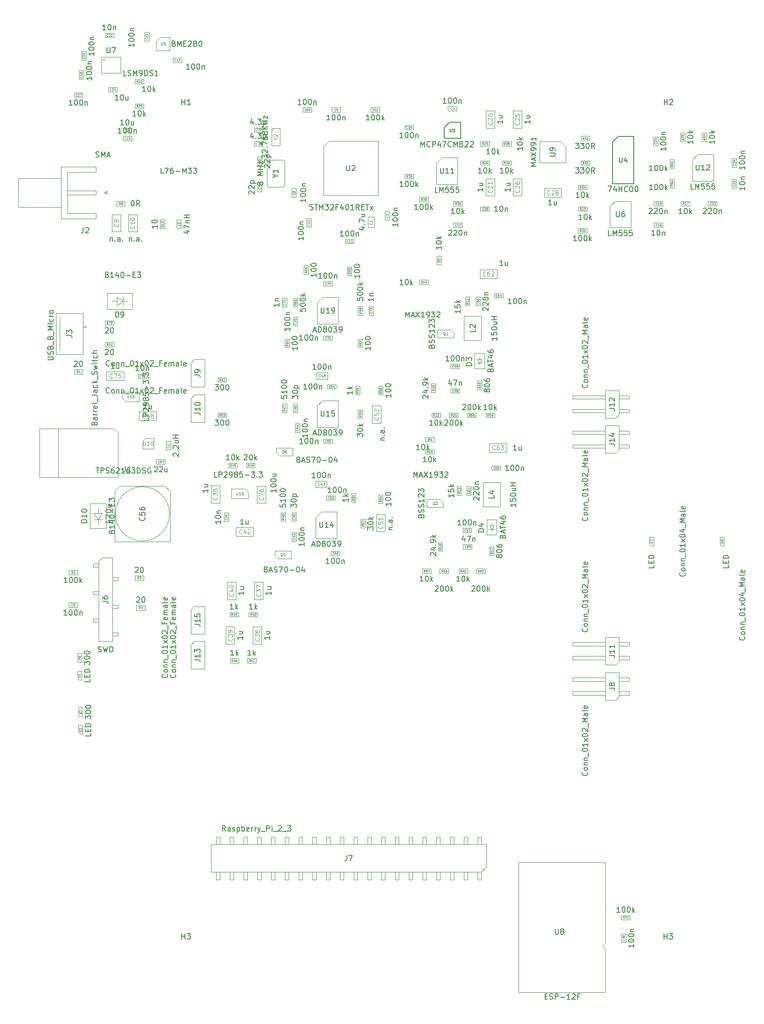
<source format=gbr>
G04 #@! TF.GenerationSoftware,KiCad,Pcbnew,(5.1.0)-1*
G04 #@! TF.CreationDate,2019-10-08T13:20:11+02:00*
G04 #@! TF.ProjectId,cosmicpi_1.7,636f736d-6963-4706-995f-312e372e6b69,rev?*
G04 #@! TF.SameCoordinates,Original*
G04 #@! TF.FileFunction,Other,Fab,Top*
%FSLAX46Y46*%
G04 Gerber Fmt 4.6, Leading zero omitted, Abs format (unit mm)*
G04 Created by KiCad (PCBNEW (5.1.0)-1) date 2019-10-08 13:20:11*
%MOMM*%
%LPD*%
G04 APERTURE LIST*
%ADD10C,0.100000*%
%ADD11C,0.120000*%
%ADD12C,0.150000*%
%ADD13C,0.060000*%
%ADD14C,0.105000*%
%ADD15C,0.075000*%
%ADD16C,0.080000*%
%ADD17C,0.135000*%
G04 APERTURE END LIST*
D10*
X20600000Y-138200000D02*
X19800000Y-138200000D01*
X20600000Y-139800000D02*
X20600000Y-138200000D01*
X20100000Y-139800000D02*
X20600000Y-139800000D01*
X19800000Y-139500000D02*
X20100000Y-139800000D01*
X19800000Y-138200000D02*
X19800000Y-139500000D01*
X23601020Y-110249440D02*
X22800920Y-109098820D01*
X23601020Y-110249440D02*
X24350320Y-109098820D01*
X24350320Y-109098820D02*
X22800920Y-109098820D01*
X22800920Y-110249440D02*
X24401120Y-110249440D01*
X23601020Y-109098820D02*
X23601020Y-108100600D01*
X23601020Y-110249440D02*
X23601020Y-111151140D01*
X22100000Y-107300000D02*
X22100000Y-111900000D01*
X22100000Y-107300000D02*
X25100000Y-107300000D01*
X25100000Y-111900000D02*
X22100000Y-111900000D01*
X25100000Y-107300000D02*
X25100000Y-111900000D01*
X28249441Y-69998980D02*
X27098821Y-70799080D01*
X28249441Y-69998980D02*
X27098821Y-69249680D01*
X27098821Y-69249680D02*
X27098821Y-70799080D01*
X28249441Y-70799080D02*
X28249441Y-69198880D01*
X27098821Y-69998980D02*
X26100601Y-69998980D01*
X28249441Y-69998980D02*
X29151141Y-69998980D01*
X25300001Y-71500000D02*
X29900001Y-71500000D01*
X25300001Y-71500000D02*
X25300001Y-68500000D01*
X29900001Y-68500000D02*
X29900001Y-71500000D01*
X25300001Y-68500000D02*
X29900001Y-68500000D01*
X55800000Y-43950000D02*
X54800000Y-44950000D01*
X57800000Y-43950000D02*
X58000000Y-44150000D01*
X55000000Y-43950000D02*
X57800000Y-43950000D01*
X54800000Y-44150000D02*
X55000000Y-43950000D01*
X54800000Y-48750000D02*
X54800000Y-44150000D01*
X55000000Y-48950000D02*
X54800000Y-48750000D01*
X57800000Y-48950000D02*
X55000000Y-48950000D01*
X58000000Y-48750000D02*
X57800000Y-48950000D01*
X58000000Y-44150000D02*
X58000000Y-48750000D01*
X56150000Y-38150000D02*
X55650000Y-38650000D01*
X57050000Y-38150000D02*
X57150000Y-38250000D01*
X55750000Y-38150000D02*
X57050000Y-38150000D01*
X55650000Y-38250000D02*
X55750000Y-38150000D01*
X55650000Y-41250000D02*
X55650000Y-38250000D01*
X55750000Y-41350000D02*
X55650000Y-41250000D01*
X57050000Y-41350000D02*
X55750000Y-41350000D01*
X57150000Y-41250000D02*
X57050000Y-41350000D01*
X57150000Y-38250000D02*
X57150000Y-41250000D01*
X27650000Y-104050000D02*
X26650000Y-105050000D01*
X35950000Y-104050000D02*
X36950000Y-105050000D01*
X35950000Y-104050000D02*
X27650000Y-104050000D01*
X26650000Y-105050000D02*
X26650000Y-114350000D01*
X36950000Y-105050000D02*
X36950000Y-114350000D01*
X36950000Y-114350000D02*
X26650000Y-114350000D01*
X36800000Y-109200000D02*
G75*
G03X36800000Y-109200000I-5000000J0D01*
G01*
D11*
X117220000Y-189420000D02*
X117220000Y-197420000D01*
X116720000Y-188920000D02*
X117220000Y-189420000D01*
X117220000Y-188420000D02*
X116720000Y-188920000D01*
X117220000Y-173420000D02*
X117220000Y-188420000D01*
X101220000Y-173420000D02*
X117220000Y-173420000D01*
X101220000Y-197420000D02*
X101220000Y-173420000D01*
X117220000Y-197420000D02*
X101220000Y-197420000D01*
D10*
X120187501Y-183200000D02*
X121787501Y-183200000D01*
X120187501Y-184000000D02*
X120187501Y-183200000D01*
X121787501Y-184000000D02*
X120187501Y-184000000D01*
X121787501Y-183200000D02*
X121787501Y-184000000D01*
X121000000Y-186587501D02*
X121000000Y-188187501D01*
X120200000Y-186587501D02*
X121000000Y-186587501D01*
X120200000Y-188187501D02*
X120200000Y-186587501D01*
X121000000Y-188187501D02*
X120200000Y-188187501D01*
X52387501Y-40600000D02*
X53987501Y-40600000D01*
X52387501Y-41400000D02*
X52387501Y-40600000D01*
X53987501Y-41400000D02*
X52387501Y-41400000D01*
X53987501Y-40600000D02*
X53987501Y-41400000D01*
X52387501Y-38000000D02*
X53987501Y-38000000D01*
X52387501Y-38800000D02*
X52387501Y-38000000D01*
X53987501Y-38800000D02*
X52387501Y-38800000D01*
X53987501Y-38000000D02*
X53987501Y-38800000D01*
X36850000Y-23850000D02*
X34350000Y-23850000D01*
X36850000Y-21350000D02*
X36850000Y-23850000D01*
X35100000Y-21350000D02*
X36850000Y-21350000D01*
X34350000Y-23850000D02*
X34350000Y-22100000D01*
X34350000Y-22100000D02*
X35100000Y-21350000D01*
X45400000Y-176620000D02*
X45400000Y-175240000D01*
X46040000Y-176620000D02*
X45400000Y-176620000D01*
X46040000Y-175240000D02*
X46040000Y-176620000D01*
X45400000Y-168780000D02*
X46040000Y-168780000D01*
X45400000Y-170160000D02*
X45400000Y-168780000D01*
X46040000Y-168780000D02*
X46040000Y-170160000D01*
X47940000Y-176620000D02*
X47940000Y-175240000D01*
X48580000Y-176620000D02*
X47940000Y-176620000D01*
X48580000Y-175240000D02*
X48580000Y-176620000D01*
X47940000Y-168780000D02*
X48580000Y-168780000D01*
X47940000Y-170160000D02*
X47940000Y-168780000D01*
X48580000Y-168780000D02*
X48580000Y-170160000D01*
X50480000Y-176620000D02*
X50480000Y-175240000D01*
X51120000Y-176620000D02*
X50480000Y-176620000D01*
X51120000Y-175240000D02*
X51120000Y-176620000D01*
X50480000Y-168780000D02*
X51120000Y-168780000D01*
X50480000Y-170160000D02*
X50480000Y-168780000D01*
X51120000Y-168780000D02*
X51120000Y-170160000D01*
X53020000Y-176620000D02*
X53020000Y-175240000D01*
X53660000Y-176620000D02*
X53020000Y-176620000D01*
X53660000Y-175240000D02*
X53660000Y-176620000D01*
X53020000Y-168780000D02*
X53660000Y-168780000D01*
X53020000Y-170160000D02*
X53020000Y-168780000D01*
X53660000Y-168780000D02*
X53660000Y-170160000D01*
X55560000Y-176620000D02*
X55560000Y-175240000D01*
X56200000Y-176620000D02*
X55560000Y-176620000D01*
X56200000Y-175240000D02*
X56200000Y-176620000D01*
X55560000Y-168780000D02*
X56200000Y-168780000D01*
X55560000Y-170160000D02*
X55560000Y-168780000D01*
X56200000Y-168780000D02*
X56200000Y-170160000D01*
X58100000Y-176620000D02*
X58100000Y-175240000D01*
X58740000Y-176620000D02*
X58100000Y-176620000D01*
X58740000Y-175240000D02*
X58740000Y-176620000D01*
X58100000Y-168780000D02*
X58740000Y-168780000D01*
X58100000Y-170160000D02*
X58100000Y-168780000D01*
X58740000Y-168780000D02*
X58740000Y-170160000D01*
X60640000Y-176620000D02*
X60640000Y-175240000D01*
X61280000Y-176620000D02*
X60640000Y-176620000D01*
X61280000Y-175240000D02*
X61280000Y-176620000D01*
X60640000Y-168780000D02*
X61280000Y-168780000D01*
X60640000Y-170160000D02*
X60640000Y-168780000D01*
X61280000Y-168780000D02*
X61280000Y-170160000D01*
X63180000Y-176620000D02*
X63180000Y-175240000D01*
X63820000Y-176620000D02*
X63180000Y-176620000D01*
X63820000Y-175240000D02*
X63820000Y-176620000D01*
X63180000Y-168780000D02*
X63820000Y-168780000D01*
X63180000Y-170160000D02*
X63180000Y-168780000D01*
X63820000Y-168780000D02*
X63820000Y-170160000D01*
X65720000Y-176620000D02*
X65720000Y-175240000D01*
X66360000Y-176620000D02*
X65720000Y-176620000D01*
X66360000Y-175240000D02*
X66360000Y-176620000D01*
X65720000Y-168780000D02*
X66360000Y-168780000D01*
X65720000Y-170160000D02*
X65720000Y-168780000D01*
X66360000Y-168780000D02*
X66360000Y-170160000D01*
X68260000Y-176620000D02*
X68260000Y-175240000D01*
X68900000Y-176620000D02*
X68260000Y-176620000D01*
X68900000Y-175240000D02*
X68900000Y-176620000D01*
X68260000Y-168780000D02*
X68900000Y-168780000D01*
X68260000Y-170160000D02*
X68260000Y-168780000D01*
X68900000Y-168780000D02*
X68900000Y-170160000D01*
X70800000Y-176620000D02*
X70800000Y-175240000D01*
X71440000Y-176620000D02*
X70800000Y-176620000D01*
X71440000Y-175240000D02*
X71440000Y-176620000D01*
X70800000Y-168780000D02*
X71440000Y-168780000D01*
X70800000Y-170160000D02*
X70800000Y-168780000D01*
X71440000Y-168780000D02*
X71440000Y-170160000D01*
X73340000Y-176620000D02*
X73340000Y-175240000D01*
X73980000Y-176620000D02*
X73340000Y-176620000D01*
X73980000Y-175240000D02*
X73980000Y-176620000D01*
X73340000Y-168780000D02*
X73980000Y-168780000D01*
X73340000Y-170160000D02*
X73340000Y-168780000D01*
X73980000Y-168780000D02*
X73980000Y-170160000D01*
X75880000Y-176620000D02*
X75880000Y-175240000D01*
X76520000Y-176620000D02*
X75880000Y-176620000D01*
X76520000Y-175240000D02*
X76520000Y-176620000D01*
X75880000Y-168780000D02*
X76520000Y-168780000D01*
X75880000Y-170160000D02*
X75880000Y-168780000D01*
X76520000Y-168780000D02*
X76520000Y-170160000D01*
X78420000Y-176620000D02*
X78420000Y-175240000D01*
X79060000Y-176620000D02*
X78420000Y-176620000D01*
X79060000Y-175240000D02*
X79060000Y-176620000D01*
X78420000Y-168780000D02*
X79060000Y-168780000D01*
X78420000Y-170160000D02*
X78420000Y-168780000D01*
X79060000Y-168780000D02*
X79060000Y-170160000D01*
X80960000Y-176620000D02*
X80960000Y-175240000D01*
X81600000Y-176620000D02*
X80960000Y-176620000D01*
X81600000Y-175240000D02*
X81600000Y-176620000D01*
X80960000Y-168780000D02*
X81600000Y-168780000D01*
X80960000Y-170160000D02*
X80960000Y-168780000D01*
X81600000Y-168780000D02*
X81600000Y-170160000D01*
X83500000Y-176620000D02*
X83500000Y-175240000D01*
X84140000Y-176620000D02*
X83500000Y-176620000D01*
X84140000Y-175240000D02*
X84140000Y-176620000D01*
X83500000Y-168780000D02*
X84140000Y-168780000D01*
X83500000Y-170160000D02*
X83500000Y-168780000D01*
X84140000Y-168780000D02*
X84140000Y-170160000D01*
X86040000Y-176620000D02*
X86040000Y-175240000D01*
X86680000Y-176620000D02*
X86040000Y-176620000D01*
X86680000Y-175240000D02*
X86680000Y-176620000D01*
X86040000Y-168780000D02*
X86680000Y-168780000D01*
X86040000Y-170160000D02*
X86040000Y-168780000D01*
X86680000Y-168780000D02*
X86680000Y-170160000D01*
X88580000Y-176620000D02*
X88580000Y-175240000D01*
X89220000Y-176620000D02*
X88580000Y-176620000D01*
X89220000Y-175240000D02*
X89220000Y-176620000D01*
X88580000Y-168780000D02*
X89220000Y-168780000D01*
X88580000Y-170160000D02*
X88580000Y-168780000D01*
X89220000Y-168780000D02*
X89220000Y-170160000D01*
X91120000Y-176620000D02*
X91120000Y-175240000D01*
X91760000Y-176620000D02*
X91120000Y-176620000D01*
X91760000Y-175240000D02*
X91760000Y-176620000D01*
X91120000Y-168780000D02*
X91760000Y-168780000D01*
X91120000Y-170160000D02*
X91120000Y-168780000D01*
X91760000Y-168780000D02*
X91760000Y-170160000D01*
X93660000Y-176620000D02*
X93660000Y-175240000D01*
X94300000Y-176620000D02*
X93660000Y-176620000D01*
X94300000Y-175240000D02*
X94300000Y-176620000D01*
X93660000Y-168780000D02*
X94300000Y-168780000D01*
X93660000Y-170160000D02*
X93660000Y-168780000D01*
X94300000Y-168780000D02*
X94300000Y-170160000D01*
X44450000Y-170160000D02*
X95250000Y-170160000D01*
X44450000Y-175240000D02*
X44450000Y-170160000D01*
X94250000Y-175240000D02*
X44450000Y-175240000D01*
X95250000Y-174240000D02*
X94250000Y-175240000D01*
X95250000Y-170160000D02*
X95250000Y-174240000D01*
X91350000Y-70837500D02*
X91350000Y-69237500D01*
X92150000Y-70837500D02*
X91350000Y-70837500D01*
X92150000Y-69237500D02*
X92150000Y-70837500D01*
X91350000Y-69237500D02*
X92150000Y-69237500D01*
X63800000Y-109800000D02*
X64800000Y-108800000D01*
X63800000Y-113700000D02*
X63800000Y-109800000D01*
X67700000Y-113700000D02*
X63800000Y-113700000D01*
X67700000Y-108800000D02*
X67700000Y-113700000D01*
X64800000Y-108800000D02*
X67700000Y-108800000D01*
X26512500Y-74400000D02*
X24912500Y-74400000D01*
X26512500Y-73600000D02*
X26512500Y-74400000D01*
X24912500Y-73600000D02*
X26512500Y-73600000D01*
X24912500Y-74400000D02*
X24912500Y-73600000D01*
X26512500Y-78400000D02*
X24912500Y-78400000D01*
X26512500Y-77600000D02*
X26512500Y-78400000D01*
X24912500Y-77600000D02*
X26512500Y-77600000D01*
X24912500Y-78400000D02*
X24912500Y-77600000D01*
X73400000Y-56437500D02*
X73400000Y-54437500D01*
X74600000Y-56437500D02*
X73400000Y-56437500D01*
X74600000Y-54437500D02*
X74600000Y-56437500D01*
X73400000Y-54437500D02*
X74600000Y-54437500D01*
X59270000Y-117450000D02*
X59270000Y-116050000D01*
X56230000Y-116050000D02*
X59270000Y-116050000D01*
X56800000Y-117450000D02*
X56230000Y-116900000D01*
X56230000Y-116900000D02*
X56230000Y-116050000D01*
X56800000Y-117450000D02*
X59250000Y-117450000D01*
X58150000Y-108950000D02*
X58150000Y-110550000D01*
X57350000Y-108950000D02*
X58150000Y-108950000D01*
X57350000Y-110550000D02*
X57350000Y-108950000D01*
X58150000Y-110550000D02*
X57350000Y-110550000D01*
X117210000Y-93890000D02*
X111210000Y-93890000D01*
X111210000Y-94530000D02*
X111210000Y-93890000D01*
X117210000Y-94530000D02*
X111210000Y-94530000D01*
X121570000Y-93890000D02*
X119750000Y-93890000D01*
X121570000Y-94530000D02*
X121570000Y-93890000D01*
X121570000Y-94530000D02*
X119750000Y-94530000D01*
X117210000Y-96430000D02*
X111210000Y-96430000D01*
X111210000Y-97070000D02*
X111210000Y-96430000D01*
X117210000Y-97070000D02*
X111210000Y-97070000D01*
X121570000Y-96430000D02*
X119750000Y-96430000D01*
X121570000Y-97070000D02*
X121570000Y-96430000D01*
X121570000Y-97070000D02*
X119750000Y-97070000D01*
X119750000Y-97385000D02*
X119115000Y-98020000D01*
X119750000Y-92940000D02*
X119750000Y-97385000D01*
X117210000Y-92940000D02*
X119750000Y-92940000D01*
X117210000Y-98020000D02*
X117210000Y-92940000D01*
X119115000Y-98020000D02*
X117210000Y-98020000D01*
X117210000Y-139390000D02*
X111210000Y-139390000D01*
X111210000Y-140030000D02*
X111210000Y-139390000D01*
X117210000Y-140030000D02*
X111210000Y-140030000D01*
X121570000Y-139390000D02*
X119750000Y-139390000D01*
X121570000Y-140030000D02*
X121570000Y-139390000D01*
X121570000Y-140030000D02*
X119750000Y-140030000D01*
X117210000Y-141930000D02*
X111210000Y-141930000D01*
X111210000Y-142570000D02*
X111210000Y-141930000D01*
X117210000Y-142570000D02*
X111210000Y-142570000D01*
X121570000Y-141930000D02*
X119750000Y-141930000D01*
X121570000Y-142570000D02*
X121570000Y-141930000D01*
X121570000Y-142570000D02*
X119750000Y-142570000D01*
X119750000Y-142885000D02*
X119115000Y-143520000D01*
X119750000Y-138440000D02*
X119750000Y-142885000D01*
X117210000Y-138440000D02*
X119750000Y-138440000D01*
X117210000Y-143520000D02*
X117210000Y-138440000D01*
X119115000Y-143520000D02*
X117210000Y-143520000D01*
X117210000Y-132890000D02*
X111210000Y-132890000D01*
X111210000Y-133530000D02*
X111210000Y-132890000D01*
X117210000Y-133530000D02*
X111210000Y-133530000D01*
X121570000Y-132890000D02*
X119750000Y-132890000D01*
X121570000Y-133530000D02*
X121570000Y-132890000D01*
X121570000Y-133530000D02*
X119750000Y-133530000D01*
X117210000Y-135430000D02*
X111210000Y-135430000D01*
X111210000Y-136070000D02*
X111210000Y-135430000D01*
X117210000Y-136070000D02*
X111210000Y-136070000D01*
X121570000Y-135430000D02*
X119750000Y-135430000D01*
X121570000Y-136070000D02*
X121570000Y-135430000D01*
X121570000Y-136070000D02*
X119750000Y-136070000D01*
X119750000Y-136385000D02*
X119115000Y-137020000D01*
X119750000Y-131940000D02*
X119750000Y-136385000D01*
X117210000Y-131940000D02*
X119750000Y-131940000D01*
X117210000Y-137020000D02*
X117210000Y-131940000D01*
X119115000Y-137020000D02*
X117210000Y-137020000D01*
X117210000Y-87390000D02*
X111210000Y-87390000D01*
X111210000Y-88030000D02*
X111210000Y-87390000D01*
X117210000Y-88030000D02*
X111210000Y-88030000D01*
X121570000Y-87390000D02*
X119750000Y-87390000D01*
X121570000Y-88030000D02*
X121570000Y-87390000D01*
X121570000Y-88030000D02*
X119750000Y-88030000D01*
X117210000Y-89930000D02*
X111210000Y-89930000D01*
X111210000Y-90570000D02*
X111210000Y-89930000D01*
X117210000Y-90570000D02*
X111210000Y-90570000D01*
X121570000Y-89930000D02*
X119750000Y-89930000D01*
X121570000Y-90570000D02*
X121570000Y-89930000D01*
X121570000Y-90570000D02*
X119750000Y-90570000D01*
X119750000Y-90885000D02*
X119115000Y-91520000D01*
X119750000Y-86440000D02*
X119750000Y-90885000D01*
X117210000Y-86440000D02*
X119750000Y-86440000D01*
X117210000Y-91520000D02*
X117210000Y-86440000D01*
X119115000Y-91520000D02*
X117210000Y-91520000D01*
X40730000Y-81365000D02*
X41365000Y-80730000D01*
X40730000Y-85810000D02*
X40730000Y-81365000D01*
X43270000Y-85810000D02*
X40730000Y-85810000D01*
X43270000Y-80730000D02*
X43270000Y-85810000D01*
X41365000Y-80730000D02*
X43270000Y-80730000D01*
X40730000Y-87865000D02*
X41365000Y-87230000D01*
X40730000Y-92310000D02*
X40730000Y-87865000D01*
X43270000Y-92310000D02*
X40730000Y-92310000D01*
X43270000Y-87230000D02*
X43270000Y-92310000D01*
X41365000Y-87230000D02*
X43270000Y-87230000D01*
X40730000Y-133365000D02*
X41365000Y-132730000D01*
X40730000Y-137810000D02*
X40730000Y-133365000D01*
X43270000Y-137810000D02*
X40730000Y-137810000D01*
X43270000Y-132730000D02*
X43270000Y-137810000D01*
X41365000Y-132730000D02*
X43270000Y-132730000D01*
X40730000Y-126865000D02*
X41365000Y-126230000D01*
X40730000Y-131310000D02*
X40730000Y-126865000D01*
X43270000Y-131310000D02*
X40730000Y-131310000D01*
X43270000Y-126230000D02*
X43270000Y-131310000D01*
X41365000Y-126230000D02*
X43270000Y-126230000D01*
X95350000Y-113050000D02*
X95350000Y-110250000D01*
X95350000Y-110250000D02*
X97150000Y-110250000D01*
X97150000Y-110250000D02*
X97150000Y-113050000D01*
X97150000Y-113050000D02*
X95350000Y-113050000D01*
X96250000Y-112400000D02*
X96250000Y-112000000D01*
X96250000Y-112000000D02*
X95700000Y-112000000D01*
X96250000Y-112000000D02*
X96800000Y-112000000D01*
X96250000Y-112000000D02*
X95850000Y-111400000D01*
X95850000Y-111400000D02*
X96650000Y-111400000D01*
X96650000Y-111400000D02*
X96250000Y-112000000D01*
X96250000Y-111400000D02*
X96250000Y-110900000D01*
X93100000Y-82400000D02*
X93100000Y-79600000D01*
X93100000Y-79600000D02*
X94900000Y-79600000D01*
X94900000Y-79600000D02*
X94900000Y-82400000D01*
X94900000Y-82400000D02*
X93100000Y-82400000D01*
X94000000Y-81750000D02*
X94000000Y-81350000D01*
X94000000Y-81350000D02*
X93450000Y-81350000D01*
X94000000Y-81350000D02*
X94550000Y-81350000D01*
X94000000Y-81350000D02*
X93600000Y-80750000D01*
X93600000Y-80750000D02*
X94400000Y-80750000D01*
X94400000Y-80750000D02*
X94000000Y-81350000D01*
X94000000Y-80750000D02*
X94000000Y-80250000D01*
X16810000Y-54760000D02*
X23210000Y-54760000D01*
X16810000Y-45240000D02*
X16810000Y-54760000D01*
X23210000Y-45240000D02*
X16810000Y-45240000D01*
X17960000Y-46250000D02*
X17960000Y-53750000D01*
X8930000Y-52650000D02*
X16810000Y-52650000D01*
X8930000Y-47350000D02*
X8930000Y-52650000D01*
X8930000Y-47350000D02*
X16810000Y-47350000D01*
X17960000Y-53750000D02*
X23210000Y-53750000D01*
X17960000Y-46250000D02*
X23210000Y-46250000D01*
X23210000Y-45240000D02*
X23210000Y-46250000D01*
X23210000Y-53750000D02*
X23210000Y-54760000D01*
X23210000Y-49620000D02*
X23210000Y-50380000D01*
X17960000Y-50380000D02*
X23210000Y-50380000D01*
X17960000Y-49620000D02*
X23210000Y-49620000D01*
X25220000Y-49750000D02*
X24720000Y-50000000D01*
X24720000Y-50000000D02*
X25220000Y-50250000D01*
X25220000Y-50250000D02*
X25220000Y-49750000D01*
X20800000Y-32400000D02*
X19200000Y-32400000D01*
X20800000Y-31600000D02*
X20800000Y-32400000D01*
X19200000Y-31600000D02*
X20800000Y-31600000D01*
X19200000Y-32400000D02*
X19200000Y-31600000D01*
X36012500Y-100000000D02*
X34412500Y-100000000D01*
X36012500Y-99200000D02*
X36012500Y-100000000D01*
X34412500Y-99200000D02*
X36012500Y-99200000D01*
X34412500Y-100000000D02*
X34412500Y-99200000D01*
X126900000Y-39700000D02*
X126900000Y-41300000D01*
X126100000Y-39700000D02*
X126900000Y-39700000D01*
X126100000Y-41300000D02*
X126100000Y-39700000D01*
X126900000Y-41300000D02*
X126100000Y-41300000D01*
X95800000Y-53400000D02*
X94200000Y-53400000D01*
X95800000Y-52600000D02*
X95800000Y-53400000D01*
X94200000Y-52600000D02*
X95800000Y-52600000D01*
X94200000Y-53400000D02*
X94200000Y-52600000D01*
X140600000Y-49087500D02*
X140600000Y-47487500D01*
X141400000Y-49087500D02*
X140600000Y-49087500D01*
X141400000Y-47487500D02*
X141400000Y-49087500D01*
X140600000Y-47487500D02*
X141400000Y-47487500D01*
X90800000Y-56400000D02*
X89200000Y-56400000D01*
X90800000Y-55600000D02*
X90800000Y-56400000D01*
X89200000Y-55600000D02*
X90800000Y-55600000D01*
X89200000Y-56400000D02*
X89200000Y-55600000D01*
X137800000Y-52400000D02*
X136200000Y-52400000D01*
X137800000Y-51600000D02*
X137800000Y-52400000D01*
X136200000Y-51600000D02*
X137800000Y-51600000D01*
X136200000Y-52400000D02*
X136200000Y-51600000D01*
X81800000Y-38400000D02*
X80200000Y-38400000D01*
X81800000Y-37600000D02*
X81800000Y-38400000D01*
X80200000Y-37600000D02*
X81800000Y-37600000D01*
X80200000Y-38400000D02*
X80200000Y-37600000D01*
X140600000Y-45300000D02*
X140600000Y-43700000D01*
X141400000Y-45300000D02*
X140600000Y-45300000D01*
X141400000Y-43700000D02*
X141400000Y-45300000D01*
X140600000Y-43700000D02*
X141400000Y-43700000D01*
X98300000Y-69400000D02*
X96700000Y-69400000D01*
X98300000Y-68600000D02*
X98300000Y-69400000D01*
X96700000Y-68600000D02*
X98300000Y-68600000D01*
X96700000Y-69400000D02*
X96700000Y-68600000D01*
X65200000Y-66350000D02*
X66800000Y-66350000D01*
X65200000Y-67150000D02*
X65200000Y-66350000D01*
X66800000Y-67150000D02*
X65200000Y-67150000D01*
X66800000Y-66350000D02*
X66800000Y-67150000D01*
X92400000Y-104162500D02*
X92400000Y-105762500D01*
X91600000Y-104162500D02*
X92400000Y-104162500D01*
X91600000Y-105762500D02*
X91600000Y-104162500D01*
X92400000Y-105762500D02*
X91600000Y-105762500D01*
X28200000Y-39600000D02*
X29800000Y-39600000D01*
X28200000Y-40400000D02*
X28200000Y-39600000D01*
X29800000Y-40400000D02*
X28200000Y-40400000D01*
X29800000Y-39600000D02*
X29800000Y-40400000D01*
X46850000Y-110587500D02*
X46850000Y-108987500D01*
X47650000Y-110587500D02*
X46850000Y-110587500D01*
X47650000Y-108987500D02*
X47650000Y-110587500D01*
X46850000Y-108987500D02*
X47650000Y-108987500D01*
X61412500Y-34350000D02*
X63012500Y-34350000D01*
X61412500Y-35150000D02*
X61412500Y-34350000D01*
X63012500Y-35150000D02*
X61412500Y-35150000D01*
X63012500Y-34350000D02*
X63012500Y-35150000D01*
X65912500Y-85350000D02*
X67512500Y-85350000D01*
X65912500Y-86150000D02*
X65912500Y-85350000D01*
X67512500Y-86150000D02*
X65912500Y-86150000D01*
X67512500Y-85350000D02*
X67512500Y-86150000D01*
X65737500Y-105850000D02*
X67337500Y-105850000D01*
X65737500Y-106650000D02*
X65737500Y-105850000D01*
X67337500Y-106650000D02*
X65737500Y-106650000D01*
X67337500Y-105850000D02*
X67337500Y-106650000D01*
X30987500Y-83400000D02*
X32587500Y-83400000D01*
X30987500Y-84200000D02*
X30987500Y-83400000D01*
X32587500Y-84200000D02*
X30987500Y-84200000D01*
X32587500Y-83400000D02*
X32587500Y-84200000D01*
X66812499Y-96200000D02*
X65212499Y-96200000D01*
X66812499Y-95400000D02*
X66812499Y-96200000D01*
X65212499Y-95400000D02*
X66812499Y-95400000D01*
X65212499Y-96200000D02*
X65212499Y-95400000D01*
X68187501Y-116862500D02*
X66587501Y-116862500D01*
X68187501Y-116062500D02*
X68187501Y-116862500D01*
X66587501Y-116062500D02*
X68187501Y-116062500D01*
X66587501Y-116862500D02*
X66587501Y-116062500D01*
X59600000Y-90550000D02*
X59600000Y-88950000D01*
X60400000Y-90550000D02*
X59600000Y-90550000D01*
X60400000Y-88950000D02*
X60400000Y-90550000D01*
X59600000Y-88950000D02*
X60400000Y-88950000D01*
X59350000Y-110550000D02*
X59350000Y-108950000D01*
X60150000Y-110550000D02*
X59350000Y-110550000D01*
X60150000Y-108950000D02*
X60150000Y-110550000D01*
X59350000Y-108950000D02*
X60150000Y-108950000D01*
X60800000Y-92587501D02*
X60800000Y-94187501D01*
X60000000Y-92587501D02*
X60800000Y-92587501D01*
X60000000Y-94187501D02*
X60000000Y-92587501D01*
X60800000Y-94187501D02*
X60000000Y-94187501D01*
X60200000Y-112600000D02*
X60200000Y-114200000D01*
X59400000Y-112600000D02*
X60200000Y-112600000D01*
X59400000Y-114200000D02*
X59400000Y-112600000D01*
X60200000Y-114200000D02*
X59400000Y-114200000D01*
X94150000Y-69237500D02*
X94150000Y-70837500D01*
X93350000Y-69237500D02*
X94150000Y-69237500D01*
X93350000Y-70837500D02*
X93350000Y-69237500D01*
X94150000Y-70837500D02*
X93350000Y-70837500D01*
X88700000Y-81600000D02*
X90300000Y-81600000D01*
X88700000Y-82400000D02*
X88700000Y-81600000D01*
X90300000Y-82400000D02*
X88700000Y-82400000D01*
X90300000Y-81600000D02*
X90300000Y-82400000D01*
X88200000Y-34100000D02*
X89800000Y-34100000D01*
X88200000Y-34900000D02*
X88200000Y-34100000D01*
X89800000Y-34900000D02*
X88200000Y-34900000D01*
X89800000Y-34100000D02*
X89800000Y-34900000D01*
X53800000Y-43412499D02*
X53800000Y-45012499D01*
X53000000Y-43412499D02*
X53800000Y-43412499D01*
X53000000Y-45012499D02*
X53000000Y-43412499D01*
X53800000Y-45012499D02*
X53000000Y-45012499D01*
X53000000Y-49800000D02*
X53000000Y-48200000D01*
X53800000Y-49800000D02*
X53000000Y-49800000D01*
X53800000Y-48200000D02*
X53800000Y-49800000D01*
X53000000Y-48200000D02*
X53800000Y-48200000D01*
X19800000Y-126400000D02*
X18200000Y-126400000D01*
X19800000Y-125600000D02*
X19800000Y-126400000D01*
X18200000Y-125600000D02*
X19800000Y-125600000D01*
X18200000Y-126400000D02*
X18200000Y-125600000D01*
X68337500Y-35150000D02*
X66737500Y-35150000D01*
X68337500Y-34350000D02*
X68337500Y-35150000D01*
X66737500Y-34350000D02*
X68337500Y-34350000D01*
X66737500Y-35150000D02*
X66737500Y-34350000D01*
X76600000Y-55087500D02*
X76600000Y-53487500D01*
X77400000Y-55087500D02*
X76600000Y-55087500D01*
X77400000Y-53487500D02*
X77400000Y-55087500D01*
X76600000Y-53487500D02*
X77400000Y-53487500D01*
X59350000Y-50837500D02*
X59350000Y-49237500D01*
X60150000Y-50837500D02*
X59350000Y-50837500D01*
X60150000Y-49237500D02*
X60150000Y-50837500D01*
X59350000Y-49237500D02*
X60150000Y-49237500D01*
X65200000Y-76350000D02*
X66800000Y-76350000D01*
X65200000Y-77150000D02*
X65200000Y-76350000D01*
X66800000Y-77150000D02*
X65200000Y-77150000D01*
X66800000Y-76350000D02*
X66800000Y-77150000D01*
X57600000Y-71050000D02*
X57600000Y-69450000D01*
X58400000Y-71050000D02*
X57600000Y-71050000D01*
X58400000Y-69450000D02*
X58400000Y-71050000D01*
X57600000Y-69450000D02*
X58400000Y-69450000D01*
X69237500Y-58600000D02*
X70837500Y-58600000D01*
X69237500Y-59400000D02*
X69237500Y-58600000D01*
X70837500Y-59400000D02*
X69237500Y-59400000D01*
X70837500Y-58600000D02*
X70837500Y-59400000D01*
X62100000Y-56337500D02*
X62100000Y-54737500D01*
X62900000Y-56337500D02*
X62100000Y-56337500D01*
X62900000Y-54737500D02*
X62900000Y-56337500D01*
X62100000Y-54737500D02*
X62900000Y-54737500D01*
X97837500Y-101150000D02*
X96237500Y-101150000D01*
X97837500Y-100350000D02*
X97837500Y-101150000D01*
X96237500Y-100350000D02*
X97837500Y-100350000D01*
X96237500Y-101150000D02*
X96237500Y-100350000D01*
X73600000Y-72550000D02*
X73600000Y-70950000D01*
X74400000Y-72550000D02*
X73600000Y-72550000D01*
X74400000Y-70950000D02*
X74400000Y-72550000D01*
X73600000Y-70950000D02*
X74400000Y-70950000D01*
X24912500Y-20600000D02*
X26512500Y-20600000D01*
X24912500Y-21400000D02*
X24912500Y-20600000D01*
X26512500Y-21400000D02*
X24912500Y-21400000D01*
X26512500Y-20600000D02*
X26512500Y-21400000D01*
X88700000Y-86100000D02*
X90300000Y-86100000D01*
X88700000Y-86900000D02*
X88700000Y-86100000D01*
X90300000Y-86900000D02*
X88700000Y-86900000D01*
X90300000Y-86100000D02*
X90300000Y-86900000D01*
X90987500Y-114850000D02*
X92587500Y-114850000D01*
X90987500Y-115650000D02*
X90987500Y-114850000D01*
X92587500Y-115650000D02*
X90987500Y-115650000D01*
X92587500Y-114850000D02*
X92587500Y-115650000D01*
X127800000Y-52400000D02*
X126200000Y-52400000D01*
X127800000Y-51600000D02*
X127800000Y-52400000D01*
X126200000Y-51600000D02*
X127800000Y-51600000D01*
X126200000Y-52400000D02*
X126200000Y-51600000D01*
X28187500Y-38100000D02*
X29787500Y-38100000D01*
X28187500Y-38900000D02*
X28187500Y-38100000D01*
X29787500Y-38900000D02*
X28187500Y-38900000D01*
X29787500Y-38100000D02*
X29787500Y-38900000D01*
X21400000Y-23987500D02*
X21400000Y-25587500D01*
X20600000Y-23987500D02*
X21400000Y-23987500D01*
X20600000Y-25587500D02*
X20600000Y-23987500D01*
X21400000Y-25587500D02*
X20600000Y-25587500D01*
X20900000Y-27487500D02*
X20900000Y-29087500D01*
X20100000Y-27487500D02*
X20900000Y-27487500D01*
X20100000Y-29087500D02*
X20100000Y-27487500D01*
X20900000Y-29087500D02*
X20100000Y-29087500D01*
X59600000Y-74550000D02*
X59600000Y-72950000D01*
X60400000Y-74550000D02*
X59600000Y-74550000D01*
X60400000Y-72950000D02*
X60400000Y-74550000D01*
X59600000Y-72950000D02*
X60400000Y-72950000D01*
X37412499Y-25200000D02*
X39012499Y-25200000D01*
X37412499Y-26000000D02*
X37412499Y-25200000D01*
X39012499Y-26000000D02*
X37412499Y-26000000D01*
X39012499Y-25200000D02*
X39012499Y-26000000D01*
X127800000Y-56400000D02*
X126200000Y-56400000D01*
X127800000Y-55600000D02*
X127800000Y-56400000D01*
X126200000Y-55600000D02*
X127800000Y-55600000D01*
X126200000Y-56400000D02*
X126200000Y-55600000D01*
X33000000Y-20412499D02*
X33000000Y-22012499D01*
X32200000Y-20412499D02*
X33000000Y-20412499D01*
X32200000Y-22012499D02*
X32200000Y-20412499D01*
X33000000Y-22012499D02*
X32200000Y-22012499D01*
X25487500Y-30600000D02*
X27087500Y-30600000D01*
X25487500Y-31400000D02*
X25487500Y-30600000D01*
X27087500Y-31400000D02*
X25487500Y-31400000D01*
X27087500Y-30600000D02*
X27087500Y-31400000D01*
X90912500Y-111850000D02*
X92512500Y-111850000D01*
X90912500Y-112650000D02*
X90912500Y-111850000D01*
X92512500Y-112650000D02*
X90912500Y-112650000D01*
X92512500Y-111850000D02*
X92512500Y-112650000D01*
X63812500Y-103150000D02*
X65812500Y-103150000D01*
X63812500Y-104350000D02*
X63812500Y-103150000D01*
X65812500Y-104350000D02*
X63812500Y-104350000D01*
X65812500Y-103150000D02*
X65812500Y-104350000D01*
X63937500Y-83150000D02*
X65937500Y-83150000D01*
X63937500Y-84350000D02*
X63937500Y-83150000D01*
X65937500Y-84350000D02*
X63937500Y-84350000D01*
X65937500Y-83150000D02*
X65937500Y-84350000D01*
X26200000Y-57200000D02*
X26200000Y-54000000D01*
X27800000Y-57200000D02*
X26200000Y-57200000D01*
X27800000Y-54000000D02*
X27800000Y-57200000D01*
X26200000Y-54000000D02*
X27800000Y-54000000D01*
X96800000Y-34900000D02*
X96800000Y-38100000D01*
X95200000Y-34900000D02*
X96800000Y-34900000D01*
X95200000Y-38100000D02*
X95200000Y-34900000D01*
X96800000Y-38100000D02*
X95200000Y-38100000D01*
X25200000Y-83000000D02*
X28400000Y-83000000D01*
X25200000Y-84600000D02*
X25200000Y-83000000D01*
X28400000Y-84600000D02*
X25200000Y-84600000D01*
X28400000Y-83000000D02*
X28400000Y-84600000D01*
X101800000Y-34900000D02*
X101800000Y-38100000D01*
X100200000Y-34900000D02*
X101800000Y-34900000D01*
X100200000Y-38100000D02*
X100200000Y-34900000D01*
X101800000Y-38100000D02*
X100200000Y-38100000D01*
X54550000Y-104050000D02*
X54550000Y-107250000D01*
X52950000Y-104050000D02*
X54550000Y-104050000D01*
X52950000Y-107250000D02*
X52950000Y-104050000D01*
X54550000Y-107250000D02*
X52950000Y-107250000D01*
X97250000Y-65800000D02*
X94050000Y-65800000D01*
X97250000Y-64200000D02*
X97250000Y-65800000D01*
X94050000Y-64200000D02*
X97250000Y-64200000D01*
X94050000Y-65800000D02*
X94050000Y-64200000D01*
X99000000Y-97800000D02*
X95800000Y-97800000D01*
X99000000Y-96200000D02*
X99000000Y-97800000D01*
X95800000Y-96200000D02*
X99000000Y-96200000D01*
X95800000Y-97800000D02*
X95800000Y-96200000D01*
X31200000Y-90400000D02*
X34400000Y-90400000D01*
X31200000Y-92000000D02*
X31200000Y-90400000D01*
X34400000Y-92000000D02*
X31200000Y-92000000D01*
X34400000Y-90400000D02*
X34400000Y-92000000D01*
X29200000Y-57200000D02*
X29200000Y-54000000D01*
X30800000Y-57200000D02*
X29200000Y-57200000D01*
X30800000Y-54000000D02*
X30800000Y-57200000D01*
X29200000Y-54000000D02*
X30800000Y-54000000D01*
X95200000Y-50600000D02*
X95200000Y-47400000D01*
X96800000Y-50600000D02*
X95200000Y-50600000D01*
X96800000Y-47400000D02*
X96800000Y-50600000D01*
X95200000Y-47400000D02*
X96800000Y-47400000D01*
X109100000Y-50800000D02*
X105900000Y-50800000D01*
X109100000Y-49200000D02*
X109100000Y-50800000D01*
X105900000Y-49200000D02*
X109100000Y-49200000D01*
X105900000Y-50800000D02*
X105900000Y-49200000D01*
X100200000Y-50600000D02*
X100200000Y-47400000D01*
X101800000Y-50600000D02*
X100200000Y-50600000D01*
X101800000Y-47400000D02*
X101800000Y-50600000D01*
X100200000Y-47400000D02*
X101800000Y-47400000D01*
X74200000Y-92450000D02*
X74200000Y-89250000D01*
X75800000Y-92450000D02*
X74200000Y-92450000D01*
X75800000Y-89250000D02*
X75800000Y-92450000D01*
X74200000Y-89250000D02*
X75800000Y-89250000D01*
X74950000Y-112500000D02*
X74950000Y-109300000D01*
X76550000Y-112500000D02*
X74950000Y-112500000D01*
X76550000Y-109300000D02*
X76550000Y-112500000D01*
X74950000Y-109300000D02*
X76550000Y-109300000D01*
X49050000Y-121750000D02*
X49050000Y-124950000D01*
X47450000Y-121750000D02*
X49050000Y-121750000D01*
X47450000Y-124950000D02*
X47450000Y-121750000D01*
X49050000Y-124950000D02*
X47450000Y-124950000D01*
X54050000Y-121750000D02*
X54050000Y-124950000D01*
X52450000Y-121750000D02*
X54050000Y-121750000D01*
X52450000Y-124950000D02*
X52450000Y-121750000D01*
X54050000Y-124950000D02*
X52450000Y-124950000D01*
X44450000Y-107200000D02*
X44450000Y-104000000D01*
X46050000Y-107200000D02*
X44450000Y-107200000D01*
X46050000Y-104000000D02*
X46050000Y-107200000D01*
X44450000Y-104000000D02*
X46050000Y-104000000D01*
X53800000Y-130000000D02*
X53800000Y-133200000D01*
X52200000Y-130000000D02*
X53800000Y-130000000D01*
X52200000Y-133200000D02*
X52200000Y-130000000D01*
X53800000Y-133200000D02*
X52200000Y-133200000D01*
X48800000Y-130000000D02*
X48800000Y-133200000D01*
X47200000Y-130000000D02*
X48800000Y-130000000D01*
X47200000Y-133200000D02*
X47200000Y-130000000D01*
X48800000Y-133200000D02*
X47200000Y-133200000D01*
X49050000Y-111700000D02*
X52250000Y-111700000D01*
X49050000Y-113300000D02*
X49050000Y-111700000D01*
X52250000Y-113300000D02*
X49050000Y-113300000D01*
X52250000Y-111700000D02*
X52250000Y-113300000D01*
X26500000Y-93500000D02*
X12800000Y-93500000D01*
X27300000Y-102500000D02*
X27300000Y-94250000D01*
X12800000Y-102500000D02*
X27300000Y-102500000D01*
X12800000Y-93500000D02*
X12800000Y-102500000D01*
X16300000Y-93500000D02*
X16300000Y-102500000D01*
X26496787Y-93494575D02*
X27300000Y-94250000D01*
X27270000Y-131650000D02*
X26270000Y-131650000D01*
X27270000Y-131050000D02*
X27270000Y-131650000D01*
X26270000Y-131050000D02*
X27270000Y-131050000D01*
X22730000Y-129110000D02*
X22730000Y-128510000D01*
X23730000Y-129110000D02*
X22730000Y-129110000D01*
X22730000Y-128510000D02*
X23730000Y-128510000D01*
X27270000Y-126570000D02*
X26270000Y-126570000D01*
X27270000Y-125970000D02*
X27270000Y-126570000D01*
X26270000Y-125970000D02*
X27270000Y-125970000D01*
X22730000Y-124030000D02*
X22730000Y-123430000D01*
X23730000Y-124030000D02*
X22730000Y-124030000D01*
X22730000Y-123430000D02*
X23730000Y-123430000D01*
X27270000Y-121490000D02*
X26270000Y-121490000D01*
X27270000Y-120890000D02*
X27270000Y-121490000D01*
X26270000Y-120890000D02*
X27270000Y-120890000D01*
X22730000Y-118950000D02*
X22730000Y-118350000D01*
X23730000Y-118950000D02*
X22730000Y-118950000D01*
X22730000Y-118350000D02*
X23730000Y-118350000D01*
X23730000Y-117915000D02*
X24365000Y-117280000D01*
X23730000Y-132720000D02*
X23730000Y-117915000D01*
X26270000Y-132720000D02*
X23730000Y-132720000D01*
X26270000Y-117280000D02*
X26270000Y-132720000D01*
X24365000Y-117280000D02*
X26270000Y-117280000D01*
X21372500Y-74900000D02*
X21162500Y-74900000D01*
X21372500Y-74500000D02*
X21162500Y-74500000D01*
X21372500Y-74500000D02*
X21372500Y-74900000D01*
X21162500Y-74900000D02*
X20962500Y-74700000D01*
X20962500Y-74700000D02*
X21162500Y-74500000D01*
X15862500Y-72250000D02*
X20862500Y-72250000D01*
X20862500Y-72250000D02*
X20862500Y-79750000D01*
X15860796Y-72250000D02*
X15860796Y-79750000D01*
X16560796Y-73000000D02*
X16560796Y-79000000D01*
X15862500Y-79750000D02*
X20862500Y-79750000D01*
X38900000Y-54987500D02*
X38900000Y-56587500D01*
X38100000Y-54987500D02*
X38900000Y-54987500D01*
X38100000Y-56587500D02*
X38100000Y-54987500D01*
X38900000Y-56587500D02*
X38100000Y-56587500D01*
X37000000Y-95812500D02*
X37000000Y-97412500D01*
X36200000Y-95812500D02*
X37000000Y-95812500D01*
X36200000Y-97412500D02*
X36200000Y-95812500D01*
X37000000Y-97412500D02*
X36200000Y-97412500D01*
X94650000Y-107887500D02*
X94650000Y-103387500D01*
X97850000Y-107887500D02*
X94650000Y-107887500D01*
X97850000Y-103387500D02*
X97850000Y-107887500D01*
X94650000Y-103387500D02*
X97850000Y-103387500D01*
X91150000Y-77250000D02*
X91150000Y-72750000D01*
X94350000Y-77250000D02*
X91150000Y-77250000D01*
X94350000Y-72750000D02*
X94350000Y-77250000D01*
X91150000Y-72750000D02*
X94350000Y-72750000D01*
X20800000Y-148200000D02*
X20000000Y-148200000D01*
X20800000Y-149800000D02*
X20800000Y-148200000D01*
X20300000Y-149800000D02*
X20800000Y-149800000D01*
X20000000Y-149500000D02*
X20300000Y-149800000D01*
X20000000Y-148200000D02*
X20000000Y-149500000D01*
X139150000Y-113450000D02*
X138350000Y-113450000D01*
X139150000Y-115050000D02*
X139150000Y-113450000D01*
X138650000Y-115050000D02*
X139150000Y-115050000D01*
X138350000Y-114750000D02*
X138650000Y-115050000D01*
X138350000Y-113450000D02*
X138350000Y-114750000D01*
X126150000Y-113450000D02*
X125350000Y-113450000D01*
X126150000Y-115050000D02*
X126150000Y-113450000D01*
X125650000Y-115050000D02*
X126150000Y-115050000D01*
X125350000Y-114750000D02*
X125650000Y-115050000D01*
X125350000Y-113450000D02*
X125350000Y-114750000D01*
X24250000Y-25000000D02*
X27750000Y-25000000D01*
X27750000Y-25000000D02*
X27750000Y-28000000D01*
X27750000Y-28000000D02*
X24250000Y-28000000D01*
X24250000Y-28000000D02*
X24250000Y-25000000D01*
X24850000Y-25500000D02*
G75*
G03X24850000Y-25500000I-150000J0D01*
G01*
X24750000Y-25500000D02*
G75*
G03X24750000Y-25500000I-50000J0D01*
G01*
X65250000Y-41500000D02*
X66250000Y-40500000D01*
X65250000Y-50500000D02*
X65250000Y-41500000D01*
X75250000Y-50500000D02*
X65250000Y-50500000D01*
X75250000Y-40500000D02*
X75250000Y-50500000D01*
X66250000Y-40500000D02*
X75250000Y-40500000D01*
D12*
X87500000Y-38000000D02*
X88500000Y-37000000D01*
X87500000Y-40000000D02*
X87500000Y-38000000D01*
X90500000Y-40000000D02*
X87500000Y-40000000D01*
X90500000Y-37000000D02*
X90500000Y-40000000D01*
X88500000Y-37000000D02*
X90500000Y-37000000D01*
X118550000Y-40650000D02*
X119550000Y-39650000D01*
X118550000Y-48350000D02*
X118550000Y-40650000D01*
X122450000Y-48350000D02*
X118550000Y-48350000D01*
X122450000Y-39650000D02*
X122450000Y-48350000D01*
X119550000Y-39650000D02*
X122450000Y-39650000D01*
D10*
X118050000Y-52550000D02*
X119050000Y-51550000D01*
X118050000Y-56450000D02*
X118050000Y-52550000D01*
X121950000Y-56450000D02*
X118050000Y-56450000D01*
X121950000Y-51550000D02*
X121950000Y-56450000D01*
X119050000Y-51550000D02*
X121950000Y-51550000D01*
X64050000Y-70300000D02*
X65050000Y-69300000D01*
X64050000Y-74200000D02*
X64050000Y-70300000D01*
X67950000Y-74200000D02*
X64050000Y-74200000D01*
X67950000Y-69300000D02*
X67950000Y-74200000D01*
X65050000Y-69300000D02*
X67950000Y-69300000D01*
X108950000Y-40550000D02*
X109950000Y-41550000D01*
X105050000Y-40550000D02*
X108950000Y-40550000D01*
X105050000Y-44450000D02*
X105050000Y-40550000D01*
X109950000Y-44450000D02*
X105050000Y-44450000D01*
X109950000Y-41550000D02*
X109950000Y-44450000D01*
X86050000Y-44550000D02*
X87050000Y-43550000D01*
X86050000Y-48450000D02*
X86050000Y-44550000D01*
X89950000Y-48450000D02*
X86050000Y-48450000D01*
X89950000Y-43550000D02*
X89950000Y-48450000D01*
X87050000Y-43550000D02*
X89950000Y-43550000D01*
X133250000Y-43955000D02*
X134250000Y-42955000D01*
X133250000Y-47855000D02*
X133250000Y-43955000D01*
X137150000Y-47855000D02*
X133250000Y-47855000D01*
X137150000Y-42955000D02*
X137150000Y-47855000D01*
X134250000Y-42955000D02*
X137150000Y-42955000D01*
X64050000Y-89300000D02*
X65050000Y-88300000D01*
X64050000Y-93200000D02*
X64050000Y-89300000D01*
X67950000Y-93200000D02*
X64050000Y-93200000D01*
X67950000Y-88300000D02*
X67950000Y-93200000D01*
X65050000Y-88300000D02*
X67950000Y-88300000D01*
X32350000Y-95250000D02*
X33850000Y-95250000D01*
X33850000Y-95250000D02*
X33850000Y-97250000D01*
X33850000Y-97250000D02*
X31850000Y-97250000D01*
X31850000Y-97250000D02*
X31850000Y-95750000D01*
X32350000Y-95250000D02*
X31850000Y-95750000D01*
X84280000Y-106550000D02*
X84280000Y-107950000D01*
X87320000Y-107950000D02*
X84280000Y-107950000D01*
X86750000Y-106550000D02*
X87320000Y-107100000D01*
X87320000Y-107100000D02*
X87320000Y-107950000D01*
X86750000Y-106550000D02*
X84300000Y-106550000D01*
X86230000Y-75300000D02*
X86230000Y-76700000D01*
X89270000Y-76700000D02*
X86230000Y-76700000D01*
X88700000Y-75300000D02*
X89270000Y-75850000D01*
X89270000Y-75850000D02*
X89270000Y-76700000D01*
X88700000Y-75300000D02*
X86250000Y-75300000D01*
X59520000Y-98450000D02*
X59520000Y-97050000D01*
X56480000Y-97050000D02*
X59520000Y-97050000D01*
X57050000Y-98450000D02*
X56480000Y-97900000D01*
X56480000Y-97900000D02*
X56480000Y-97050000D01*
X57050000Y-98450000D02*
X59500000Y-98450000D01*
X51300000Y-106400000D02*
X48200000Y-106400000D01*
X48200000Y-106400000D02*
X48200000Y-104600000D01*
X50650000Y-104600000D02*
X48200000Y-104600000D01*
X51300000Y-106400000D02*
X51300000Y-105250000D01*
X50650000Y-104600000D02*
X51300000Y-105250000D01*
X28050000Y-86700000D02*
X31150000Y-86700000D01*
X31150000Y-86700000D02*
X31150000Y-88500000D01*
X28700000Y-88500000D02*
X31150000Y-88500000D01*
X28050000Y-86700000D02*
X28050000Y-87850000D01*
X28700000Y-88500000D02*
X28050000Y-87850000D01*
X114300000Y-44900000D02*
X112700000Y-44900000D01*
X114300000Y-44100000D02*
X114300000Y-44900000D01*
X112700000Y-44100000D02*
X114300000Y-44100000D01*
X112700000Y-44900000D02*
X112700000Y-44100000D01*
X85012500Y-120150000D02*
X83412500Y-120150000D01*
X85012500Y-119350000D02*
X85012500Y-120150000D01*
X83412500Y-119350000D02*
X85012500Y-119350000D01*
X83412500Y-120150000D02*
X83412500Y-119350000D01*
X58400000Y-88950000D02*
X58400000Y-90550000D01*
X57600000Y-88950000D02*
X58400000Y-88950000D01*
X57600000Y-90550000D02*
X57600000Y-88950000D01*
X58400000Y-90550000D02*
X57600000Y-90550000D01*
X50950000Y-99850000D02*
X52550000Y-99850000D01*
X50950000Y-100650000D02*
X50950000Y-99850000D01*
X52550000Y-100650000D02*
X50950000Y-100650000D01*
X52550000Y-99850000D02*
X52550000Y-100650000D01*
X47662500Y-99850000D02*
X49262500Y-99850000D01*
X47662500Y-100650000D02*
X47662500Y-99850000D01*
X49262500Y-100650000D02*
X47662500Y-100650000D01*
X49262500Y-99850000D02*
X49262500Y-100650000D01*
X70350000Y-107050000D02*
X70350000Y-105450000D01*
X71150000Y-107050000D02*
X70350000Y-107050000D01*
X71150000Y-105450000D02*
X71150000Y-107050000D01*
X70350000Y-105450000D02*
X71150000Y-105450000D01*
X71100000Y-87262500D02*
X71100000Y-85662500D01*
X71900000Y-87262500D02*
X71100000Y-87262500D01*
X71900000Y-85662500D02*
X71900000Y-87262500D01*
X71100000Y-85662500D02*
X71900000Y-85662500D01*
X72900000Y-110162500D02*
X72900000Y-111762500D01*
X72100000Y-110162500D02*
X72900000Y-110162500D01*
X72100000Y-111762500D02*
X72100000Y-110162500D01*
X72900000Y-111762500D02*
X72100000Y-111762500D01*
X112200000Y-52600000D02*
X113800000Y-52600000D01*
X112200000Y-53400000D02*
X112200000Y-52600000D01*
X113800000Y-53400000D02*
X112200000Y-53400000D01*
X113800000Y-52600000D02*
X113800000Y-53400000D01*
X76150000Y-105662500D02*
X76150000Y-107262500D01*
X75350000Y-105662500D02*
X76150000Y-105662500D01*
X75350000Y-107262500D02*
X75350000Y-105662500D01*
X76150000Y-107262500D02*
X75350000Y-107262500D01*
X76150000Y-85662500D02*
X76150000Y-87262500D01*
X75350000Y-85662500D02*
X76150000Y-85662500D01*
X75350000Y-87262500D02*
X75350000Y-85662500D01*
X76150000Y-87262500D02*
X75350000Y-87262500D01*
X88262500Y-120150000D02*
X86662500Y-120150000D01*
X88262500Y-119350000D02*
X88262500Y-120150000D01*
X86662500Y-119350000D02*
X88262500Y-119350000D01*
X86662500Y-120150000D02*
X86662500Y-119350000D01*
X91737500Y-90600000D02*
X93337500Y-90600000D01*
X91737500Y-91400000D02*
X91737500Y-90600000D01*
X93337500Y-91400000D02*
X91737500Y-91400000D01*
X93337500Y-90600000D02*
X93337500Y-91400000D01*
X95012500Y-120150000D02*
X93412500Y-120150000D01*
X95012500Y-119350000D02*
X95012500Y-120150000D01*
X93412500Y-119350000D02*
X95012500Y-119350000D01*
X93412500Y-120150000D02*
X93412500Y-119350000D01*
X47912500Y-127350000D02*
X49512500Y-127350000D01*
X47912500Y-128150000D02*
X47912500Y-127350000D01*
X49512500Y-128150000D02*
X47912500Y-128150000D01*
X49512500Y-127350000D02*
X49512500Y-128150000D01*
X72400000Y-89987500D02*
X72400000Y-91587500D01*
X71600000Y-89987500D02*
X72400000Y-89987500D01*
X71600000Y-91587500D02*
X71600000Y-89987500D01*
X72400000Y-91587500D02*
X71600000Y-91587500D01*
X47300000Y-91400000D02*
X45700000Y-91400000D01*
X47300000Y-90600000D02*
X47300000Y-91400000D01*
X45700000Y-90600000D02*
X47300000Y-90600000D01*
X45700000Y-91400000D02*
X45700000Y-90600000D01*
X58900000Y-76950000D02*
X58900000Y-78550000D01*
X58100000Y-76950000D02*
X58900000Y-76950000D01*
X58100000Y-78550000D02*
X58100000Y-76950000D01*
X58900000Y-78550000D02*
X58100000Y-78550000D01*
X60400000Y-69450000D02*
X60400000Y-71050000D01*
X59600000Y-69450000D02*
X60400000Y-69450000D01*
X59600000Y-71050000D02*
X59600000Y-69450000D01*
X60400000Y-71050000D02*
X59600000Y-71050000D01*
X62400000Y-63450000D02*
X62400000Y-65050000D01*
X61600000Y-63450000D02*
X62400000Y-63450000D01*
X61600000Y-65050000D02*
X61600000Y-63450000D01*
X62400000Y-65050000D02*
X61600000Y-65050000D01*
X72400000Y-76950000D02*
X72400000Y-78550000D01*
X71600000Y-76950000D02*
X72400000Y-76950000D01*
X71600000Y-78550000D02*
X71600000Y-76950000D01*
X72400000Y-78550000D02*
X71600000Y-78550000D01*
X72400000Y-70950000D02*
X72400000Y-72550000D01*
X71600000Y-70950000D02*
X72400000Y-70950000D01*
X71600000Y-72550000D02*
X71600000Y-70950000D01*
X72400000Y-72550000D02*
X71600000Y-72550000D01*
X70400000Y-63662500D02*
X70400000Y-65262500D01*
X69600000Y-63662500D02*
X70400000Y-63662500D01*
X69600000Y-65262500D02*
X69600000Y-63662500D01*
X70400000Y-65262500D02*
X69600000Y-65262500D01*
X95162500Y-90600000D02*
X96762500Y-90600000D01*
X95162500Y-91400000D02*
X95162500Y-90600000D01*
X96762500Y-91400000D02*
X95162500Y-91400000D01*
X96762500Y-90600000D02*
X96762500Y-91400000D01*
X86762500Y-91400000D02*
X85162500Y-91400000D01*
X86762500Y-90600000D02*
X86762500Y-91400000D01*
X85162500Y-90600000D02*
X86762500Y-90600000D01*
X85162500Y-91400000D02*
X85162500Y-90600000D01*
X90050000Y-91400000D02*
X88450000Y-91400000D01*
X90050000Y-90600000D02*
X90050000Y-91400000D01*
X88450000Y-90600000D02*
X90050000Y-90600000D01*
X88450000Y-91400000D02*
X88450000Y-90600000D01*
X87150000Y-114450000D02*
X87150000Y-116050000D01*
X86350000Y-114450000D02*
X87150000Y-114450000D01*
X86350000Y-116050000D02*
X86350000Y-114450000D01*
X87150000Y-116050000D02*
X86350000Y-116050000D01*
X85100000Y-86800000D02*
X85100000Y-85200000D01*
X85900000Y-86800000D02*
X85100000Y-86800000D01*
X85900000Y-85200000D02*
X85900000Y-86800000D01*
X85100000Y-85200000D02*
X85900000Y-85200000D01*
X96650000Y-115237500D02*
X96650000Y-116837500D01*
X95850000Y-115237500D02*
X96650000Y-115237500D01*
X95850000Y-116837500D02*
X95850000Y-115237500D01*
X96650000Y-116837500D02*
X95850000Y-116837500D01*
X94400000Y-84700000D02*
X94400000Y-86300000D01*
X93600000Y-84700000D02*
X94400000Y-84700000D01*
X93600000Y-86300000D02*
X93600000Y-84700000D01*
X94400000Y-86300000D02*
X93600000Y-86300000D01*
X85587500Y-98150000D02*
X83987500Y-98150000D01*
X85587500Y-97350000D02*
X85587500Y-98150000D01*
X83987500Y-97350000D02*
X85587500Y-97350000D01*
X83987500Y-98150000D02*
X83987500Y-97350000D01*
X84512500Y-66900000D02*
X82912500Y-66900000D01*
X84512500Y-66100000D02*
X84512500Y-66900000D01*
X82912500Y-66100000D02*
X84512500Y-66100000D01*
X82912500Y-66900000D02*
X82912500Y-66100000D01*
X91762500Y-120150000D02*
X90162500Y-120150000D01*
X91762500Y-119350000D02*
X91762500Y-120150000D01*
X90162500Y-119350000D02*
X91762500Y-119350000D01*
X90162500Y-120150000D02*
X90162500Y-119350000D01*
X129100000Y-45512500D02*
X129100000Y-43912500D01*
X129900000Y-45512500D02*
X129100000Y-45512500D01*
X129900000Y-43912500D02*
X129900000Y-45512500D01*
X129100000Y-43912500D02*
X129900000Y-43912500D01*
X35100000Y-56587500D02*
X35100000Y-54987500D01*
X35900000Y-56587500D02*
X35100000Y-56587500D01*
X35900000Y-54987500D02*
X35900000Y-56587500D01*
X35100000Y-54987500D02*
X35900000Y-54987500D01*
X85587500Y-95900000D02*
X83987500Y-95900000D01*
X85587500Y-95100000D02*
X85587500Y-95900000D01*
X83987500Y-95100000D02*
X85587500Y-95100000D01*
X83987500Y-95900000D02*
X83987500Y-95100000D01*
X28587500Y-52400000D02*
X26987500Y-52400000D01*
X28587500Y-51600000D02*
X28587500Y-52400000D01*
X26987500Y-51600000D02*
X28587500Y-51600000D01*
X26987500Y-52400000D02*
X26987500Y-51600000D01*
X20800000Y-144912500D02*
X20800000Y-146512500D01*
X20000000Y-144912500D02*
X20800000Y-144912500D01*
X20000000Y-146512500D02*
X20000000Y-144912500D01*
X20800000Y-146512500D02*
X20000000Y-146512500D01*
X86100000Y-63262500D02*
X86100000Y-61662500D01*
X86900000Y-63262500D02*
X86100000Y-63262500D01*
X86900000Y-61662500D02*
X86900000Y-63262500D01*
X86100000Y-61662500D02*
X86900000Y-61662500D01*
X47300000Y-84900000D02*
X45700000Y-84900000D01*
X47300000Y-84100000D02*
X47300000Y-84900000D01*
X45700000Y-84100000D02*
X47300000Y-84100000D01*
X45700000Y-84900000D02*
X45700000Y-84100000D01*
X19800000Y-120400000D02*
X18200000Y-120400000D01*
X19800000Y-119600000D02*
X19800000Y-120400000D01*
X18200000Y-119600000D02*
X19800000Y-119600000D01*
X18200000Y-120400000D02*
X18200000Y-119600000D01*
X30412500Y-120600000D02*
X32012500Y-120600000D01*
X30412500Y-121400000D02*
X30412500Y-120600000D01*
X32012500Y-121400000D02*
X30412500Y-121400000D01*
X32012500Y-120600000D02*
X32012500Y-121400000D01*
X30700000Y-126100000D02*
X32300000Y-126100000D01*
X30700000Y-126900000D02*
X30700000Y-126100000D01*
X32300000Y-126900000D02*
X30700000Y-126900000D01*
X32300000Y-126100000D02*
X32300000Y-126900000D01*
X89850000Y-105762500D02*
X89850000Y-104162500D01*
X90650000Y-105762500D02*
X89850000Y-105762500D01*
X90650000Y-104162500D02*
X90650000Y-105762500D01*
X89850000Y-104162500D02*
X90650000Y-104162500D01*
X47987500Y-135850000D02*
X49587500Y-135850000D01*
X47987500Y-136650000D02*
X47987500Y-135850000D01*
X49587500Y-136650000D02*
X47987500Y-136650000D01*
X49587500Y-135850000D02*
X49587500Y-136650000D01*
X51450000Y-127350000D02*
X53050000Y-127350000D01*
X51450000Y-128150000D02*
X51450000Y-127350000D01*
X53050000Y-128150000D02*
X51450000Y-128150000D01*
X53050000Y-127350000D02*
X53050000Y-128150000D01*
X51162500Y-135850000D02*
X52762500Y-135850000D01*
X51162500Y-136650000D02*
X51162500Y-135850000D01*
X52762500Y-136650000D02*
X51162500Y-136650000D01*
X52762500Y-135850000D02*
X52762500Y-136650000D01*
X19200000Y-82600000D02*
X20800000Y-82600000D01*
X19200000Y-83400000D02*
X19200000Y-82600000D01*
X20800000Y-83400000D02*
X19200000Y-83400000D01*
X20800000Y-82600000D02*
X20800000Y-83400000D01*
X75550000Y-35150000D02*
X73950000Y-35150000D01*
X75550000Y-34350000D02*
X75550000Y-35150000D01*
X73950000Y-34350000D02*
X75550000Y-34350000D01*
X73950000Y-35150000D02*
X73950000Y-34350000D01*
X129100000Y-49087500D02*
X129100000Y-47487500D01*
X129900000Y-49087500D02*
X129100000Y-49087500D01*
X129900000Y-47487500D02*
X129900000Y-49087500D01*
X129100000Y-47487500D02*
X129900000Y-47487500D01*
X84512500Y-51650000D02*
X82912500Y-51650000D01*
X84512500Y-50850000D02*
X84512500Y-51650000D01*
X82912500Y-50850000D02*
X84512500Y-50850000D01*
X82912500Y-51650000D02*
X82912500Y-50850000D01*
X81800000Y-47400000D02*
X80200000Y-47400000D01*
X81800000Y-46600000D02*
X81800000Y-47400000D01*
X80200000Y-46600000D02*
X81800000Y-46600000D01*
X80200000Y-47400000D02*
X80200000Y-46600000D01*
X90800000Y-52400000D02*
X89200000Y-52400000D01*
X90800000Y-51600000D02*
X90800000Y-52400000D01*
X89200000Y-51600000D02*
X90800000Y-51600000D01*
X89200000Y-52400000D02*
X89200000Y-51600000D01*
X131900000Y-38987500D02*
X131900000Y-40587500D01*
X131100000Y-38987500D02*
X131900000Y-38987500D01*
X131100000Y-40587500D02*
X131100000Y-38987500D01*
X131900000Y-40587500D02*
X131100000Y-40587500D01*
X113800000Y-49400000D02*
X112200000Y-49400000D01*
X113800000Y-48600000D02*
X113800000Y-49400000D01*
X112200000Y-48600000D02*
X113800000Y-48600000D01*
X112200000Y-49400000D02*
X112200000Y-48600000D01*
X32012500Y-29900000D02*
X30412500Y-29900000D01*
X32012500Y-29100000D02*
X32012500Y-29900000D01*
X30412500Y-29100000D02*
X32012500Y-29100000D01*
X30412500Y-29900000D02*
X30412500Y-29100000D01*
X20600000Y-134912500D02*
X20600000Y-136512500D01*
X19800000Y-134912500D02*
X20600000Y-134912500D01*
X19800000Y-136512500D02*
X19800000Y-134912500D01*
X20600000Y-136512500D02*
X19800000Y-136512500D01*
X135900000Y-38987500D02*
X135900000Y-40587500D01*
X135100000Y-38987500D02*
X135900000Y-38987500D01*
X135100000Y-40587500D02*
X135100000Y-38987500D01*
X135900000Y-40587500D02*
X135100000Y-40587500D01*
X113800000Y-57400000D02*
X112200000Y-57400000D01*
X113800000Y-56600000D02*
X113800000Y-57400000D01*
X112200000Y-56600000D02*
X113800000Y-56600000D01*
X112200000Y-57400000D02*
X112200000Y-56600000D01*
X99800000Y-44900000D02*
X98200000Y-44900000D01*
X99800000Y-44100000D02*
X99800000Y-44900000D01*
X98200000Y-44100000D02*
X99800000Y-44100000D01*
X98200000Y-44900000D02*
X98200000Y-44100000D01*
X99800000Y-41400000D02*
X98200000Y-41400000D01*
X99800000Y-40600000D02*
X99800000Y-41400000D01*
X98200000Y-40600000D02*
X99800000Y-40600000D01*
X98200000Y-41400000D02*
X98200000Y-40600000D01*
X132800000Y-52400000D02*
X131200000Y-52400000D01*
X132800000Y-51600000D02*
X132800000Y-52400000D01*
X131200000Y-51600000D02*
X132800000Y-51600000D01*
X131200000Y-52400000D02*
X131200000Y-51600000D01*
X95800000Y-44900000D02*
X94200000Y-44900000D01*
X95800000Y-44100000D02*
X95800000Y-44900000D01*
X94200000Y-44100000D02*
X95800000Y-44100000D01*
X94200000Y-44900000D02*
X94200000Y-44100000D01*
X95800000Y-41400000D02*
X94200000Y-41400000D01*
X95800000Y-40600000D02*
X95800000Y-41400000D01*
X94200000Y-40600000D02*
X95800000Y-40600000D01*
X94200000Y-41400000D02*
X94200000Y-40600000D01*
X32012500Y-34400000D02*
X30412500Y-34400000D01*
X32012500Y-33600000D02*
X32012500Y-34400000D01*
X30412500Y-33600000D02*
X32012500Y-33600000D01*
X30412500Y-34400000D02*
X30412500Y-33600000D01*
X114300000Y-40400000D02*
X112700000Y-40400000D01*
X114300000Y-39600000D02*
X114300000Y-40400000D01*
X112700000Y-39600000D02*
X114300000Y-39600000D01*
X112700000Y-40400000D02*
X112700000Y-39600000D01*
D12*
X142857142Y-131833333D02*
X142904761Y-131880952D01*
X142952380Y-132023809D01*
X142952380Y-132119047D01*
X142904761Y-132261904D01*
X142809523Y-132357142D01*
X142714285Y-132404761D01*
X142523809Y-132452380D01*
X142380952Y-132452380D01*
X142190476Y-132404761D01*
X142095238Y-132357142D01*
X142000000Y-132261904D01*
X141952380Y-132119047D01*
X141952380Y-132023809D01*
X142000000Y-131880952D01*
X142047619Y-131833333D01*
X142952380Y-131261904D02*
X142904761Y-131357142D01*
X142857142Y-131404761D01*
X142761904Y-131452380D01*
X142476190Y-131452380D01*
X142380952Y-131404761D01*
X142333333Y-131357142D01*
X142285714Y-131261904D01*
X142285714Y-131119047D01*
X142333333Y-131023809D01*
X142380952Y-130976190D01*
X142476190Y-130928571D01*
X142761904Y-130928571D01*
X142857142Y-130976190D01*
X142904761Y-131023809D01*
X142952380Y-131119047D01*
X142952380Y-131261904D01*
X142285714Y-130500000D02*
X142952380Y-130500000D01*
X142380952Y-130500000D02*
X142333333Y-130452380D01*
X142285714Y-130357142D01*
X142285714Y-130214285D01*
X142333333Y-130119047D01*
X142428571Y-130071428D01*
X142952380Y-130071428D01*
X142285714Y-129595238D02*
X142952380Y-129595238D01*
X142380952Y-129595238D02*
X142333333Y-129547619D01*
X142285714Y-129452380D01*
X142285714Y-129309523D01*
X142333333Y-129214285D01*
X142428571Y-129166666D01*
X142952380Y-129166666D01*
X143047619Y-128928571D02*
X143047619Y-128166666D01*
X141952380Y-127738095D02*
X141952380Y-127642857D01*
X142000000Y-127547619D01*
X142047619Y-127500000D01*
X142142857Y-127452380D01*
X142333333Y-127404761D01*
X142571428Y-127404761D01*
X142761904Y-127452380D01*
X142857142Y-127500000D01*
X142904761Y-127547619D01*
X142952380Y-127642857D01*
X142952380Y-127738095D01*
X142904761Y-127833333D01*
X142857142Y-127880952D01*
X142761904Y-127928571D01*
X142571428Y-127976190D01*
X142333333Y-127976190D01*
X142142857Y-127928571D01*
X142047619Y-127880952D01*
X142000000Y-127833333D01*
X141952380Y-127738095D01*
X142952380Y-126452380D02*
X142952380Y-127023809D01*
X142952380Y-126738095D02*
X141952380Y-126738095D01*
X142095238Y-126833333D01*
X142190476Y-126928571D01*
X142238095Y-127023809D01*
X142952380Y-126119047D02*
X142285714Y-125595238D01*
X142285714Y-126119047D02*
X142952380Y-125595238D01*
X141952380Y-125023809D02*
X141952380Y-124928571D01*
X142000000Y-124833333D01*
X142047619Y-124785714D01*
X142142857Y-124738095D01*
X142333333Y-124690476D01*
X142571428Y-124690476D01*
X142761904Y-124738095D01*
X142857142Y-124785714D01*
X142904761Y-124833333D01*
X142952380Y-124928571D01*
X142952380Y-125023809D01*
X142904761Y-125119047D01*
X142857142Y-125166666D01*
X142761904Y-125214285D01*
X142571428Y-125261904D01*
X142333333Y-125261904D01*
X142142857Y-125214285D01*
X142047619Y-125166666D01*
X142000000Y-125119047D01*
X141952380Y-125023809D01*
X142285714Y-123833333D02*
X142952380Y-123833333D01*
X141904761Y-124071428D02*
X142619047Y-124309523D01*
X142619047Y-123690476D01*
X143047619Y-123547619D02*
X143047619Y-122785714D01*
X142952380Y-122547619D02*
X141952380Y-122547619D01*
X142666666Y-122214285D01*
X141952380Y-121880952D01*
X142952380Y-121880952D01*
X142952380Y-120976190D02*
X142428571Y-120976190D01*
X142333333Y-121023809D01*
X142285714Y-121119047D01*
X142285714Y-121309523D01*
X142333333Y-121404761D01*
X142904761Y-120976190D02*
X142952380Y-121071428D01*
X142952380Y-121309523D01*
X142904761Y-121404761D01*
X142809523Y-121452380D01*
X142714285Y-121452380D01*
X142619047Y-121404761D01*
X142571428Y-121309523D01*
X142571428Y-121071428D01*
X142523809Y-120976190D01*
X142952380Y-120357142D02*
X142904761Y-120452380D01*
X142809523Y-120500000D01*
X141952380Y-120500000D01*
X142904761Y-119595238D02*
X142952380Y-119690476D01*
X142952380Y-119880952D01*
X142904761Y-119976190D01*
X142809523Y-120023809D01*
X142428571Y-120023809D01*
X142333333Y-119976190D01*
X142285714Y-119880952D01*
X142285714Y-119690476D01*
X142333333Y-119595238D01*
X142428571Y-119547619D01*
X142523809Y-119547619D01*
X142619047Y-120023809D01*
X131857142Y-120083333D02*
X131904761Y-120130952D01*
X131952380Y-120273809D01*
X131952380Y-120369047D01*
X131904761Y-120511904D01*
X131809523Y-120607142D01*
X131714285Y-120654761D01*
X131523809Y-120702380D01*
X131380952Y-120702380D01*
X131190476Y-120654761D01*
X131095238Y-120607142D01*
X131000000Y-120511904D01*
X130952380Y-120369047D01*
X130952380Y-120273809D01*
X131000000Y-120130952D01*
X131047619Y-120083333D01*
X131952380Y-119511904D02*
X131904761Y-119607142D01*
X131857142Y-119654761D01*
X131761904Y-119702380D01*
X131476190Y-119702380D01*
X131380952Y-119654761D01*
X131333333Y-119607142D01*
X131285714Y-119511904D01*
X131285714Y-119369047D01*
X131333333Y-119273809D01*
X131380952Y-119226190D01*
X131476190Y-119178571D01*
X131761904Y-119178571D01*
X131857142Y-119226190D01*
X131904761Y-119273809D01*
X131952380Y-119369047D01*
X131952380Y-119511904D01*
X131285714Y-118750000D02*
X131952380Y-118750000D01*
X131380952Y-118750000D02*
X131333333Y-118702380D01*
X131285714Y-118607142D01*
X131285714Y-118464285D01*
X131333333Y-118369047D01*
X131428571Y-118321428D01*
X131952380Y-118321428D01*
X131285714Y-117845238D02*
X131952380Y-117845238D01*
X131380952Y-117845238D02*
X131333333Y-117797619D01*
X131285714Y-117702380D01*
X131285714Y-117559523D01*
X131333333Y-117464285D01*
X131428571Y-117416666D01*
X131952380Y-117416666D01*
X132047619Y-117178571D02*
X132047619Y-116416666D01*
X130952380Y-115988095D02*
X130952380Y-115892857D01*
X131000000Y-115797619D01*
X131047619Y-115750000D01*
X131142857Y-115702380D01*
X131333333Y-115654761D01*
X131571428Y-115654761D01*
X131761904Y-115702380D01*
X131857142Y-115750000D01*
X131904761Y-115797619D01*
X131952380Y-115892857D01*
X131952380Y-115988095D01*
X131904761Y-116083333D01*
X131857142Y-116130952D01*
X131761904Y-116178571D01*
X131571428Y-116226190D01*
X131333333Y-116226190D01*
X131142857Y-116178571D01*
X131047619Y-116130952D01*
X131000000Y-116083333D01*
X130952380Y-115988095D01*
X131952380Y-114702380D02*
X131952380Y-115273809D01*
X131952380Y-114988095D02*
X130952380Y-114988095D01*
X131095238Y-115083333D01*
X131190476Y-115178571D01*
X131238095Y-115273809D01*
X131952380Y-114369047D02*
X131285714Y-113845238D01*
X131285714Y-114369047D02*
X131952380Y-113845238D01*
X130952380Y-113273809D02*
X130952380Y-113178571D01*
X131000000Y-113083333D01*
X131047619Y-113035714D01*
X131142857Y-112988095D01*
X131333333Y-112940476D01*
X131571428Y-112940476D01*
X131761904Y-112988095D01*
X131857142Y-113035714D01*
X131904761Y-113083333D01*
X131952380Y-113178571D01*
X131952380Y-113273809D01*
X131904761Y-113369047D01*
X131857142Y-113416666D01*
X131761904Y-113464285D01*
X131571428Y-113511904D01*
X131333333Y-113511904D01*
X131142857Y-113464285D01*
X131047619Y-113416666D01*
X131000000Y-113369047D01*
X130952380Y-113273809D01*
X131285714Y-112083333D02*
X131952380Y-112083333D01*
X130904761Y-112321428D02*
X131619047Y-112559523D01*
X131619047Y-111940476D01*
X132047619Y-111797619D02*
X132047619Y-111035714D01*
X131952380Y-110797619D02*
X130952380Y-110797619D01*
X131666666Y-110464285D01*
X130952380Y-110130952D01*
X131952380Y-110130952D01*
X131952380Y-109226190D02*
X131428571Y-109226190D01*
X131333333Y-109273809D01*
X131285714Y-109369047D01*
X131285714Y-109559523D01*
X131333333Y-109654761D01*
X131904761Y-109226190D02*
X131952380Y-109321428D01*
X131952380Y-109559523D01*
X131904761Y-109654761D01*
X131809523Y-109702380D01*
X131714285Y-109702380D01*
X131619047Y-109654761D01*
X131571428Y-109559523D01*
X131571428Y-109321428D01*
X131523809Y-109226190D01*
X131952380Y-108607142D02*
X131904761Y-108702380D01*
X131809523Y-108750000D01*
X130952380Y-108750000D01*
X131904761Y-107845238D02*
X131952380Y-107940476D01*
X131952380Y-108130952D01*
X131904761Y-108226190D01*
X131809523Y-108273809D01*
X131428571Y-108273809D01*
X131333333Y-108226190D01*
X131285714Y-108130952D01*
X131285714Y-107940476D01*
X131333333Y-107845238D01*
X131428571Y-107797619D01*
X131523809Y-107797619D01*
X131619047Y-108273809D01*
X22082380Y-139642857D02*
X22082380Y-140119047D01*
X21082380Y-140119047D01*
X21558571Y-139309523D02*
X21558571Y-138976190D01*
X22082380Y-138833333D02*
X22082380Y-139309523D01*
X21082380Y-139309523D01*
X21082380Y-138833333D01*
X22082380Y-138404761D02*
X21082380Y-138404761D01*
X21082380Y-138166666D01*
X21130000Y-138023809D01*
X21225238Y-137928571D01*
X21320476Y-137880952D01*
X21510952Y-137833333D01*
X21653809Y-137833333D01*
X21844285Y-137880952D01*
X21939523Y-137928571D01*
X22034761Y-138023809D01*
X22082380Y-138166666D01*
X22082380Y-138404761D01*
D13*
X20380952Y-139295238D02*
X19980952Y-139295238D01*
X19980952Y-139200000D01*
X20000000Y-139142857D01*
X20038095Y-139104761D01*
X20076190Y-139085714D01*
X20152380Y-139066666D01*
X20209523Y-139066666D01*
X20285714Y-139085714D01*
X20323809Y-139104761D01*
X20361904Y-139142857D01*
X20380952Y-139200000D01*
X20380952Y-139295238D01*
X20380952Y-138685714D02*
X20380952Y-138914285D01*
X20380952Y-138800000D02*
X19980952Y-138800000D01*
X20038095Y-138838095D01*
X20076190Y-138876190D01*
X20095238Y-138914285D01*
D12*
X26128571Y-112504761D02*
X26176190Y-112361904D01*
X26223809Y-112314285D01*
X26319047Y-112266666D01*
X26461904Y-112266666D01*
X26557142Y-112314285D01*
X26604761Y-112361904D01*
X26652380Y-112457142D01*
X26652380Y-112838095D01*
X25652380Y-112838095D01*
X25652380Y-112504761D01*
X25700000Y-112409523D01*
X25747619Y-112361904D01*
X25842857Y-112314285D01*
X25938095Y-112314285D01*
X26033333Y-112361904D01*
X26080952Y-112409523D01*
X26128571Y-112504761D01*
X26128571Y-112838095D01*
X26652380Y-111314285D02*
X26652380Y-111885714D01*
X26652380Y-111600000D02*
X25652380Y-111600000D01*
X25795238Y-111695238D01*
X25890476Y-111790476D01*
X25938095Y-111885714D01*
X25985714Y-110457142D02*
X26652380Y-110457142D01*
X25604761Y-110695238D02*
X26319047Y-110933333D01*
X26319047Y-110314285D01*
X25652380Y-109742857D02*
X25652380Y-109647619D01*
X25700000Y-109552380D01*
X25747619Y-109504761D01*
X25842857Y-109457142D01*
X26033333Y-109409523D01*
X26271428Y-109409523D01*
X26461904Y-109457142D01*
X26557142Y-109504761D01*
X26604761Y-109552380D01*
X26652380Y-109647619D01*
X26652380Y-109742857D01*
X26604761Y-109838095D01*
X26557142Y-109885714D01*
X26461904Y-109933333D01*
X26271428Y-109980952D01*
X26033333Y-109980952D01*
X25842857Y-109933333D01*
X25747619Y-109885714D01*
X25700000Y-109838095D01*
X25652380Y-109742857D01*
X26271428Y-108980952D02*
X26271428Y-108219047D01*
X26128571Y-107742857D02*
X26128571Y-107409523D01*
X26652380Y-107266666D02*
X26652380Y-107742857D01*
X25652380Y-107742857D01*
X25652380Y-107266666D01*
X25652380Y-106933333D02*
X25652380Y-106314285D01*
X26033333Y-106647619D01*
X26033333Y-106504761D01*
X26080952Y-106409523D01*
X26128571Y-106361904D01*
X26223809Y-106314285D01*
X26461904Y-106314285D01*
X26557142Y-106361904D01*
X26604761Y-106409523D01*
X26652380Y-106504761D01*
X26652380Y-106790476D01*
X26604761Y-106885714D01*
X26557142Y-106933333D01*
X21552380Y-110814285D02*
X20552380Y-110814285D01*
X20552380Y-110576190D01*
X20600000Y-110433333D01*
X20695238Y-110338095D01*
X20790476Y-110290476D01*
X20980952Y-110242857D01*
X21123809Y-110242857D01*
X21314285Y-110290476D01*
X21409523Y-110338095D01*
X21504761Y-110433333D01*
X21552380Y-110576190D01*
X21552380Y-110814285D01*
X21552380Y-109290476D02*
X21552380Y-109861904D01*
X21552380Y-109576190D02*
X20552380Y-109576190D01*
X20695238Y-109671428D01*
X20790476Y-109766666D01*
X20838095Y-109861904D01*
X20552380Y-108671428D02*
X20552380Y-108576190D01*
X20600000Y-108480952D01*
X20647619Y-108433333D01*
X20742857Y-108385714D01*
X20933333Y-108338095D01*
X21171428Y-108338095D01*
X21361904Y-108385714D01*
X21457142Y-108433333D01*
X21504761Y-108480952D01*
X21552380Y-108576190D01*
X21552380Y-108671428D01*
X21504761Y-108766666D01*
X21457142Y-108814285D01*
X21361904Y-108861904D01*
X21171428Y-108909523D01*
X20933333Y-108909523D01*
X20742857Y-108861904D01*
X20647619Y-108814285D01*
X20600000Y-108766666D01*
X20552380Y-108671428D01*
X25295238Y-65128571D02*
X25438095Y-65176190D01*
X25485714Y-65223809D01*
X25533333Y-65319047D01*
X25533333Y-65461904D01*
X25485714Y-65557142D01*
X25438095Y-65604761D01*
X25342857Y-65652380D01*
X24961904Y-65652380D01*
X24961904Y-64652380D01*
X25295238Y-64652380D01*
X25390476Y-64700000D01*
X25438095Y-64747619D01*
X25485714Y-64842857D01*
X25485714Y-64938095D01*
X25438095Y-65033333D01*
X25390476Y-65080952D01*
X25295238Y-65128571D01*
X24961904Y-65128571D01*
X26485714Y-65652380D02*
X25914285Y-65652380D01*
X26200000Y-65652380D02*
X26200000Y-64652380D01*
X26104761Y-64795238D01*
X26009523Y-64890476D01*
X25914285Y-64938095D01*
X27342857Y-64985714D02*
X27342857Y-65652380D01*
X27104761Y-64604761D02*
X26866666Y-65319047D01*
X27485714Y-65319047D01*
X28057142Y-64652380D02*
X28152380Y-64652380D01*
X28247619Y-64700000D01*
X28295238Y-64747619D01*
X28342857Y-64842857D01*
X28390476Y-65033333D01*
X28390476Y-65271428D01*
X28342857Y-65461904D01*
X28295238Y-65557142D01*
X28247619Y-65604761D01*
X28152380Y-65652380D01*
X28057142Y-65652380D01*
X27961904Y-65604761D01*
X27914285Y-65557142D01*
X27866666Y-65461904D01*
X27819047Y-65271428D01*
X27819047Y-65033333D01*
X27866666Y-64842857D01*
X27914285Y-64747619D01*
X27961904Y-64700000D01*
X28057142Y-64652380D01*
X28819047Y-65271428D02*
X29580952Y-65271428D01*
X30057142Y-65128571D02*
X30390476Y-65128571D01*
X30533333Y-65652380D02*
X30057142Y-65652380D01*
X30057142Y-64652380D01*
X30533333Y-64652380D01*
X30866666Y-64652380D02*
X31485714Y-64652380D01*
X31152380Y-65033333D01*
X31295238Y-65033333D01*
X31390476Y-65080952D01*
X31438095Y-65128571D01*
X31485714Y-65223809D01*
X31485714Y-65461904D01*
X31438095Y-65557142D01*
X31390476Y-65604761D01*
X31295238Y-65652380D01*
X31009523Y-65652380D01*
X30914285Y-65604761D01*
X30866666Y-65557142D01*
X26861905Y-72952380D02*
X26861905Y-71952380D01*
X27100001Y-71952380D01*
X27242858Y-72000000D01*
X27338096Y-72095238D01*
X27385715Y-72190476D01*
X27433334Y-72380952D01*
X27433334Y-72523809D01*
X27385715Y-72714285D01*
X27338096Y-72809523D01*
X27242858Y-72904761D01*
X27100001Y-72952380D01*
X26861905Y-72952380D01*
X27909524Y-72952380D02*
X28100001Y-72952380D01*
X28195239Y-72904761D01*
X28242858Y-72857142D01*
X28338096Y-72714285D01*
X28385715Y-72523809D01*
X28385715Y-72142857D01*
X28338096Y-72047619D01*
X28290477Y-72000000D01*
X28195239Y-71952380D01*
X28004762Y-71952380D01*
X27909524Y-72000000D01*
X27861905Y-72047619D01*
X27814286Y-72142857D01*
X27814286Y-72380952D01*
X27861905Y-72476190D01*
X27909524Y-72523809D01*
X28004762Y-72571428D01*
X28195239Y-72571428D01*
X28290477Y-72523809D01*
X28338096Y-72476190D01*
X28385715Y-72380952D01*
X53480952Y-48426190D02*
X53433333Y-48521428D01*
X53385714Y-48569047D01*
X53290476Y-48616666D01*
X53242857Y-48616666D01*
X53147619Y-48569047D01*
X53100000Y-48521428D01*
X53052380Y-48426190D01*
X53052380Y-48235714D01*
X53100000Y-48140476D01*
X53147619Y-48092857D01*
X53242857Y-48045238D01*
X53290476Y-48045238D01*
X53385714Y-48092857D01*
X53433333Y-48140476D01*
X53480952Y-48235714D01*
X53480952Y-48426190D01*
X53528571Y-48521428D01*
X53576190Y-48569047D01*
X53671428Y-48616666D01*
X53861904Y-48616666D01*
X53957142Y-48569047D01*
X54004761Y-48521428D01*
X54052380Y-48426190D01*
X54052380Y-48235714D01*
X54004761Y-48140476D01*
X53957142Y-48092857D01*
X53861904Y-48045238D01*
X53671428Y-48045238D01*
X53576190Y-48092857D01*
X53528571Y-48140476D01*
X53480952Y-48235714D01*
X54052380Y-46854761D02*
X53052380Y-46854761D01*
X53766666Y-46521428D01*
X53052380Y-46188095D01*
X54052380Y-46188095D01*
X54052380Y-45711904D02*
X53052380Y-45711904D01*
X53528571Y-45711904D02*
X53528571Y-45140476D01*
X54052380Y-45140476D02*
X53052380Y-45140476D01*
X53385714Y-44759523D02*
X53385714Y-44235714D01*
X54052380Y-44759523D01*
X54052380Y-44235714D01*
X56376190Y-46926190D02*
X56852380Y-46926190D01*
X55852380Y-47259523D02*
X56376190Y-46926190D01*
X55852380Y-46592857D01*
X56852380Y-45735714D02*
X56852380Y-46307142D01*
X56852380Y-46021428D02*
X55852380Y-46021428D01*
X55995238Y-46116666D01*
X56090476Y-46211904D01*
X56138095Y-46307142D01*
X53902380Y-43654761D02*
X53902380Y-43035714D01*
X54283333Y-43369047D01*
X54283333Y-43226190D01*
X54330952Y-43130952D01*
X54378571Y-43083333D01*
X54473809Y-43035714D01*
X54711904Y-43035714D01*
X54807142Y-43083333D01*
X54854761Y-43130952D01*
X54902380Y-43226190D01*
X54902380Y-43511904D01*
X54854761Y-43607142D01*
X54807142Y-43654761D01*
X53997619Y-42654761D02*
X53950000Y-42607142D01*
X53902380Y-42511904D01*
X53902380Y-42273809D01*
X53950000Y-42178571D01*
X53997619Y-42130952D01*
X54092857Y-42083333D01*
X54188095Y-42083333D01*
X54330952Y-42130952D01*
X54902380Y-42702380D01*
X54902380Y-42083333D01*
X54807142Y-41654761D02*
X54854761Y-41607142D01*
X54902380Y-41654761D01*
X54854761Y-41702380D01*
X54807142Y-41654761D01*
X54902380Y-41654761D01*
X53902380Y-41273809D02*
X53902380Y-40607142D01*
X54902380Y-41035714D01*
X53902380Y-39797619D02*
X53902380Y-39988095D01*
X53950000Y-40083333D01*
X53997619Y-40130952D01*
X54140476Y-40226190D01*
X54330952Y-40273809D01*
X54711904Y-40273809D01*
X54807142Y-40226190D01*
X54854761Y-40178571D01*
X54902380Y-40083333D01*
X54902380Y-39892857D01*
X54854761Y-39797619D01*
X54807142Y-39750000D01*
X54711904Y-39702380D01*
X54473809Y-39702380D01*
X54378571Y-39750000D01*
X54330952Y-39797619D01*
X54283333Y-39892857D01*
X54283333Y-40083333D01*
X54330952Y-40178571D01*
X54378571Y-40226190D01*
X54473809Y-40273809D01*
X54330952Y-39130952D02*
X54283333Y-39226190D01*
X54235714Y-39273809D01*
X54140476Y-39321428D01*
X54092857Y-39321428D01*
X53997619Y-39273809D01*
X53950000Y-39226190D01*
X53902380Y-39130952D01*
X53902380Y-38940476D01*
X53950000Y-38845238D01*
X53997619Y-38797619D01*
X54092857Y-38750000D01*
X54140476Y-38750000D01*
X54235714Y-38797619D01*
X54283333Y-38845238D01*
X54330952Y-38940476D01*
X54330952Y-39130952D01*
X54378571Y-39226190D01*
X54426190Y-39273809D01*
X54521428Y-39321428D01*
X54711904Y-39321428D01*
X54807142Y-39273809D01*
X54854761Y-39226190D01*
X54902380Y-39130952D01*
X54902380Y-38940476D01*
X54854761Y-38845238D01*
X54807142Y-38797619D01*
X54711904Y-38750000D01*
X54521428Y-38750000D01*
X54426190Y-38797619D01*
X54378571Y-38845238D01*
X54330952Y-38940476D01*
X54902380Y-38321428D02*
X53902380Y-38321428D01*
X54902380Y-37750000D02*
X54330952Y-38178571D01*
X53902380Y-37750000D02*
X54473809Y-38321428D01*
X54902380Y-37321428D02*
X53902380Y-37321428D01*
X54378571Y-37321428D02*
X54378571Y-36750000D01*
X54902380Y-36750000D02*
X53902380Y-36750000D01*
X54235714Y-36369047D02*
X54235714Y-35845238D01*
X54902380Y-36369047D01*
X54902380Y-35845238D01*
D14*
X56383333Y-40083333D02*
X56716666Y-40083333D01*
X56016666Y-40316666D02*
X56383333Y-40083333D01*
X56016666Y-39850000D01*
X56083333Y-39650000D02*
X56050000Y-39616666D01*
X56016666Y-39550000D01*
X56016666Y-39383333D01*
X56050000Y-39316666D01*
X56083333Y-39283333D01*
X56150000Y-39250000D01*
X56216666Y-39250000D01*
X56316666Y-39283333D01*
X56716666Y-39683333D01*
X56716666Y-39250000D01*
D12*
X25385714Y-110414285D02*
X26052380Y-110414285D01*
X25004761Y-110652380D02*
X25719047Y-110890476D01*
X25719047Y-110271428D01*
X25052380Y-109985714D02*
X25052380Y-109319047D01*
X26052380Y-109747619D01*
X25052380Y-108747619D02*
X25052380Y-108652380D01*
X25100000Y-108557142D01*
X25147619Y-108509523D01*
X25242857Y-108461904D01*
X25433333Y-108414285D01*
X25671428Y-108414285D01*
X25861904Y-108461904D01*
X25957142Y-108509523D01*
X26004761Y-108557142D01*
X26052380Y-108652380D01*
X26052380Y-108747619D01*
X26004761Y-108842857D01*
X25957142Y-108890476D01*
X25861904Y-108938095D01*
X25671428Y-108985714D01*
X25433333Y-108985714D01*
X25242857Y-108938095D01*
X25147619Y-108890476D01*
X25100000Y-108842857D01*
X25052380Y-108747619D01*
X25385714Y-107557142D02*
X26052380Y-107557142D01*
X25385714Y-107985714D02*
X25909523Y-107985714D01*
X26004761Y-107938095D01*
X26052380Y-107842857D01*
X26052380Y-107700000D01*
X26004761Y-107604761D01*
X25957142Y-107557142D01*
X32157142Y-109842857D02*
X32204761Y-109890476D01*
X32252380Y-110033333D01*
X32252380Y-110128571D01*
X32204761Y-110271428D01*
X32109523Y-110366666D01*
X32014285Y-110414285D01*
X31823809Y-110461904D01*
X31680952Y-110461904D01*
X31490476Y-110414285D01*
X31395238Y-110366666D01*
X31300000Y-110271428D01*
X31252380Y-110128571D01*
X31252380Y-110033333D01*
X31300000Y-109890476D01*
X31347619Y-109842857D01*
X31252380Y-108938095D02*
X31252380Y-109414285D01*
X31728571Y-109461904D01*
X31680952Y-109414285D01*
X31633333Y-109319047D01*
X31633333Y-109080952D01*
X31680952Y-108985714D01*
X31728571Y-108938095D01*
X31823809Y-108890476D01*
X32061904Y-108890476D01*
X32157142Y-108938095D01*
X32204761Y-108985714D01*
X32252380Y-109080952D01*
X32252380Y-109319047D01*
X32204761Y-109414285D01*
X32157142Y-109461904D01*
X31252380Y-108033333D02*
X31252380Y-108223809D01*
X31300000Y-108319047D01*
X31347619Y-108366666D01*
X31490476Y-108461904D01*
X31680952Y-108509523D01*
X32061904Y-108509523D01*
X32157142Y-108461904D01*
X32204761Y-108414285D01*
X32252380Y-108319047D01*
X32252380Y-108128571D01*
X32204761Y-108033333D01*
X32157142Y-107985714D01*
X32061904Y-107938095D01*
X31823809Y-107938095D01*
X31728571Y-107985714D01*
X31680952Y-108033333D01*
X31633333Y-108128571D01*
X31633333Y-108319047D01*
X31680952Y-108414285D01*
X31728571Y-108461904D01*
X31823809Y-108509523D01*
X106089523Y-198128571D02*
X106422857Y-198128571D01*
X106565714Y-198652380D02*
X106089523Y-198652380D01*
X106089523Y-197652380D01*
X106565714Y-197652380D01*
X106946666Y-198604761D02*
X107089523Y-198652380D01*
X107327619Y-198652380D01*
X107422857Y-198604761D01*
X107470476Y-198557142D01*
X107518095Y-198461904D01*
X107518095Y-198366666D01*
X107470476Y-198271428D01*
X107422857Y-198223809D01*
X107327619Y-198176190D01*
X107137142Y-198128571D01*
X107041904Y-198080952D01*
X106994285Y-198033333D01*
X106946666Y-197938095D01*
X106946666Y-197842857D01*
X106994285Y-197747619D01*
X107041904Y-197700000D01*
X107137142Y-197652380D01*
X107375238Y-197652380D01*
X107518095Y-197700000D01*
X107946666Y-198652380D02*
X107946666Y-197652380D01*
X108327619Y-197652380D01*
X108422857Y-197700000D01*
X108470476Y-197747619D01*
X108518095Y-197842857D01*
X108518095Y-197985714D01*
X108470476Y-198080952D01*
X108422857Y-198128571D01*
X108327619Y-198176190D01*
X107946666Y-198176190D01*
X108946666Y-198271428D02*
X109708571Y-198271428D01*
X110708571Y-198652380D02*
X110137142Y-198652380D01*
X110422857Y-198652380D02*
X110422857Y-197652380D01*
X110327619Y-197795238D01*
X110232380Y-197890476D01*
X110137142Y-197938095D01*
X111089523Y-197747619D02*
X111137142Y-197700000D01*
X111232380Y-197652380D01*
X111470476Y-197652380D01*
X111565714Y-197700000D01*
X111613333Y-197747619D01*
X111660952Y-197842857D01*
X111660952Y-197938095D01*
X111613333Y-198080952D01*
X111041904Y-198652380D01*
X111660952Y-198652380D01*
X112422857Y-198128571D02*
X112089523Y-198128571D01*
X112089523Y-198652380D02*
X112089523Y-197652380D01*
X112565714Y-197652380D01*
X107968095Y-185672380D02*
X107968095Y-186481904D01*
X108015714Y-186577142D01*
X108063333Y-186624761D01*
X108158571Y-186672380D01*
X108349047Y-186672380D01*
X108444285Y-186624761D01*
X108491904Y-186577142D01*
X108539523Y-186481904D01*
X108539523Y-185672380D01*
X109158571Y-186100952D02*
X109063333Y-186053333D01*
X109015714Y-186005714D01*
X108968095Y-185910476D01*
X108968095Y-185862857D01*
X109015714Y-185767619D01*
X109063333Y-185720000D01*
X109158571Y-185672380D01*
X109349047Y-185672380D01*
X109444285Y-185720000D01*
X109491904Y-185767619D01*
X109539523Y-185862857D01*
X109539523Y-185910476D01*
X109491904Y-186005714D01*
X109444285Y-186053333D01*
X109349047Y-186100952D01*
X109158571Y-186100952D01*
X109063333Y-186148571D01*
X109015714Y-186196190D01*
X108968095Y-186291428D01*
X108968095Y-186481904D01*
X109015714Y-186577142D01*
X109063333Y-186624761D01*
X109158571Y-186672380D01*
X109349047Y-186672380D01*
X109444285Y-186624761D01*
X109491904Y-186577142D01*
X109539523Y-186481904D01*
X109539523Y-186291428D01*
X109491904Y-186196190D01*
X109444285Y-186148571D01*
X109349047Y-186100952D01*
X119916072Y-182622380D02*
X119344643Y-182622380D01*
X119630358Y-182622380D02*
X119630358Y-181622380D01*
X119535120Y-181765238D01*
X119439881Y-181860476D01*
X119344643Y-181908095D01*
X120535120Y-181622380D02*
X120630358Y-181622380D01*
X120725596Y-181670000D01*
X120773215Y-181717619D01*
X120820834Y-181812857D01*
X120868453Y-182003333D01*
X120868453Y-182241428D01*
X120820834Y-182431904D01*
X120773215Y-182527142D01*
X120725596Y-182574761D01*
X120630358Y-182622380D01*
X120535120Y-182622380D01*
X120439881Y-182574761D01*
X120392262Y-182527142D01*
X120344643Y-182431904D01*
X120297024Y-182241428D01*
X120297024Y-182003333D01*
X120344643Y-181812857D01*
X120392262Y-181717619D01*
X120439881Y-181670000D01*
X120535120Y-181622380D01*
X121487501Y-181622380D02*
X121582739Y-181622380D01*
X121677977Y-181670000D01*
X121725596Y-181717619D01*
X121773215Y-181812857D01*
X121820834Y-182003333D01*
X121820834Y-182241428D01*
X121773215Y-182431904D01*
X121725596Y-182527142D01*
X121677977Y-182574761D01*
X121582739Y-182622380D01*
X121487501Y-182622380D01*
X121392262Y-182574761D01*
X121344643Y-182527142D01*
X121297024Y-182431904D01*
X121249405Y-182241428D01*
X121249405Y-182003333D01*
X121297024Y-181812857D01*
X121344643Y-181717619D01*
X121392262Y-181670000D01*
X121487501Y-181622380D01*
X122249405Y-182622380D02*
X122249405Y-181622380D01*
X122344643Y-182241428D02*
X122630358Y-182622380D01*
X122630358Y-181955714D02*
X122249405Y-182336666D01*
D13*
X120730358Y-183780952D02*
X120597024Y-183590476D01*
X120501786Y-183780952D02*
X120501786Y-183380952D01*
X120654167Y-183380952D01*
X120692262Y-183400000D01*
X120711310Y-183419047D01*
X120730358Y-183457142D01*
X120730358Y-183514285D01*
X120711310Y-183552380D01*
X120692262Y-183571428D01*
X120654167Y-183590476D01*
X120501786Y-183590476D01*
X120863691Y-183380952D02*
X121130358Y-183380952D01*
X120958929Y-183780952D01*
X121492262Y-183780952D02*
X121263691Y-183780952D01*
X121377977Y-183780952D02*
X121377977Y-183380952D01*
X121339881Y-183438095D01*
X121301786Y-183476190D01*
X121263691Y-183495238D01*
D12*
X122482380Y-188506548D02*
X122482380Y-189077977D01*
X122482380Y-188792262D02*
X121482380Y-188792262D01*
X121625238Y-188887501D01*
X121720476Y-188982739D01*
X121768095Y-189077977D01*
X121482380Y-187887501D02*
X121482380Y-187792262D01*
X121530000Y-187697024D01*
X121577619Y-187649405D01*
X121672857Y-187601786D01*
X121863333Y-187554167D01*
X122101428Y-187554167D01*
X122291904Y-187601786D01*
X122387142Y-187649405D01*
X122434761Y-187697024D01*
X122482380Y-187792262D01*
X122482380Y-187887501D01*
X122434761Y-187982739D01*
X122387142Y-188030358D01*
X122291904Y-188077977D01*
X122101428Y-188125596D01*
X121863333Y-188125596D01*
X121672857Y-188077977D01*
X121577619Y-188030358D01*
X121530000Y-187982739D01*
X121482380Y-187887501D01*
X121482380Y-186935120D02*
X121482380Y-186839881D01*
X121530000Y-186744643D01*
X121577619Y-186697024D01*
X121672857Y-186649405D01*
X121863333Y-186601786D01*
X122101428Y-186601786D01*
X122291904Y-186649405D01*
X122387142Y-186697024D01*
X122434761Y-186744643D01*
X122482380Y-186839881D01*
X122482380Y-186935120D01*
X122434761Y-187030358D01*
X122387142Y-187077977D01*
X122291904Y-187125596D01*
X122101428Y-187173215D01*
X121863333Y-187173215D01*
X121672857Y-187125596D01*
X121577619Y-187077977D01*
X121530000Y-187030358D01*
X121482380Y-186935120D01*
X121815714Y-186173215D02*
X122482380Y-186173215D01*
X121910952Y-186173215D02*
X121863333Y-186125596D01*
X121815714Y-186030358D01*
X121815714Y-185887501D01*
X121863333Y-185792262D01*
X121958571Y-185744643D01*
X122482380Y-185744643D01*
D13*
X120742857Y-187644643D02*
X120761904Y-187663691D01*
X120780952Y-187720834D01*
X120780952Y-187758929D01*
X120761904Y-187816072D01*
X120723809Y-187854167D01*
X120685714Y-187873215D01*
X120609523Y-187892262D01*
X120552380Y-187892262D01*
X120476190Y-187873215D01*
X120438095Y-187854167D01*
X120400000Y-187816072D01*
X120380952Y-187758929D01*
X120380952Y-187720834D01*
X120400000Y-187663691D01*
X120419047Y-187644643D01*
X120380952Y-187511310D02*
X120380952Y-187244643D01*
X120780952Y-187416072D01*
X120780952Y-187073215D02*
X120780952Y-186997024D01*
X120761904Y-186958929D01*
X120742857Y-186939881D01*
X120685714Y-186901786D01*
X120609523Y-186882739D01*
X120457142Y-186882739D01*
X120419047Y-186901786D01*
X120400000Y-186920834D01*
X120380952Y-186958929D01*
X120380952Y-187035120D01*
X120400000Y-187073215D01*
X120419047Y-187092262D01*
X120457142Y-187111310D01*
X120552380Y-187111310D01*
X120590476Y-187092262D01*
X120609523Y-187073215D01*
X120628571Y-187035120D01*
X120628571Y-186958929D01*
X120609523Y-186920834D01*
X120590476Y-186901786D01*
X120552380Y-186882739D01*
D12*
X52211310Y-39355714D02*
X52211310Y-40022380D01*
X51973215Y-38974761D02*
X51735120Y-39689047D01*
X52354167Y-39689047D01*
X52735120Y-39927142D02*
X52782739Y-39974761D01*
X52735120Y-40022380D01*
X52687501Y-39974761D01*
X52735120Y-39927142D01*
X52735120Y-40022380D01*
X53116072Y-39022380D02*
X53735120Y-39022380D01*
X53401786Y-39403333D01*
X53544643Y-39403333D01*
X53639881Y-39450952D01*
X53687501Y-39498571D01*
X53735120Y-39593809D01*
X53735120Y-39831904D01*
X53687501Y-39927142D01*
X53639881Y-39974761D01*
X53544643Y-40022380D01*
X53258929Y-40022380D01*
X53163691Y-39974761D01*
X53116072Y-39927142D01*
X54163691Y-39355714D02*
X54163691Y-40355714D01*
X54163691Y-39403333D02*
X54258929Y-39355714D01*
X54449405Y-39355714D01*
X54544643Y-39403333D01*
X54592262Y-39450952D01*
X54639881Y-39546190D01*
X54639881Y-39831904D01*
X54592262Y-39927142D01*
X54544643Y-39974761D01*
X54449405Y-40022380D01*
X54258929Y-40022380D01*
X54163691Y-39974761D01*
D13*
X52930358Y-41142857D02*
X52911310Y-41161904D01*
X52854167Y-41180952D01*
X52816072Y-41180952D01*
X52758929Y-41161904D01*
X52720834Y-41123809D01*
X52701786Y-41085714D01*
X52682739Y-41009523D01*
X52682739Y-40952380D01*
X52701786Y-40876190D01*
X52720834Y-40838095D01*
X52758929Y-40800000D01*
X52816072Y-40780952D01*
X52854167Y-40780952D01*
X52911310Y-40800000D01*
X52930358Y-40819047D01*
X53063691Y-40780952D02*
X53330358Y-40780952D01*
X53158929Y-41180952D01*
X53539881Y-40952380D02*
X53501786Y-40933333D01*
X53482739Y-40914285D01*
X53463691Y-40876190D01*
X53463691Y-40857142D01*
X53482739Y-40819047D01*
X53501786Y-40800000D01*
X53539881Y-40780952D01*
X53616072Y-40780952D01*
X53654167Y-40800000D01*
X53673215Y-40819047D01*
X53692262Y-40857142D01*
X53692262Y-40876190D01*
X53673215Y-40914285D01*
X53654167Y-40933333D01*
X53616072Y-40952380D01*
X53539881Y-40952380D01*
X53501786Y-40971428D01*
X53482739Y-40990476D01*
X53463691Y-41028571D01*
X53463691Y-41104761D01*
X53482739Y-41142857D01*
X53501786Y-41161904D01*
X53539881Y-41180952D01*
X53616072Y-41180952D01*
X53654167Y-41161904D01*
X53673215Y-41142857D01*
X53692262Y-41104761D01*
X53692262Y-41028571D01*
X53673215Y-40990476D01*
X53654167Y-40971428D01*
X53616072Y-40952380D01*
D12*
X52211310Y-36755714D02*
X52211310Y-37422380D01*
X51973215Y-36374761D02*
X51735120Y-37089047D01*
X52354167Y-37089047D01*
X52735120Y-37327142D02*
X52782739Y-37374761D01*
X52735120Y-37422380D01*
X52687501Y-37374761D01*
X52735120Y-37327142D01*
X52735120Y-37422380D01*
X53116072Y-36422380D02*
X53735120Y-36422380D01*
X53401786Y-36803333D01*
X53544643Y-36803333D01*
X53639881Y-36850952D01*
X53687501Y-36898571D01*
X53735120Y-36993809D01*
X53735120Y-37231904D01*
X53687501Y-37327142D01*
X53639881Y-37374761D01*
X53544643Y-37422380D01*
X53258929Y-37422380D01*
X53163691Y-37374761D01*
X53116072Y-37327142D01*
X54163691Y-36755714D02*
X54163691Y-37755714D01*
X54163691Y-36803333D02*
X54258929Y-36755714D01*
X54449405Y-36755714D01*
X54544643Y-36803333D01*
X54592262Y-36850952D01*
X54639881Y-36946190D01*
X54639881Y-37231904D01*
X54592262Y-37327142D01*
X54544643Y-37374761D01*
X54449405Y-37422380D01*
X54258929Y-37422380D01*
X54163691Y-37374761D01*
D13*
X52930358Y-38542857D02*
X52911310Y-38561904D01*
X52854167Y-38580952D01*
X52816072Y-38580952D01*
X52758929Y-38561904D01*
X52720834Y-38523809D01*
X52701786Y-38485714D01*
X52682739Y-38409523D01*
X52682739Y-38352380D01*
X52701786Y-38276190D01*
X52720834Y-38238095D01*
X52758929Y-38200000D01*
X52816072Y-38180952D01*
X52854167Y-38180952D01*
X52911310Y-38200000D01*
X52930358Y-38219047D01*
X53063691Y-38180952D02*
X53330358Y-38180952D01*
X53158929Y-38580952D01*
X53444643Y-38180952D02*
X53711310Y-38180952D01*
X53539881Y-38580952D01*
D12*
X37619047Y-22528571D02*
X37761904Y-22576190D01*
X37809523Y-22623809D01*
X37857142Y-22719047D01*
X37857142Y-22861904D01*
X37809523Y-22957142D01*
X37761904Y-23004761D01*
X37666666Y-23052380D01*
X37285714Y-23052380D01*
X37285714Y-22052380D01*
X37619047Y-22052380D01*
X37714285Y-22100000D01*
X37761904Y-22147619D01*
X37809523Y-22242857D01*
X37809523Y-22338095D01*
X37761904Y-22433333D01*
X37714285Y-22480952D01*
X37619047Y-22528571D01*
X37285714Y-22528571D01*
X38285714Y-23052380D02*
X38285714Y-22052380D01*
X38619047Y-22766666D01*
X38952380Y-22052380D01*
X38952380Y-23052380D01*
X39428571Y-22528571D02*
X39761904Y-22528571D01*
X39904761Y-23052380D02*
X39428571Y-23052380D01*
X39428571Y-22052380D01*
X39904761Y-22052380D01*
X40285714Y-22147619D02*
X40333333Y-22100000D01*
X40428571Y-22052380D01*
X40666666Y-22052380D01*
X40761904Y-22100000D01*
X40809523Y-22147619D01*
X40857142Y-22242857D01*
X40857142Y-22338095D01*
X40809523Y-22480952D01*
X40238095Y-23052380D01*
X40857142Y-23052380D01*
X41428571Y-22480952D02*
X41333333Y-22433333D01*
X41285714Y-22385714D01*
X41238095Y-22290476D01*
X41238095Y-22242857D01*
X41285714Y-22147619D01*
X41333333Y-22100000D01*
X41428571Y-22052380D01*
X41619047Y-22052380D01*
X41714285Y-22100000D01*
X41761904Y-22147619D01*
X41809523Y-22242857D01*
X41809523Y-22290476D01*
X41761904Y-22385714D01*
X41714285Y-22433333D01*
X41619047Y-22480952D01*
X41428571Y-22480952D01*
X41333333Y-22528571D01*
X41285714Y-22576190D01*
X41238095Y-22671428D01*
X41238095Y-22861904D01*
X41285714Y-22957142D01*
X41333333Y-23004761D01*
X41428571Y-23052380D01*
X41619047Y-23052380D01*
X41714285Y-23004761D01*
X41761904Y-22957142D01*
X41809523Y-22861904D01*
X41809523Y-22671428D01*
X41761904Y-22576190D01*
X41714285Y-22528571D01*
X41619047Y-22480952D01*
X42428571Y-22052380D02*
X42523809Y-22052380D01*
X42619047Y-22100000D01*
X42666666Y-22147619D01*
X42714285Y-22242857D01*
X42761904Y-22433333D01*
X42761904Y-22671428D01*
X42714285Y-22861904D01*
X42666666Y-22957142D01*
X42619047Y-23004761D01*
X42523809Y-23052380D01*
X42428571Y-23052380D01*
X42333333Y-23004761D01*
X42285714Y-22957142D01*
X42238095Y-22861904D01*
X42190476Y-22671428D01*
X42190476Y-22433333D01*
X42238095Y-22242857D01*
X42285714Y-22147619D01*
X42333333Y-22100000D01*
X42428571Y-22052380D01*
D15*
X35219047Y-22326190D02*
X35219047Y-22730952D01*
X35242857Y-22778571D01*
X35266666Y-22802380D01*
X35314285Y-22826190D01*
X35409523Y-22826190D01*
X35457142Y-22802380D01*
X35480952Y-22778571D01*
X35504761Y-22730952D01*
X35504761Y-22326190D01*
X35980952Y-22326190D02*
X35742857Y-22326190D01*
X35719047Y-22564285D01*
X35742857Y-22540476D01*
X35790476Y-22516666D01*
X35909523Y-22516666D01*
X35957142Y-22540476D01*
X35980952Y-22564285D01*
X36004761Y-22611904D01*
X36004761Y-22730952D01*
X35980952Y-22778571D01*
X35957142Y-22802380D01*
X35909523Y-22826190D01*
X35790476Y-22826190D01*
X35742857Y-22802380D01*
X35719047Y-22778571D01*
D12*
X47135714Y-167672380D02*
X46802380Y-167196190D01*
X46564285Y-167672380D02*
X46564285Y-166672380D01*
X46945238Y-166672380D01*
X47040476Y-166720000D01*
X47088095Y-166767619D01*
X47135714Y-166862857D01*
X47135714Y-167005714D01*
X47088095Y-167100952D01*
X47040476Y-167148571D01*
X46945238Y-167196190D01*
X46564285Y-167196190D01*
X47992857Y-167672380D02*
X47992857Y-167148571D01*
X47945238Y-167053333D01*
X47850000Y-167005714D01*
X47659523Y-167005714D01*
X47564285Y-167053333D01*
X47992857Y-167624761D02*
X47897619Y-167672380D01*
X47659523Y-167672380D01*
X47564285Y-167624761D01*
X47516666Y-167529523D01*
X47516666Y-167434285D01*
X47564285Y-167339047D01*
X47659523Y-167291428D01*
X47897619Y-167291428D01*
X47992857Y-167243809D01*
X48421428Y-167624761D02*
X48516666Y-167672380D01*
X48707142Y-167672380D01*
X48802380Y-167624761D01*
X48850000Y-167529523D01*
X48850000Y-167481904D01*
X48802380Y-167386666D01*
X48707142Y-167339047D01*
X48564285Y-167339047D01*
X48469047Y-167291428D01*
X48421428Y-167196190D01*
X48421428Y-167148571D01*
X48469047Y-167053333D01*
X48564285Y-167005714D01*
X48707142Y-167005714D01*
X48802380Y-167053333D01*
X49278571Y-167005714D02*
X49278571Y-168005714D01*
X49278571Y-167053333D02*
X49373809Y-167005714D01*
X49564285Y-167005714D01*
X49659523Y-167053333D01*
X49707142Y-167100952D01*
X49754761Y-167196190D01*
X49754761Y-167481904D01*
X49707142Y-167577142D01*
X49659523Y-167624761D01*
X49564285Y-167672380D01*
X49373809Y-167672380D01*
X49278571Y-167624761D01*
X50183333Y-167672380D02*
X50183333Y-166672380D01*
X50183333Y-167053333D02*
X50278571Y-167005714D01*
X50469047Y-167005714D01*
X50564285Y-167053333D01*
X50611904Y-167100952D01*
X50659523Y-167196190D01*
X50659523Y-167481904D01*
X50611904Y-167577142D01*
X50564285Y-167624761D01*
X50469047Y-167672380D01*
X50278571Y-167672380D01*
X50183333Y-167624761D01*
X51469047Y-167624761D02*
X51373809Y-167672380D01*
X51183333Y-167672380D01*
X51088095Y-167624761D01*
X51040476Y-167529523D01*
X51040476Y-167148571D01*
X51088095Y-167053333D01*
X51183333Y-167005714D01*
X51373809Y-167005714D01*
X51469047Y-167053333D01*
X51516666Y-167148571D01*
X51516666Y-167243809D01*
X51040476Y-167339047D01*
X51945238Y-167672380D02*
X51945238Y-167005714D01*
X51945238Y-167196190D02*
X51992857Y-167100952D01*
X52040476Y-167053333D01*
X52135714Y-167005714D01*
X52230952Y-167005714D01*
X52564285Y-167672380D02*
X52564285Y-167005714D01*
X52564285Y-167196190D02*
X52611904Y-167100952D01*
X52659523Y-167053333D01*
X52754761Y-167005714D01*
X52850000Y-167005714D01*
X53088095Y-167005714D02*
X53326190Y-167672380D01*
X53564285Y-167005714D02*
X53326190Y-167672380D01*
X53230952Y-167910476D01*
X53183333Y-167958095D01*
X53088095Y-168005714D01*
X53707142Y-167767619D02*
X54469047Y-167767619D01*
X54707142Y-167672380D02*
X54707142Y-166672380D01*
X55088095Y-166672380D01*
X55183333Y-166720000D01*
X55230952Y-166767619D01*
X55278571Y-166862857D01*
X55278571Y-167005714D01*
X55230952Y-167100952D01*
X55183333Y-167148571D01*
X55088095Y-167196190D01*
X54707142Y-167196190D01*
X55707142Y-167672380D02*
X55707142Y-167005714D01*
X55707142Y-166672380D02*
X55659523Y-166720000D01*
X55707142Y-166767619D01*
X55754761Y-166720000D01*
X55707142Y-166672380D01*
X55707142Y-166767619D01*
X55945238Y-167767619D02*
X56707142Y-167767619D01*
X56897619Y-166767619D02*
X56945238Y-166720000D01*
X57040476Y-166672380D01*
X57278571Y-166672380D01*
X57373809Y-166720000D01*
X57421428Y-166767619D01*
X57469047Y-166862857D01*
X57469047Y-166958095D01*
X57421428Y-167100952D01*
X56850000Y-167672380D01*
X57469047Y-167672380D01*
X57659523Y-167767619D02*
X58421428Y-167767619D01*
X58564285Y-166672380D02*
X59183333Y-166672380D01*
X58850000Y-167053333D01*
X58992857Y-167053333D01*
X59088095Y-167100952D01*
X59135714Y-167148571D01*
X59183333Y-167243809D01*
X59183333Y-167481904D01*
X59135714Y-167577142D01*
X59088095Y-167624761D01*
X58992857Y-167672380D01*
X58707142Y-167672380D01*
X58611904Y-167624761D01*
X58564285Y-167577142D01*
X69516666Y-172152380D02*
X69516666Y-172866666D01*
X69469047Y-173009523D01*
X69373809Y-173104761D01*
X69230952Y-173152380D01*
X69135714Y-173152380D01*
X69897619Y-172152380D02*
X70564285Y-172152380D01*
X70135714Y-173152380D01*
X81857142Y-102452380D02*
X81857142Y-101452380D01*
X82190476Y-102166666D01*
X82523809Y-101452380D01*
X82523809Y-102452380D01*
X82952380Y-102166666D02*
X83428571Y-102166666D01*
X82857142Y-102452380D02*
X83190476Y-101452380D01*
X83523809Y-102452380D01*
X83761904Y-101452380D02*
X84428571Y-102452380D01*
X84428571Y-101452380D02*
X83761904Y-102452380D01*
X85333333Y-102452380D02*
X84761904Y-102452380D01*
X85047619Y-102452380D02*
X85047619Y-101452380D01*
X84952380Y-101595238D01*
X84857142Y-101690476D01*
X84761904Y-101738095D01*
X85809523Y-102452380D02*
X86000000Y-102452380D01*
X86095238Y-102404761D01*
X86142857Y-102357142D01*
X86238095Y-102214285D01*
X86285714Y-102023809D01*
X86285714Y-101642857D01*
X86238095Y-101547619D01*
X86190476Y-101500000D01*
X86095238Y-101452380D01*
X85904761Y-101452380D01*
X85809523Y-101500000D01*
X85761904Y-101547619D01*
X85714285Y-101642857D01*
X85714285Y-101880952D01*
X85761904Y-101976190D01*
X85809523Y-102023809D01*
X85904761Y-102071428D01*
X86095238Y-102071428D01*
X86190476Y-102023809D01*
X86238095Y-101976190D01*
X86285714Y-101880952D01*
X86619047Y-101452380D02*
X87238095Y-101452380D01*
X86904761Y-101833333D01*
X87047619Y-101833333D01*
X87142857Y-101880952D01*
X87190476Y-101928571D01*
X87238095Y-102023809D01*
X87238095Y-102261904D01*
X87190476Y-102357142D01*
X87142857Y-102404761D01*
X87047619Y-102452380D01*
X86761904Y-102452380D01*
X86666666Y-102404761D01*
X86619047Y-102357142D01*
X87619047Y-101547619D02*
X87666666Y-101500000D01*
X87761904Y-101452380D01*
X88000000Y-101452380D01*
X88095238Y-101500000D01*
X88142857Y-101547619D01*
X88190476Y-101642857D01*
X88190476Y-101738095D01*
X88142857Y-101880952D01*
X87571428Y-102452380D01*
X88190476Y-102452380D01*
X80357142Y-72952380D02*
X80357142Y-71952380D01*
X80690476Y-72666666D01*
X81023809Y-71952380D01*
X81023809Y-72952380D01*
X81452380Y-72666666D02*
X81928571Y-72666666D01*
X81357142Y-72952380D02*
X81690476Y-71952380D01*
X82023809Y-72952380D01*
X82261904Y-71952380D02*
X82928571Y-72952380D01*
X82928571Y-71952380D02*
X82261904Y-72952380D01*
X83833333Y-72952380D02*
X83261904Y-72952380D01*
X83547619Y-72952380D02*
X83547619Y-71952380D01*
X83452380Y-72095238D01*
X83357142Y-72190476D01*
X83261904Y-72238095D01*
X84309523Y-72952380D02*
X84500000Y-72952380D01*
X84595238Y-72904761D01*
X84642857Y-72857142D01*
X84738095Y-72714285D01*
X84785714Y-72523809D01*
X84785714Y-72142857D01*
X84738095Y-72047619D01*
X84690476Y-72000000D01*
X84595238Y-71952380D01*
X84404761Y-71952380D01*
X84309523Y-72000000D01*
X84261904Y-72047619D01*
X84214285Y-72142857D01*
X84214285Y-72380952D01*
X84261904Y-72476190D01*
X84309523Y-72523809D01*
X84404761Y-72571428D01*
X84595238Y-72571428D01*
X84690476Y-72523809D01*
X84738095Y-72476190D01*
X84785714Y-72380952D01*
X85119047Y-71952380D02*
X85738095Y-71952380D01*
X85404761Y-72333333D01*
X85547619Y-72333333D01*
X85642857Y-72380952D01*
X85690476Y-72428571D01*
X85738095Y-72523809D01*
X85738095Y-72761904D01*
X85690476Y-72857142D01*
X85642857Y-72904761D01*
X85547619Y-72952380D01*
X85261904Y-72952380D01*
X85166666Y-72904761D01*
X85119047Y-72857142D01*
X86119047Y-72047619D02*
X86166666Y-72000000D01*
X86261904Y-71952380D01*
X86500000Y-71952380D01*
X86595238Y-72000000D01*
X86642857Y-72047619D01*
X86690476Y-72142857D01*
X86690476Y-72238095D01*
X86642857Y-72380952D01*
X86071428Y-72952380D01*
X86690476Y-72952380D01*
X128038095Y-187572380D02*
X128038095Y-186572380D01*
X128038095Y-187048571D02*
X128609523Y-187048571D01*
X128609523Y-187572380D02*
X128609523Y-186572380D01*
X128990476Y-186572380D02*
X129609523Y-186572380D01*
X129276190Y-186953333D01*
X129419047Y-186953333D01*
X129514285Y-187000952D01*
X129561904Y-187048571D01*
X129609523Y-187143809D01*
X129609523Y-187381904D01*
X129561904Y-187477142D01*
X129514285Y-187524761D01*
X129419047Y-187572380D01*
X129133333Y-187572380D01*
X129038095Y-187524761D01*
X128990476Y-187477142D01*
X90452380Y-71595238D02*
X90452380Y-72166666D01*
X90452380Y-71880952D02*
X89452380Y-71880952D01*
X89595238Y-71976190D01*
X89690476Y-72071428D01*
X89738095Y-72166666D01*
X89452380Y-70690476D02*
X89452380Y-71166666D01*
X89928571Y-71214285D01*
X89880952Y-71166666D01*
X89833333Y-71071428D01*
X89833333Y-70833333D01*
X89880952Y-70738095D01*
X89928571Y-70690476D01*
X90023809Y-70642857D01*
X90261904Y-70642857D01*
X90357142Y-70690476D01*
X90404761Y-70738095D01*
X90452380Y-70833333D01*
X90452380Y-71071428D01*
X90404761Y-71166666D01*
X90357142Y-71214285D01*
X90452380Y-70214285D02*
X89452380Y-70214285D01*
X90071428Y-70119047D02*
X90452380Y-69833333D01*
X89785714Y-69833333D02*
X90166666Y-70214285D01*
D13*
X91930952Y-70294642D02*
X91740476Y-70427976D01*
X91930952Y-70523214D02*
X91530952Y-70523214D01*
X91530952Y-70370833D01*
X91550000Y-70332738D01*
X91569047Y-70313690D01*
X91607142Y-70294642D01*
X91664285Y-70294642D01*
X91702380Y-70313690D01*
X91721428Y-70332738D01*
X91740476Y-70370833D01*
X91740476Y-70523214D01*
X91930952Y-69913690D02*
X91930952Y-70142261D01*
X91930952Y-70027976D02*
X91530952Y-70027976D01*
X91588095Y-70066071D01*
X91626190Y-70104166D01*
X91645238Y-70142261D01*
X91930952Y-69532738D02*
X91930952Y-69761309D01*
X91930952Y-69647023D02*
X91530952Y-69647023D01*
X91588095Y-69685119D01*
X91626190Y-69723214D01*
X91645238Y-69761309D01*
D12*
X63107142Y-114916666D02*
X63583333Y-114916666D01*
X63011904Y-115202380D02*
X63345238Y-114202380D01*
X63678571Y-115202380D01*
X64011904Y-115202380D02*
X64011904Y-114202380D01*
X64250000Y-114202380D01*
X64392857Y-114250000D01*
X64488095Y-114345238D01*
X64535714Y-114440476D01*
X64583333Y-114630952D01*
X64583333Y-114773809D01*
X64535714Y-114964285D01*
X64488095Y-115059523D01*
X64392857Y-115154761D01*
X64250000Y-115202380D01*
X64011904Y-115202380D01*
X65154761Y-114630952D02*
X65059523Y-114583333D01*
X65011904Y-114535714D01*
X64964285Y-114440476D01*
X64964285Y-114392857D01*
X65011904Y-114297619D01*
X65059523Y-114250000D01*
X65154761Y-114202380D01*
X65345238Y-114202380D01*
X65440476Y-114250000D01*
X65488095Y-114297619D01*
X65535714Y-114392857D01*
X65535714Y-114440476D01*
X65488095Y-114535714D01*
X65440476Y-114583333D01*
X65345238Y-114630952D01*
X65154761Y-114630952D01*
X65059523Y-114678571D01*
X65011904Y-114726190D01*
X64964285Y-114821428D01*
X64964285Y-115011904D01*
X65011904Y-115107142D01*
X65059523Y-115154761D01*
X65154761Y-115202380D01*
X65345238Y-115202380D01*
X65440476Y-115154761D01*
X65488095Y-115107142D01*
X65535714Y-115011904D01*
X65535714Y-114821428D01*
X65488095Y-114726190D01*
X65440476Y-114678571D01*
X65345238Y-114630952D01*
X66154761Y-114202380D02*
X66250000Y-114202380D01*
X66345238Y-114250000D01*
X66392857Y-114297619D01*
X66440476Y-114392857D01*
X66488095Y-114583333D01*
X66488095Y-114821428D01*
X66440476Y-115011904D01*
X66392857Y-115107142D01*
X66345238Y-115154761D01*
X66250000Y-115202380D01*
X66154761Y-115202380D01*
X66059523Y-115154761D01*
X66011904Y-115107142D01*
X65964285Y-115011904D01*
X65916666Y-114821428D01*
X65916666Y-114583333D01*
X65964285Y-114392857D01*
X66011904Y-114297619D01*
X66059523Y-114250000D01*
X66154761Y-114202380D01*
X66821428Y-114202380D02*
X67440476Y-114202380D01*
X67107142Y-114583333D01*
X67250000Y-114583333D01*
X67345238Y-114630952D01*
X67392857Y-114678571D01*
X67440476Y-114773809D01*
X67440476Y-115011904D01*
X67392857Y-115107142D01*
X67345238Y-115154761D01*
X67250000Y-115202380D01*
X66964285Y-115202380D01*
X66869047Y-115154761D01*
X66821428Y-115107142D01*
X67916666Y-115202380D02*
X68107142Y-115202380D01*
X68202380Y-115154761D01*
X68250000Y-115107142D01*
X68345238Y-114964285D01*
X68392857Y-114773809D01*
X68392857Y-114392857D01*
X68345238Y-114297619D01*
X68297619Y-114250000D01*
X68202380Y-114202380D01*
X68011904Y-114202380D01*
X67916666Y-114250000D01*
X67869047Y-114297619D01*
X67821428Y-114392857D01*
X67821428Y-114630952D01*
X67869047Y-114726190D01*
X67916666Y-114773809D01*
X68011904Y-114821428D01*
X68202380Y-114821428D01*
X68297619Y-114773809D01*
X68345238Y-114726190D01*
X68392857Y-114630952D01*
X64511904Y-110702380D02*
X64511904Y-111511904D01*
X64559523Y-111607142D01*
X64607142Y-111654761D01*
X64702380Y-111702380D01*
X64892857Y-111702380D01*
X64988095Y-111654761D01*
X65035714Y-111607142D01*
X65083333Y-111511904D01*
X65083333Y-110702380D01*
X66083333Y-111702380D02*
X65511904Y-111702380D01*
X65797619Y-111702380D02*
X65797619Y-110702380D01*
X65702380Y-110845238D01*
X65607142Y-110940476D01*
X65511904Y-110988095D01*
X66940476Y-111035714D02*
X66940476Y-111702380D01*
X66702380Y-110654761D02*
X66464285Y-111369047D01*
X67083333Y-111369047D01*
X24950595Y-74977619D02*
X24998214Y-74930000D01*
X25093452Y-74882380D01*
X25331547Y-74882380D01*
X25426785Y-74930000D01*
X25474404Y-74977619D01*
X25522023Y-75072857D01*
X25522023Y-75168095D01*
X25474404Y-75310952D01*
X24902976Y-75882380D01*
X25522023Y-75882380D01*
X26141071Y-74882380D02*
X26236309Y-74882380D01*
X26331547Y-74930000D01*
X26379166Y-74977619D01*
X26426785Y-75072857D01*
X26474404Y-75263333D01*
X26474404Y-75501428D01*
X26426785Y-75691904D01*
X26379166Y-75787142D01*
X26331547Y-75834761D01*
X26236309Y-75882380D01*
X26141071Y-75882380D01*
X26045833Y-75834761D01*
X25998214Y-75787142D01*
X25950595Y-75691904D01*
X25902976Y-75501428D01*
X25902976Y-75263333D01*
X25950595Y-75072857D01*
X25998214Y-74977619D01*
X26045833Y-74930000D01*
X26141071Y-74882380D01*
D13*
X25455357Y-74180952D02*
X25322023Y-73990476D01*
X25226785Y-74180952D02*
X25226785Y-73780952D01*
X25379166Y-73780952D01*
X25417261Y-73800000D01*
X25436309Y-73819047D01*
X25455357Y-73857142D01*
X25455357Y-73914285D01*
X25436309Y-73952380D01*
X25417261Y-73971428D01*
X25379166Y-73990476D01*
X25226785Y-73990476D01*
X25588690Y-73780952D02*
X25855357Y-73780952D01*
X25683928Y-74180952D01*
X26083928Y-73780952D02*
X26122023Y-73780952D01*
X26160119Y-73800000D01*
X26179166Y-73819047D01*
X26198214Y-73857142D01*
X26217261Y-73933333D01*
X26217261Y-74028571D01*
X26198214Y-74104761D01*
X26179166Y-74142857D01*
X26160119Y-74161904D01*
X26122023Y-74180952D01*
X26083928Y-74180952D01*
X26045833Y-74161904D01*
X26026785Y-74142857D01*
X26007738Y-74104761D01*
X25988690Y-74028571D01*
X25988690Y-73933333D01*
X26007738Y-73857142D01*
X26026785Y-73819047D01*
X26045833Y-73800000D01*
X26083928Y-73780952D01*
D12*
X24950595Y-78977619D02*
X24998214Y-78930000D01*
X25093452Y-78882380D01*
X25331547Y-78882380D01*
X25426785Y-78930000D01*
X25474404Y-78977619D01*
X25522023Y-79072857D01*
X25522023Y-79168095D01*
X25474404Y-79310952D01*
X24902976Y-79882380D01*
X25522023Y-79882380D01*
X26141071Y-78882380D02*
X26236309Y-78882380D01*
X26331547Y-78930000D01*
X26379166Y-78977619D01*
X26426785Y-79072857D01*
X26474404Y-79263333D01*
X26474404Y-79501428D01*
X26426785Y-79691904D01*
X26379166Y-79787142D01*
X26331547Y-79834761D01*
X26236309Y-79882380D01*
X26141071Y-79882380D01*
X26045833Y-79834761D01*
X25998214Y-79787142D01*
X25950595Y-79691904D01*
X25902976Y-79501428D01*
X25902976Y-79263333D01*
X25950595Y-79072857D01*
X25998214Y-78977619D01*
X26045833Y-78930000D01*
X26141071Y-78882380D01*
D13*
X25455357Y-78180952D02*
X25322023Y-77990476D01*
X25226785Y-78180952D02*
X25226785Y-77780952D01*
X25379166Y-77780952D01*
X25417261Y-77800000D01*
X25436309Y-77819047D01*
X25455357Y-77857142D01*
X25455357Y-77914285D01*
X25436309Y-77952380D01*
X25417261Y-77971428D01*
X25379166Y-77990476D01*
X25226785Y-77990476D01*
X25836309Y-78180952D02*
X25607738Y-78180952D01*
X25722023Y-78180952D02*
X25722023Y-77780952D01*
X25683928Y-77838095D01*
X25645833Y-77876190D01*
X25607738Y-77895238D01*
X26083928Y-77780952D02*
X26122023Y-77780952D01*
X26160119Y-77800000D01*
X26179166Y-77819047D01*
X26198214Y-77857142D01*
X26217261Y-77933333D01*
X26217261Y-78028571D01*
X26198214Y-78104761D01*
X26179166Y-78142857D01*
X26160119Y-78161904D01*
X26122023Y-78180952D01*
X26083928Y-78180952D01*
X26045833Y-78161904D01*
X26026785Y-78142857D01*
X26007738Y-78104761D01*
X25988690Y-78028571D01*
X25988690Y-77933333D01*
X26007738Y-77857142D01*
X26026785Y-77819047D01*
X26045833Y-77800000D01*
X26083928Y-77780952D01*
D12*
X72135714Y-56413690D02*
X72802380Y-56413690D01*
X71754761Y-56651785D02*
X72469047Y-56889880D01*
X72469047Y-56270833D01*
X72707142Y-55889880D02*
X72754761Y-55842261D01*
X72802380Y-55889880D01*
X72754761Y-55937500D01*
X72707142Y-55889880D01*
X72802380Y-55889880D01*
X71802380Y-55508928D02*
X71802380Y-54842261D01*
X72802380Y-55270833D01*
X72135714Y-54032738D02*
X72802380Y-54032738D01*
X72135714Y-54461309D02*
X72659523Y-54461309D01*
X72754761Y-54413690D01*
X72802380Y-54318452D01*
X72802380Y-54175595D01*
X72754761Y-54080357D01*
X72707142Y-54032738D01*
D16*
X74178571Y-55520833D02*
X74202380Y-55544642D01*
X74226190Y-55616071D01*
X74226190Y-55663690D01*
X74202380Y-55735119D01*
X74154761Y-55782738D01*
X74107142Y-55806547D01*
X74011904Y-55830357D01*
X73940476Y-55830357D01*
X73845238Y-55806547D01*
X73797619Y-55782738D01*
X73750000Y-55735119D01*
X73726190Y-55663690D01*
X73726190Y-55616071D01*
X73750000Y-55544642D01*
X73773809Y-55520833D01*
X74226190Y-55044642D02*
X74226190Y-55330357D01*
X74226190Y-55187500D02*
X73726190Y-55187500D01*
X73797619Y-55235119D01*
X73845238Y-55282738D01*
X73869047Y-55330357D01*
D12*
X54642857Y-119428571D02*
X54785714Y-119476190D01*
X54833333Y-119523809D01*
X54880952Y-119619047D01*
X54880952Y-119761904D01*
X54833333Y-119857142D01*
X54785714Y-119904761D01*
X54690476Y-119952380D01*
X54309523Y-119952380D01*
X54309523Y-118952380D01*
X54642857Y-118952380D01*
X54738095Y-119000000D01*
X54785714Y-119047619D01*
X54833333Y-119142857D01*
X54833333Y-119238095D01*
X54785714Y-119333333D01*
X54738095Y-119380952D01*
X54642857Y-119428571D01*
X54309523Y-119428571D01*
X55261904Y-119666666D02*
X55738095Y-119666666D01*
X55166666Y-119952380D02*
X55500000Y-118952380D01*
X55833333Y-119952380D01*
X56119047Y-119904761D02*
X56261904Y-119952380D01*
X56500000Y-119952380D01*
X56595238Y-119904761D01*
X56642857Y-119857142D01*
X56690476Y-119761904D01*
X56690476Y-119666666D01*
X56642857Y-119571428D01*
X56595238Y-119523809D01*
X56500000Y-119476190D01*
X56309523Y-119428571D01*
X56214285Y-119380952D01*
X56166666Y-119333333D01*
X56119047Y-119238095D01*
X56119047Y-119142857D01*
X56166666Y-119047619D01*
X56214285Y-119000000D01*
X56309523Y-118952380D01*
X56547619Y-118952380D01*
X56690476Y-119000000D01*
X57023809Y-118952380D02*
X57690476Y-118952380D01*
X57261904Y-119952380D01*
X58261904Y-118952380D02*
X58357142Y-118952380D01*
X58452380Y-119000000D01*
X58500000Y-119047619D01*
X58547619Y-119142857D01*
X58595238Y-119333333D01*
X58595238Y-119571428D01*
X58547619Y-119761904D01*
X58500000Y-119857142D01*
X58452380Y-119904761D01*
X58357142Y-119952380D01*
X58261904Y-119952380D01*
X58166666Y-119904761D01*
X58119047Y-119857142D01*
X58071428Y-119761904D01*
X58023809Y-119571428D01*
X58023809Y-119333333D01*
X58071428Y-119142857D01*
X58119047Y-119047619D01*
X58166666Y-119000000D01*
X58261904Y-118952380D01*
X59023809Y-119571428D02*
X59785714Y-119571428D01*
X60452380Y-118952380D02*
X60547619Y-118952380D01*
X60642857Y-119000000D01*
X60690476Y-119047619D01*
X60738095Y-119142857D01*
X60785714Y-119333333D01*
X60785714Y-119571428D01*
X60738095Y-119761904D01*
X60690476Y-119857142D01*
X60642857Y-119904761D01*
X60547619Y-119952380D01*
X60452380Y-119952380D01*
X60357142Y-119904761D01*
X60309523Y-119857142D01*
X60261904Y-119761904D01*
X60214285Y-119571428D01*
X60214285Y-119333333D01*
X60261904Y-119142857D01*
X60309523Y-119047619D01*
X60357142Y-119000000D01*
X60452380Y-118952380D01*
X61642857Y-119285714D02*
X61642857Y-119952380D01*
X61404761Y-118904761D02*
X61166666Y-119619047D01*
X61785714Y-119619047D01*
D15*
X57380952Y-116976190D02*
X57380952Y-116476190D01*
X57500000Y-116476190D01*
X57571428Y-116500000D01*
X57619047Y-116547619D01*
X57642857Y-116595238D01*
X57666666Y-116690476D01*
X57666666Y-116761904D01*
X57642857Y-116857142D01*
X57619047Y-116904761D01*
X57571428Y-116952380D01*
X57500000Y-116976190D01*
X57380952Y-116976190D01*
X58119047Y-116476190D02*
X57880952Y-116476190D01*
X57857142Y-116714285D01*
X57880952Y-116690476D01*
X57928571Y-116666666D01*
X58047619Y-116666666D01*
X58095238Y-116690476D01*
X58119047Y-116714285D01*
X58142857Y-116761904D01*
X58142857Y-116880952D01*
X58119047Y-116928571D01*
X58095238Y-116952380D01*
X58047619Y-116976190D01*
X57928571Y-116976190D01*
X57880952Y-116952380D01*
X57857142Y-116928571D01*
D12*
X57202380Y-107440476D02*
X57202380Y-107916666D01*
X57678571Y-107964285D01*
X57630952Y-107916666D01*
X57583333Y-107821428D01*
X57583333Y-107583333D01*
X57630952Y-107488095D01*
X57678571Y-107440476D01*
X57773809Y-107392857D01*
X58011904Y-107392857D01*
X58107142Y-107440476D01*
X58154761Y-107488095D01*
X58202380Y-107583333D01*
X58202380Y-107821428D01*
X58154761Y-107916666D01*
X58107142Y-107964285D01*
X58202380Y-106440476D02*
X58202380Y-107011904D01*
X58202380Y-106726190D02*
X57202380Y-106726190D01*
X57345238Y-106821428D01*
X57440476Y-106916666D01*
X57488095Y-107011904D01*
X57202380Y-105821428D02*
X57202380Y-105726190D01*
X57250000Y-105630952D01*
X57297619Y-105583333D01*
X57392857Y-105535714D01*
X57583333Y-105488095D01*
X57821428Y-105488095D01*
X58011904Y-105535714D01*
X58107142Y-105583333D01*
X58154761Y-105630952D01*
X58202380Y-105726190D01*
X58202380Y-105821428D01*
X58154761Y-105916666D01*
X58107142Y-105964285D01*
X58011904Y-106011904D01*
X57821428Y-106059523D01*
X57583333Y-106059523D01*
X57392857Y-106011904D01*
X57297619Y-105964285D01*
X57250000Y-105916666D01*
X57202380Y-105821428D01*
X57202380Y-104869047D02*
X57202380Y-104773809D01*
X57250000Y-104678571D01*
X57297619Y-104630952D01*
X57392857Y-104583333D01*
X57583333Y-104535714D01*
X57821428Y-104535714D01*
X58011904Y-104583333D01*
X58107142Y-104630952D01*
X58154761Y-104678571D01*
X58202380Y-104773809D01*
X58202380Y-104869047D01*
X58154761Y-104964285D01*
X58107142Y-105011904D01*
X58011904Y-105059523D01*
X57821428Y-105107142D01*
X57583333Y-105107142D01*
X57392857Y-105059523D01*
X57297619Y-105011904D01*
X57250000Y-104964285D01*
X57202380Y-104869047D01*
D13*
X57930952Y-110007142D02*
X57740476Y-110140476D01*
X57930952Y-110235714D02*
X57530952Y-110235714D01*
X57530952Y-110083333D01*
X57550000Y-110045238D01*
X57569047Y-110026190D01*
X57607142Y-110007142D01*
X57664285Y-110007142D01*
X57702380Y-110026190D01*
X57721428Y-110045238D01*
X57740476Y-110083333D01*
X57740476Y-110235714D01*
X57664285Y-109664285D02*
X57930952Y-109664285D01*
X57511904Y-109759523D02*
X57797619Y-109854761D01*
X57797619Y-109607142D01*
X57530952Y-109283333D02*
X57530952Y-109359523D01*
X57550000Y-109397619D01*
X57569047Y-109416666D01*
X57626190Y-109454761D01*
X57702380Y-109473809D01*
X57854761Y-109473809D01*
X57892857Y-109454761D01*
X57911904Y-109435714D01*
X57930952Y-109397619D01*
X57930952Y-109321428D01*
X57911904Y-109283333D01*
X57892857Y-109264285D01*
X57854761Y-109245238D01*
X57759523Y-109245238D01*
X57721428Y-109264285D01*
X57702380Y-109283333D01*
X57683333Y-109321428D01*
X57683333Y-109397619D01*
X57702380Y-109435714D01*
X57721428Y-109454761D01*
X57759523Y-109473809D01*
D12*
X128088095Y-33822380D02*
X128088095Y-32822380D01*
X128088095Y-33298571D02*
X128659523Y-33298571D01*
X128659523Y-33822380D02*
X128659523Y-32822380D01*
X129088095Y-32917619D02*
X129135714Y-32870000D01*
X129230952Y-32822380D01*
X129469047Y-32822380D01*
X129564285Y-32870000D01*
X129611904Y-32917619D01*
X129659523Y-33012857D01*
X129659523Y-33108095D01*
X129611904Y-33250952D01*
X129040476Y-33822380D01*
X129659523Y-33822380D01*
X39088095Y-187572380D02*
X39088095Y-186572380D01*
X39088095Y-187048571D02*
X39659523Y-187048571D01*
X39659523Y-187572380D02*
X39659523Y-186572380D01*
X40040476Y-186572380D02*
X40659523Y-186572380D01*
X40326190Y-186953333D01*
X40469047Y-186953333D01*
X40564285Y-187000952D01*
X40611904Y-187048571D01*
X40659523Y-187143809D01*
X40659523Y-187381904D01*
X40611904Y-187477142D01*
X40564285Y-187524761D01*
X40469047Y-187572380D01*
X40183333Y-187572380D01*
X40088095Y-187524761D01*
X40040476Y-187477142D01*
X39088095Y-33822380D02*
X39088095Y-32822380D01*
X39088095Y-33298571D02*
X39659523Y-33298571D01*
X39659523Y-33822380D02*
X39659523Y-32822380D01*
X40659523Y-33822380D02*
X40088095Y-33822380D01*
X40373809Y-33822380D02*
X40373809Y-32822380D01*
X40278571Y-32965238D01*
X40183333Y-33060476D01*
X40088095Y-33108095D01*
X113857142Y-109833333D02*
X113904761Y-109880952D01*
X113952380Y-110023809D01*
X113952380Y-110119047D01*
X113904761Y-110261904D01*
X113809523Y-110357142D01*
X113714285Y-110404761D01*
X113523809Y-110452380D01*
X113380952Y-110452380D01*
X113190476Y-110404761D01*
X113095238Y-110357142D01*
X113000000Y-110261904D01*
X112952380Y-110119047D01*
X112952380Y-110023809D01*
X113000000Y-109880952D01*
X113047619Y-109833333D01*
X113952380Y-109261904D02*
X113904761Y-109357142D01*
X113857142Y-109404761D01*
X113761904Y-109452380D01*
X113476190Y-109452380D01*
X113380952Y-109404761D01*
X113333333Y-109357142D01*
X113285714Y-109261904D01*
X113285714Y-109119047D01*
X113333333Y-109023809D01*
X113380952Y-108976190D01*
X113476190Y-108928571D01*
X113761904Y-108928571D01*
X113857142Y-108976190D01*
X113904761Y-109023809D01*
X113952380Y-109119047D01*
X113952380Y-109261904D01*
X113285714Y-108500000D02*
X113952380Y-108500000D01*
X113380952Y-108500000D02*
X113333333Y-108452380D01*
X113285714Y-108357142D01*
X113285714Y-108214285D01*
X113333333Y-108119047D01*
X113428571Y-108071428D01*
X113952380Y-108071428D01*
X113285714Y-107595238D02*
X113952380Y-107595238D01*
X113380952Y-107595238D02*
X113333333Y-107547619D01*
X113285714Y-107452380D01*
X113285714Y-107309523D01*
X113333333Y-107214285D01*
X113428571Y-107166666D01*
X113952380Y-107166666D01*
X114047619Y-106928571D02*
X114047619Y-106166666D01*
X112952380Y-105738095D02*
X112952380Y-105642857D01*
X113000000Y-105547619D01*
X113047619Y-105500000D01*
X113142857Y-105452380D01*
X113333333Y-105404761D01*
X113571428Y-105404761D01*
X113761904Y-105452380D01*
X113857142Y-105500000D01*
X113904761Y-105547619D01*
X113952380Y-105642857D01*
X113952380Y-105738095D01*
X113904761Y-105833333D01*
X113857142Y-105880952D01*
X113761904Y-105928571D01*
X113571428Y-105976190D01*
X113333333Y-105976190D01*
X113142857Y-105928571D01*
X113047619Y-105880952D01*
X113000000Y-105833333D01*
X112952380Y-105738095D01*
X113952380Y-104452380D02*
X113952380Y-105023809D01*
X113952380Y-104738095D02*
X112952380Y-104738095D01*
X113095238Y-104833333D01*
X113190476Y-104928571D01*
X113238095Y-105023809D01*
X113952380Y-104119047D02*
X113285714Y-103595238D01*
X113285714Y-104119047D02*
X113952380Y-103595238D01*
X112952380Y-103023809D02*
X112952380Y-102928571D01*
X113000000Y-102833333D01*
X113047619Y-102785714D01*
X113142857Y-102738095D01*
X113333333Y-102690476D01*
X113571428Y-102690476D01*
X113761904Y-102738095D01*
X113857142Y-102785714D01*
X113904761Y-102833333D01*
X113952380Y-102928571D01*
X113952380Y-103023809D01*
X113904761Y-103119047D01*
X113857142Y-103166666D01*
X113761904Y-103214285D01*
X113571428Y-103261904D01*
X113333333Y-103261904D01*
X113142857Y-103214285D01*
X113047619Y-103166666D01*
X113000000Y-103119047D01*
X112952380Y-103023809D01*
X113047619Y-102309523D02*
X113000000Y-102261904D01*
X112952380Y-102166666D01*
X112952380Y-101928571D01*
X113000000Y-101833333D01*
X113047619Y-101785714D01*
X113142857Y-101738095D01*
X113238095Y-101738095D01*
X113380952Y-101785714D01*
X113952380Y-102357142D01*
X113952380Y-101738095D01*
X114047619Y-101547619D02*
X114047619Y-100785714D01*
X113952380Y-100547619D02*
X112952380Y-100547619D01*
X113666666Y-100214285D01*
X112952380Y-99880952D01*
X113952380Y-99880952D01*
X113952380Y-98976190D02*
X113428571Y-98976190D01*
X113333333Y-99023809D01*
X113285714Y-99119047D01*
X113285714Y-99309523D01*
X113333333Y-99404761D01*
X113904761Y-98976190D02*
X113952380Y-99071428D01*
X113952380Y-99309523D01*
X113904761Y-99404761D01*
X113809523Y-99452380D01*
X113714285Y-99452380D01*
X113619047Y-99404761D01*
X113571428Y-99309523D01*
X113571428Y-99071428D01*
X113523809Y-98976190D01*
X113952380Y-98357142D02*
X113904761Y-98452380D01*
X113809523Y-98500000D01*
X112952380Y-98500000D01*
X113904761Y-97595238D02*
X113952380Y-97690476D01*
X113952380Y-97880952D01*
X113904761Y-97976190D01*
X113809523Y-98023809D01*
X113428571Y-98023809D01*
X113333333Y-97976190D01*
X113285714Y-97880952D01*
X113285714Y-97690476D01*
X113333333Y-97595238D01*
X113428571Y-97547619D01*
X113523809Y-97547619D01*
X113619047Y-98023809D01*
X117932380Y-96289523D02*
X118646666Y-96289523D01*
X118789523Y-96337142D01*
X118884761Y-96432380D01*
X118932380Y-96575238D01*
X118932380Y-96670476D01*
X118932380Y-95289523D02*
X118932380Y-95860952D01*
X118932380Y-95575238D02*
X117932380Y-95575238D01*
X118075238Y-95670476D01*
X118170476Y-95765714D01*
X118218095Y-95860952D01*
X118265714Y-94432380D02*
X118932380Y-94432380D01*
X117884761Y-94670476D02*
X118599047Y-94908571D01*
X118599047Y-94289523D01*
X113857142Y-156833333D02*
X113904761Y-156880952D01*
X113952380Y-157023809D01*
X113952380Y-157119047D01*
X113904761Y-157261904D01*
X113809523Y-157357142D01*
X113714285Y-157404761D01*
X113523809Y-157452380D01*
X113380952Y-157452380D01*
X113190476Y-157404761D01*
X113095238Y-157357142D01*
X113000000Y-157261904D01*
X112952380Y-157119047D01*
X112952380Y-157023809D01*
X113000000Y-156880952D01*
X113047619Y-156833333D01*
X113952380Y-156261904D02*
X113904761Y-156357142D01*
X113857142Y-156404761D01*
X113761904Y-156452380D01*
X113476190Y-156452380D01*
X113380952Y-156404761D01*
X113333333Y-156357142D01*
X113285714Y-156261904D01*
X113285714Y-156119047D01*
X113333333Y-156023809D01*
X113380952Y-155976190D01*
X113476190Y-155928571D01*
X113761904Y-155928571D01*
X113857142Y-155976190D01*
X113904761Y-156023809D01*
X113952380Y-156119047D01*
X113952380Y-156261904D01*
X113285714Y-155500000D02*
X113952380Y-155500000D01*
X113380952Y-155500000D02*
X113333333Y-155452380D01*
X113285714Y-155357142D01*
X113285714Y-155214285D01*
X113333333Y-155119047D01*
X113428571Y-155071428D01*
X113952380Y-155071428D01*
X113285714Y-154595238D02*
X113952380Y-154595238D01*
X113380952Y-154595238D02*
X113333333Y-154547619D01*
X113285714Y-154452380D01*
X113285714Y-154309523D01*
X113333333Y-154214285D01*
X113428571Y-154166666D01*
X113952380Y-154166666D01*
X114047619Y-153928571D02*
X114047619Y-153166666D01*
X112952380Y-152738095D02*
X112952380Y-152642857D01*
X113000000Y-152547619D01*
X113047619Y-152500000D01*
X113142857Y-152452380D01*
X113333333Y-152404761D01*
X113571428Y-152404761D01*
X113761904Y-152452380D01*
X113857142Y-152500000D01*
X113904761Y-152547619D01*
X113952380Y-152642857D01*
X113952380Y-152738095D01*
X113904761Y-152833333D01*
X113857142Y-152880952D01*
X113761904Y-152928571D01*
X113571428Y-152976190D01*
X113333333Y-152976190D01*
X113142857Y-152928571D01*
X113047619Y-152880952D01*
X113000000Y-152833333D01*
X112952380Y-152738095D01*
X113952380Y-151452380D02*
X113952380Y-152023809D01*
X113952380Y-151738095D02*
X112952380Y-151738095D01*
X113095238Y-151833333D01*
X113190476Y-151928571D01*
X113238095Y-152023809D01*
X113952380Y-151119047D02*
X113285714Y-150595238D01*
X113285714Y-151119047D02*
X113952380Y-150595238D01*
X112952380Y-150023809D02*
X112952380Y-149928571D01*
X113000000Y-149833333D01*
X113047619Y-149785714D01*
X113142857Y-149738095D01*
X113333333Y-149690476D01*
X113571428Y-149690476D01*
X113761904Y-149738095D01*
X113857142Y-149785714D01*
X113904761Y-149833333D01*
X113952380Y-149928571D01*
X113952380Y-150023809D01*
X113904761Y-150119047D01*
X113857142Y-150166666D01*
X113761904Y-150214285D01*
X113571428Y-150261904D01*
X113333333Y-150261904D01*
X113142857Y-150214285D01*
X113047619Y-150166666D01*
X113000000Y-150119047D01*
X112952380Y-150023809D01*
X113047619Y-149309523D02*
X113000000Y-149261904D01*
X112952380Y-149166666D01*
X112952380Y-148928571D01*
X113000000Y-148833333D01*
X113047619Y-148785714D01*
X113142857Y-148738095D01*
X113238095Y-148738095D01*
X113380952Y-148785714D01*
X113952380Y-149357142D01*
X113952380Y-148738095D01*
X114047619Y-148547619D02*
X114047619Y-147785714D01*
X113952380Y-147547619D02*
X112952380Y-147547619D01*
X113666666Y-147214285D01*
X112952380Y-146880952D01*
X113952380Y-146880952D01*
X113952380Y-145976190D02*
X113428571Y-145976190D01*
X113333333Y-146023809D01*
X113285714Y-146119047D01*
X113285714Y-146309523D01*
X113333333Y-146404761D01*
X113904761Y-145976190D02*
X113952380Y-146071428D01*
X113952380Y-146309523D01*
X113904761Y-146404761D01*
X113809523Y-146452380D01*
X113714285Y-146452380D01*
X113619047Y-146404761D01*
X113571428Y-146309523D01*
X113571428Y-146071428D01*
X113523809Y-145976190D01*
X113952380Y-145357142D02*
X113904761Y-145452380D01*
X113809523Y-145500000D01*
X112952380Y-145500000D01*
X113904761Y-144595238D02*
X113952380Y-144690476D01*
X113952380Y-144880952D01*
X113904761Y-144976190D01*
X113809523Y-145023809D01*
X113428571Y-145023809D01*
X113333333Y-144976190D01*
X113285714Y-144880952D01*
X113285714Y-144690476D01*
X113333333Y-144595238D01*
X113428571Y-144547619D01*
X113523809Y-144547619D01*
X113619047Y-145023809D01*
X117932380Y-141313333D02*
X118646666Y-141313333D01*
X118789523Y-141360952D01*
X118884761Y-141456190D01*
X118932380Y-141599047D01*
X118932380Y-141694285D01*
X118360952Y-140694285D02*
X118313333Y-140789523D01*
X118265714Y-140837142D01*
X118170476Y-140884761D01*
X118122857Y-140884761D01*
X118027619Y-140837142D01*
X117980000Y-140789523D01*
X117932380Y-140694285D01*
X117932380Y-140503809D01*
X117980000Y-140408571D01*
X118027619Y-140360952D01*
X118122857Y-140313333D01*
X118170476Y-140313333D01*
X118265714Y-140360952D01*
X118313333Y-140408571D01*
X118360952Y-140503809D01*
X118360952Y-140694285D01*
X118408571Y-140789523D01*
X118456190Y-140837142D01*
X118551428Y-140884761D01*
X118741904Y-140884761D01*
X118837142Y-140837142D01*
X118884761Y-140789523D01*
X118932380Y-140694285D01*
X118932380Y-140503809D01*
X118884761Y-140408571D01*
X118837142Y-140360952D01*
X118741904Y-140313333D01*
X118551428Y-140313333D01*
X118456190Y-140360952D01*
X118408571Y-140408571D01*
X118360952Y-140503809D01*
X113857142Y-130333333D02*
X113904761Y-130380952D01*
X113952380Y-130523809D01*
X113952380Y-130619047D01*
X113904761Y-130761904D01*
X113809523Y-130857142D01*
X113714285Y-130904761D01*
X113523809Y-130952380D01*
X113380952Y-130952380D01*
X113190476Y-130904761D01*
X113095238Y-130857142D01*
X113000000Y-130761904D01*
X112952380Y-130619047D01*
X112952380Y-130523809D01*
X113000000Y-130380952D01*
X113047619Y-130333333D01*
X113952380Y-129761904D02*
X113904761Y-129857142D01*
X113857142Y-129904761D01*
X113761904Y-129952380D01*
X113476190Y-129952380D01*
X113380952Y-129904761D01*
X113333333Y-129857142D01*
X113285714Y-129761904D01*
X113285714Y-129619047D01*
X113333333Y-129523809D01*
X113380952Y-129476190D01*
X113476190Y-129428571D01*
X113761904Y-129428571D01*
X113857142Y-129476190D01*
X113904761Y-129523809D01*
X113952380Y-129619047D01*
X113952380Y-129761904D01*
X113285714Y-129000000D02*
X113952380Y-129000000D01*
X113380952Y-129000000D02*
X113333333Y-128952380D01*
X113285714Y-128857142D01*
X113285714Y-128714285D01*
X113333333Y-128619047D01*
X113428571Y-128571428D01*
X113952380Y-128571428D01*
X113285714Y-128095238D02*
X113952380Y-128095238D01*
X113380952Y-128095238D02*
X113333333Y-128047619D01*
X113285714Y-127952380D01*
X113285714Y-127809523D01*
X113333333Y-127714285D01*
X113428571Y-127666666D01*
X113952380Y-127666666D01*
X114047619Y-127428571D02*
X114047619Y-126666666D01*
X112952380Y-126238095D02*
X112952380Y-126142857D01*
X113000000Y-126047619D01*
X113047619Y-126000000D01*
X113142857Y-125952380D01*
X113333333Y-125904761D01*
X113571428Y-125904761D01*
X113761904Y-125952380D01*
X113857142Y-126000000D01*
X113904761Y-126047619D01*
X113952380Y-126142857D01*
X113952380Y-126238095D01*
X113904761Y-126333333D01*
X113857142Y-126380952D01*
X113761904Y-126428571D01*
X113571428Y-126476190D01*
X113333333Y-126476190D01*
X113142857Y-126428571D01*
X113047619Y-126380952D01*
X113000000Y-126333333D01*
X112952380Y-126238095D01*
X113952380Y-124952380D02*
X113952380Y-125523809D01*
X113952380Y-125238095D02*
X112952380Y-125238095D01*
X113095238Y-125333333D01*
X113190476Y-125428571D01*
X113238095Y-125523809D01*
X113952380Y-124619047D02*
X113285714Y-124095238D01*
X113285714Y-124619047D02*
X113952380Y-124095238D01*
X112952380Y-123523809D02*
X112952380Y-123428571D01*
X113000000Y-123333333D01*
X113047619Y-123285714D01*
X113142857Y-123238095D01*
X113333333Y-123190476D01*
X113571428Y-123190476D01*
X113761904Y-123238095D01*
X113857142Y-123285714D01*
X113904761Y-123333333D01*
X113952380Y-123428571D01*
X113952380Y-123523809D01*
X113904761Y-123619047D01*
X113857142Y-123666666D01*
X113761904Y-123714285D01*
X113571428Y-123761904D01*
X113333333Y-123761904D01*
X113142857Y-123714285D01*
X113047619Y-123666666D01*
X113000000Y-123619047D01*
X112952380Y-123523809D01*
X113047619Y-122809523D02*
X113000000Y-122761904D01*
X112952380Y-122666666D01*
X112952380Y-122428571D01*
X113000000Y-122333333D01*
X113047619Y-122285714D01*
X113142857Y-122238095D01*
X113238095Y-122238095D01*
X113380952Y-122285714D01*
X113952380Y-122857142D01*
X113952380Y-122238095D01*
X114047619Y-122047619D02*
X114047619Y-121285714D01*
X113952380Y-121047619D02*
X112952380Y-121047619D01*
X113666666Y-120714285D01*
X112952380Y-120380952D01*
X113952380Y-120380952D01*
X113952380Y-119476190D02*
X113428571Y-119476190D01*
X113333333Y-119523809D01*
X113285714Y-119619047D01*
X113285714Y-119809523D01*
X113333333Y-119904761D01*
X113904761Y-119476190D02*
X113952380Y-119571428D01*
X113952380Y-119809523D01*
X113904761Y-119904761D01*
X113809523Y-119952380D01*
X113714285Y-119952380D01*
X113619047Y-119904761D01*
X113571428Y-119809523D01*
X113571428Y-119571428D01*
X113523809Y-119476190D01*
X113952380Y-118857142D02*
X113904761Y-118952380D01*
X113809523Y-119000000D01*
X112952380Y-119000000D01*
X113904761Y-118095238D02*
X113952380Y-118190476D01*
X113952380Y-118380952D01*
X113904761Y-118476190D01*
X113809523Y-118523809D01*
X113428571Y-118523809D01*
X113333333Y-118476190D01*
X113285714Y-118380952D01*
X113285714Y-118190476D01*
X113333333Y-118095238D01*
X113428571Y-118047619D01*
X113523809Y-118047619D01*
X113619047Y-118523809D01*
X117932380Y-135289523D02*
X118646666Y-135289523D01*
X118789523Y-135337142D01*
X118884761Y-135432380D01*
X118932380Y-135575238D01*
X118932380Y-135670476D01*
X118932380Y-134289523D02*
X118932380Y-134860952D01*
X118932380Y-134575238D02*
X117932380Y-134575238D01*
X118075238Y-134670476D01*
X118170476Y-134765714D01*
X118218095Y-134860952D01*
X118932380Y-133337142D02*
X118932380Y-133908571D01*
X118932380Y-133622857D02*
X117932380Y-133622857D01*
X118075238Y-133718095D01*
X118170476Y-133813333D01*
X118218095Y-133908571D01*
X113857142Y-85333333D02*
X113904761Y-85380952D01*
X113952380Y-85523809D01*
X113952380Y-85619047D01*
X113904761Y-85761904D01*
X113809523Y-85857142D01*
X113714285Y-85904761D01*
X113523809Y-85952380D01*
X113380952Y-85952380D01*
X113190476Y-85904761D01*
X113095238Y-85857142D01*
X113000000Y-85761904D01*
X112952380Y-85619047D01*
X112952380Y-85523809D01*
X113000000Y-85380952D01*
X113047619Y-85333333D01*
X113952380Y-84761904D02*
X113904761Y-84857142D01*
X113857142Y-84904761D01*
X113761904Y-84952380D01*
X113476190Y-84952380D01*
X113380952Y-84904761D01*
X113333333Y-84857142D01*
X113285714Y-84761904D01*
X113285714Y-84619047D01*
X113333333Y-84523809D01*
X113380952Y-84476190D01*
X113476190Y-84428571D01*
X113761904Y-84428571D01*
X113857142Y-84476190D01*
X113904761Y-84523809D01*
X113952380Y-84619047D01*
X113952380Y-84761904D01*
X113285714Y-84000000D02*
X113952380Y-84000000D01*
X113380952Y-84000000D02*
X113333333Y-83952380D01*
X113285714Y-83857142D01*
X113285714Y-83714285D01*
X113333333Y-83619047D01*
X113428571Y-83571428D01*
X113952380Y-83571428D01*
X113285714Y-83095238D02*
X113952380Y-83095238D01*
X113380952Y-83095238D02*
X113333333Y-83047619D01*
X113285714Y-82952380D01*
X113285714Y-82809523D01*
X113333333Y-82714285D01*
X113428571Y-82666666D01*
X113952380Y-82666666D01*
X114047619Y-82428571D02*
X114047619Y-81666666D01*
X112952380Y-81238095D02*
X112952380Y-81142857D01*
X113000000Y-81047619D01*
X113047619Y-81000000D01*
X113142857Y-80952380D01*
X113333333Y-80904761D01*
X113571428Y-80904761D01*
X113761904Y-80952380D01*
X113857142Y-81000000D01*
X113904761Y-81047619D01*
X113952380Y-81142857D01*
X113952380Y-81238095D01*
X113904761Y-81333333D01*
X113857142Y-81380952D01*
X113761904Y-81428571D01*
X113571428Y-81476190D01*
X113333333Y-81476190D01*
X113142857Y-81428571D01*
X113047619Y-81380952D01*
X113000000Y-81333333D01*
X112952380Y-81238095D01*
X113952380Y-79952380D02*
X113952380Y-80523809D01*
X113952380Y-80238095D02*
X112952380Y-80238095D01*
X113095238Y-80333333D01*
X113190476Y-80428571D01*
X113238095Y-80523809D01*
X113952380Y-79619047D02*
X113285714Y-79095238D01*
X113285714Y-79619047D02*
X113952380Y-79095238D01*
X112952380Y-78523809D02*
X112952380Y-78428571D01*
X113000000Y-78333333D01*
X113047619Y-78285714D01*
X113142857Y-78238095D01*
X113333333Y-78190476D01*
X113571428Y-78190476D01*
X113761904Y-78238095D01*
X113857142Y-78285714D01*
X113904761Y-78333333D01*
X113952380Y-78428571D01*
X113952380Y-78523809D01*
X113904761Y-78619047D01*
X113857142Y-78666666D01*
X113761904Y-78714285D01*
X113571428Y-78761904D01*
X113333333Y-78761904D01*
X113142857Y-78714285D01*
X113047619Y-78666666D01*
X113000000Y-78619047D01*
X112952380Y-78523809D01*
X113047619Y-77809523D02*
X113000000Y-77761904D01*
X112952380Y-77666666D01*
X112952380Y-77428571D01*
X113000000Y-77333333D01*
X113047619Y-77285714D01*
X113142857Y-77238095D01*
X113238095Y-77238095D01*
X113380952Y-77285714D01*
X113952380Y-77857142D01*
X113952380Y-77238095D01*
X114047619Y-77047619D02*
X114047619Y-76285714D01*
X113952380Y-76047619D02*
X112952380Y-76047619D01*
X113666666Y-75714285D01*
X112952380Y-75380952D01*
X113952380Y-75380952D01*
X113952380Y-74476190D02*
X113428571Y-74476190D01*
X113333333Y-74523809D01*
X113285714Y-74619047D01*
X113285714Y-74809523D01*
X113333333Y-74904761D01*
X113904761Y-74476190D02*
X113952380Y-74571428D01*
X113952380Y-74809523D01*
X113904761Y-74904761D01*
X113809523Y-74952380D01*
X113714285Y-74952380D01*
X113619047Y-74904761D01*
X113571428Y-74809523D01*
X113571428Y-74571428D01*
X113523809Y-74476190D01*
X113952380Y-73857142D02*
X113904761Y-73952380D01*
X113809523Y-74000000D01*
X112952380Y-74000000D01*
X113904761Y-73095238D02*
X113952380Y-73190476D01*
X113952380Y-73380952D01*
X113904761Y-73476190D01*
X113809523Y-73523809D01*
X113428571Y-73523809D01*
X113333333Y-73476190D01*
X113285714Y-73380952D01*
X113285714Y-73190476D01*
X113333333Y-73095238D01*
X113428571Y-73047619D01*
X113523809Y-73047619D01*
X113619047Y-73523809D01*
X117932380Y-89789523D02*
X118646666Y-89789523D01*
X118789523Y-89837142D01*
X118884761Y-89932380D01*
X118932380Y-90075238D01*
X118932380Y-90170476D01*
X118932380Y-88789523D02*
X118932380Y-89360952D01*
X118932380Y-89075238D02*
X117932380Y-89075238D01*
X118075238Y-89170476D01*
X118170476Y-89265714D01*
X118218095Y-89360952D01*
X118027619Y-88408571D02*
X117980000Y-88360952D01*
X117932380Y-88265714D01*
X117932380Y-88027619D01*
X117980000Y-87932380D01*
X118027619Y-87884761D01*
X118122857Y-87837142D01*
X118218095Y-87837142D01*
X118360952Y-87884761D01*
X118932380Y-88456190D01*
X118932380Y-87837142D01*
X25714285Y-81857142D02*
X25666666Y-81904761D01*
X25523809Y-81952380D01*
X25428571Y-81952380D01*
X25285714Y-81904761D01*
X25190476Y-81809523D01*
X25142857Y-81714285D01*
X25095238Y-81523809D01*
X25095238Y-81380952D01*
X25142857Y-81190476D01*
X25190476Y-81095238D01*
X25285714Y-81000000D01*
X25428571Y-80952380D01*
X25523809Y-80952380D01*
X25666666Y-81000000D01*
X25714285Y-81047619D01*
X26285714Y-81952380D02*
X26190476Y-81904761D01*
X26142857Y-81857142D01*
X26095238Y-81761904D01*
X26095238Y-81476190D01*
X26142857Y-81380952D01*
X26190476Y-81333333D01*
X26285714Y-81285714D01*
X26428571Y-81285714D01*
X26523809Y-81333333D01*
X26571428Y-81380952D01*
X26619047Y-81476190D01*
X26619047Y-81761904D01*
X26571428Y-81857142D01*
X26523809Y-81904761D01*
X26428571Y-81952380D01*
X26285714Y-81952380D01*
X27047619Y-81285714D02*
X27047619Y-81952380D01*
X27047619Y-81380952D02*
X27095238Y-81333333D01*
X27190476Y-81285714D01*
X27333333Y-81285714D01*
X27428571Y-81333333D01*
X27476190Y-81428571D01*
X27476190Y-81952380D01*
X27952380Y-81285714D02*
X27952380Y-81952380D01*
X27952380Y-81380952D02*
X28000000Y-81333333D01*
X28095238Y-81285714D01*
X28238095Y-81285714D01*
X28333333Y-81333333D01*
X28380952Y-81428571D01*
X28380952Y-81952380D01*
X28619047Y-82047619D02*
X29380952Y-82047619D01*
X29809523Y-80952380D02*
X29904761Y-80952380D01*
X30000000Y-81000000D01*
X30047619Y-81047619D01*
X30095238Y-81142857D01*
X30142857Y-81333333D01*
X30142857Y-81571428D01*
X30095238Y-81761904D01*
X30047619Y-81857142D01*
X30000000Y-81904761D01*
X29904761Y-81952380D01*
X29809523Y-81952380D01*
X29714285Y-81904761D01*
X29666666Y-81857142D01*
X29619047Y-81761904D01*
X29571428Y-81571428D01*
X29571428Y-81333333D01*
X29619047Y-81142857D01*
X29666666Y-81047619D01*
X29714285Y-81000000D01*
X29809523Y-80952380D01*
X31095238Y-81952380D02*
X30523809Y-81952380D01*
X30809523Y-81952380D02*
X30809523Y-80952380D01*
X30714285Y-81095238D01*
X30619047Y-81190476D01*
X30523809Y-81238095D01*
X31428571Y-81952380D02*
X31952380Y-81285714D01*
X31428571Y-81285714D02*
X31952380Y-81952380D01*
X32523809Y-80952380D02*
X32619047Y-80952380D01*
X32714285Y-81000000D01*
X32761904Y-81047619D01*
X32809523Y-81142857D01*
X32857142Y-81333333D01*
X32857142Y-81571428D01*
X32809523Y-81761904D01*
X32761904Y-81857142D01*
X32714285Y-81904761D01*
X32619047Y-81952380D01*
X32523809Y-81952380D01*
X32428571Y-81904761D01*
X32380952Y-81857142D01*
X32333333Y-81761904D01*
X32285714Y-81571428D01*
X32285714Y-81333333D01*
X32333333Y-81142857D01*
X32380952Y-81047619D01*
X32428571Y-81000000D01*
X32523809Y-80952380D01*
X33238095Y-81047619D02*
X33285714Y-81000000D01*
X33380952Y-80952380D01*
X33619047Y-80952380D01*
X33714285Y-81000000D01*
X33761904Y-81047619D01*
X33809523Y-81142857D01*
X33809523Y-81238095D01*
X33761904Y-81380952D01*
X33190476Y-81952380D01*
X33809523Y-81952380D01*
X34000000Y-82047619D02*
X34761904Y-82047619D01*
X35333333Y-81428571D02*
X35000000Y-81428571D01*
X35000000Y-81952380D02*
X35000000Y-80952380D01*
X35476190Y-80952380D01*
X36238095Y-81904761D02*
X36142857Y-81952380D01*
X35952380Y-81952380D01*
X35857142Y-81904761D01*
X35809523Y-81809523D01*
X35809523Y-81428571D01*
X35857142Y-81333333D01*
X35952380Y-81285714D01*
X36142857Y-81285714D01*
X36238095Y-81333333D01*
X36285714Y-81428571D01*
X36285714Y-81523809D01*
X35809523Y-81619047D01*
X36714285Y-81952380D02*
X36714285Y-81285714D01*
X36714285Y-81380952D02*
X36761904Y-81333333D01*
X36857142Y-81285714D01*
X37000000Y-81285714D01*
X37095238Y-81333333D01*
X37142857Y-81428571D01*
X37142857Y-81952380D01*
X37142857Y-81428571D02*
X37190476Y-81333333D01*
X37285714Y-81285714D01*
X37428571Y-81285714D01*
X37523809Y-81333333D01*
X37571428Y-81428571D01*
X37571428Y-81952380D01*
X38476190Y-81952380D02*
X38476190Y-81428571D01*
X38428571Y-81333333D01*
X38333333Y-81285714D01*
X38142857Y-81285714D01*
X38047619Y-81333333D01*
X38476190Y-81904761D02*
X38380952Y-81952380D01*
X38142857Y-81952380D01*
X38047619Y-81904761D01*
X38000000Y-81809523D01*
X38000000Y-81714285D01*
X38047619Y-81619047D01*
X38142857Y-81571428D01*
X38380952Y-81571428D01*
X38476190Y-81523809D01*
X39095238Y-81952380D02*
X39000000Y-81904761D01*
X38952380Y-81809523D01*
X38952380Y-80952380D01*
X39857142Y-81904761D02*
X39761904Y-81952380D01*
X39571428Y-81952380D01*
X39476190Y-81904761D01*
X39428571Y-81809523D01*
X39428571Y-81428571D01*
X39476190Y-81333333D01*
X39571428Y-81285714D01*
X39761904Y-81285714D01*
X39857142Y-81333333D01*
X39904761Y-81428571D01*
X39904761Y-81523809D01*
X39428571Y-81619047D01*
X41452380Y-83603333D02*
X42166666Y-83603333D01*
X42309523Y-83650952D01*
X42404761Y-83746190D01*
X42452380Y-83889047D01*
X42452380Y-83984285D01*
X42452380Y-83079523D02*
X42452380Y-82889047D01*
X42404761Y-82793809D01*
X42357142Y-82746190D01*
X42214285Y-82650952D01*
X42023809Y-82603333D01*
X41642857Y-82603333D01*
X41547619Y-82650952D01*
X41500000Y-82698571D01*
X41452380Y-82793809D01*
X41452380Y-82984285D01*
X41500000Y-83079523D01*
X41547619Y-83127142D01*
X41642857Y-83174761D01*
X41880952Y-83174761D01*
X41976190Y-83127142D01*
X42023809Y-83079523D01*
X42071428Y-82984285D01*
X42071428Y-82793809D01*
X42023809Y-82698571D01*
X41976190Y-82650952D01*
X41880952Y-82603333D01*
X25714285Y-86857142D02*
X25666666Y-86904761D01*
X25523809Y-86952380D01*
X25428571Y-86952380D01*
X25285714Y-86904761D01*
X25190476Y-86809523D01*
X25142857Y-86714285D01*
X25095238Y-86523809D01*
X25095238Y-86380952D01*
X25142857Y-86190476D01*
X25190476Y-86095238D01*
X25285714Y-86000000D01*
X25428571Y-85952380D01*
X25523809Y-85952380D01*
X25666666Y-86000000D01*
X25714285Y-86047619D01*
X26285714Y-86952380D02*
X26190476Y-86904761D01*
X26142857Y-86857142D01*
X26095238Y-86761904D01*
X26095238Y-86476190D01*
X26142857Y-86380952D01*
X26190476Y-86333333D01*
X26285714Y-86285714D01*
X26428571Y-86285714D01*
X26523809Y-86333333D01*
X26571428Y-86380952D01*
X26619047Y-86476190D01*
X26619047Y-86761904D01*
X26571428Y-86857142D01*
X26523809Y-86904761D01*
X26428571Y-86952380D01*
X26285714Y-86952380D01*
X27047619Y-86285714D02*
X27047619Y-86952380D01*
X27047619Y-86380952D02*
X27095238Y-86333333D01*
X27190476Y-86285714D01*
X27333333Y-86285714D01*
X27428571Y-86333333D01*
X27476190Y-86428571D01*
X27476190Y-86952380D01*
X27952380Y-86285714D02*
X27952380Y-86952380D01*
X27952380Y-86380952D02*
X28000000Y-86333333D01*
X28095238Y-86285714D01*
X28238095Y-86285714D01*
X28333333Y-86333333D01*
X28380952Y-86428571D01*
X28380952Y-86952380D01*
X28619047Y-87047619D02*
X29380952Y-87047619D01*
X29809523Y-85952380D02*
X29904761Y-85952380D01*
X30000000Y-86000000D01*
X30047619Y-86047619D01*
X30095238Y-86142857D01*
X30142857Y-86333333D01*
X30142857Y-86571428D01*
X30095238Y-86761904D01*
X30047619Y-86857142D01*
X30000000Y-86904761D01*
X29904761Y-86952380D01*
X29809523Y-86952380D01*
X29714285Y-86904761D01*
X29666666Y-86857142D01*
X29619047Y-86761904D01*
X29571428Y-86571428D01*
X29571428Y-86333333D01*
X29619047Y-86142857D01*
X29666666Y-86047619D01*
X29714285Y-86000000D01*
X29809523Y-85952380D01*
X31095238Y-86952380D02*
X30523809Y-86952380D01*
X30809523Y-86952380D02*
X30809523Y-85952380D01*
X30714285Y-86095238D01*
X30619047Y-86190476D01*
X30523809Y-86238095D01*
X31428571Y-86952380D02*
X31952380Y-86285714D01*
X31428571Y-86285714D02*
X31952380Y-86952380D01*
X32523809Y-85952380D02*
X32619047Y-85952380D01*
X32714285Y-86000000D01*
X32761904Y-86047619D01*
X32809523Y-86142857D01*
X32857142Y-86333333D01*
X32857142Y-86571428D01*
X32809523Y-86761904D01*
X32761904Y-86857142D01*
X32714285Y-86904761D01*
X32619047Y-86952380D01*
X32523809Y-86952380D01*
X32428571Y-86904761D01*
X32380952Y-86857142D01*
X32333333Y-86761904D01*
X32285714Y-86571428D01*
X32285714Y-86333333D01*
X32333333Y-86142857D01*
X32380952Y-86047619D01*
X32428571Y-86000000D01*
X32523809Y-85952380D01*
X33238095Y-86047619D02*
X33285714Y-86000000D01*
X33380952Y-85952380D01*
X33619047Y-85952380D01*
X33714285Y-86000000D01*
X33761904Y-86047619D01*
X33809523Y-86142857D01*
X33809523Y-86238095D01*
X33761904Y-86380952D01*
X33190476Y-86952380D01*
X33809523Y-86952380D01*
X34000000Y-87047619D02*
X34761904Y-87047619D01*
X35333333Y-86428571D02*
X35000000Y-86428571D01*
X35000000Y-86952380D02*
X35000000Y-85952380D01*
X35476190Y-85952380D01*
X36238095Y-86904761D02*
X36142857Y-86952380D01*
X35952380Y-86952380D01*
X35857142Y-86904761D01*
X35809523Y-86809523D01*
X35809523Y-86428571D01*
X35857142Y-86333333D01*
X35952380Y-86285714D01*
X36142857Y-86285714D01*
X36238095Y-86333333D01*
X36285714Y-86428571D01*
X36285714Y-86523809D01*
X35809523Y-86619047D01*
X36714285Y-86952380D02*
X36714285Y-86285714D01*
X36714285Y-86380952D02*
X36761904Y-86333333D01*
X36857142Y-86285714D01*
X37000000Y-86285714D01*
X37095238Y-86333333D01*
X37142857Y-86428571D01*
X37142857Y-86952380D01*
X37142857Y-86428571D02*
X37190476Y-86333333D01*
X37285714Y-86285714D01*
X37428571Y-86285714D01*
X37523809Y-86333333D01*
X37571428Y-86428571D01*
X37571428Y-86952380D01*
X38476190Y-86952380D02*
X38476190Y-86428571D01*
X38428571Y-86333333D01*
X38333333Y-86285714D01*
X38142857Y-86285714D01*
X38047619Y-86333333D01*
X38476190Y-86904761D02*
X38380952Y-86952380D01*
X38142857Y-86952380D01*
X38047619Y-86904761D01*
X38000000Y-86809523D01*
X38000000Y-86714285D01*
X38047619Y-86619047D01*
X38142857Y-86571428D01*
X38380952Y-86571428D01*
X38476190Y-86523809D01*
X39095238Y-86952380D02*
X39000000Y-86904761D01*
X38952380Y-86809523D01*
X38952380Y-85952380D01*
X39857142Y-86904761D02*
X39761904Y-86952380D01*
X39571428Y-86952380D01*
X39476190Y-86904761D01*
X39428571Y-86809523D01*
X39428571Y-86428571D01*
X39476190Y-86333333D01*
X39571428Y-86285714D01*
X39761904Y-86285714D01*
X39857142Y-86333333D01*
X39904761Y-86428571D01*
X39904761Y-86523809D01*
X39428571Y-86619047D01*
X41452380Y-90579523D02*
X42166666Y-90579523D01*
X42309523Y-90627142D01*
X42404761Y-90722380D01*
X42452380Y-90865238D01*
X42452380Y-90960476D01*
X42452380Y-89579523D02*
X42452380Y-90150952D01*
X42452380Y-89865238D02*
X41452380Y-89865238D01*
X41595238Y-89960476D01*
X41690476Y-90055714D01*
X41738095Y-90150952D01*
X41452380Y-88960476D02*
X41452380Y-88865238D01*
X41500000Y-88770000D01*
X41547619Y-88722380D01*
X41642857Y-88674761D01*
X41833333Y-88627142D01*
X42071428Y-88627142D01*
X42261904Y-88674761D01*
X42357142Y-88722380D01*
X42404761Y-88770000D01*
X42452380Y-88865238D01*
X42452380Y-88960476D01*
X42404761Y-89055714D01*
X42357142Y-89103333D01*
X42261904Y-89150952D01*
X42071428Y-89198571D01*
X41833333Y-89198571D01*
X41642857Y-89150952D01*
X41547619Y-89103333D01*
X41500000Y-89055714D01*
X41452380Y-88960476D01*
X36357142Y-138785714D02*
X36404761Y-138833333D01*
X36452380Y-138976190D01*
X36452380Y-139071428D01*
X36404761Y-139214285D01*
X36309523Y-139309523D01*
X36214285Y-139357142D01*
X36023809Y-139404761D01*
X35880952Y-139404761D01*
X35690476Y-139357142D01*
X35595238Y-139309523D01*
X35500000Y-139214285D01*
X35452380Y-139071428D01*
X35452380Y-138976190D01*
X35500000Y-138833333D01*
X35547619Y-138785714D01*
X36452380Y-138214285D02*
X36404761Y-138309523D01*
X36357142Y-138357142D01*
X36261904Y-138404761D01*
X35976190Y-138404761D01*
X35880952Y-138357142D01*
X35833333Y-138309523D01*
X35785714Y-138214285D01*
X35785714Y-138071428D01*
X35833333Y-137976190D01*
X35880952Y-137928571D01*
X35976190Y-137880952D01*
X36261904Y-137880952D01*
X36357142Y-137928571D01*
X36404761Y-137976190D01*
X36452380Y-138071428D01*
X36452380Y-138214285D01*
X35785714Y-137452380D02*
X36452380Y-137452380D01*
X35880952Y-137452380D02*
X35833333Y-137404761D01*
X35785714Y-137309523D01*
X35785714Y-137166666D01*
X35833333Y-137071428D01*
X35928571Y-137023809D01*
X36452380Y-137023809D01*
X35785714Y-136547619D02*
X36452380Y-136547619D01*
X35880952Y-136547619D02*
X35833333Y-136500000D01*
X35785714Y-136404761D01*
X35785714Y-136261904D01*
X35833333Y-136166666D01*
X35928571Y-136119047D01*
X36452380Y-136119047D01*
X36547619Y-135880952D02*
X36547619Y-135119047D01*
X35452380Y-134690476D02*
X35452380Y-134595238D01*
X35500000Y-134500000D01*
X35547619Y-134452380D01*
X35642857Y-134404761D01*
X35833333Y-134357142D01*
X36071428Y-134357142D01*
X36261904Y-134404761D01*
X36357142Y-134452380D01*
X36404761Y-134500000D01*
X36452380Y-134595238D01*
X36452380Y-134690476D01*
X36404761Y-134785714D01*
X36357142Y-134833333D01*
X36261904Y-134880952D01*
X36071428Y-134928571D01*
X35833333Y-134928571D01*
X35642857Y-134880952D01*
X35547619Y-134833333D01*
X35500000Y-134785714D01*
X35452380Y-134690476D01*
X36452380Y-133404761D02*
X36452380Y-133976190D01*
X36452380Y-133690476D02*
X35452380Y-133690476D01*
X35595238Y-133785714D01*
X35690476Y-133880952D01*
X35738095Y-133976190D01*
X36452380Y-133071428D02*
X35785714Y-132547619D01*
X35785714Y-133071428D02*
X36452380Y-132547619D01*
X35452380Y-131976190D02*
X35452380Y-131880952D01*
X35500000Y-131785714D01*
X35547619Y-131738095D01*
X35642857Y-131690476D01*
X35833333Y-131642857D01*
X36071428Y-131642857D01*
X36261904Y-131690476D01*
X36357142Y-131738095D01*
X36404761Y-131785714D01*
X36452380Y-131880952D01*
X36452380Y-131976190D01*
X36404761Y-132071428D01*
X36357142Y-132119047D01*
X36261904Y-132166666D01*
X36071428Y-132214285D01*
X35833333Y-132214285D01*
X35642857Y-132166666D01*
X35547619Y-132119047D01*
X35500000Y-132071428D01*
X35452380Y-131976190D01*
X35547619Y-131261904D02*
X35500000Y-131214285D01*
X35452380Y-131119047D01*
X35452380Y-130880952D01*
X35500000Y-130785714D01*
X35547619Y-130738095D01*
X35642857Y-130690476D01*
X35738095Y-130690476D01*
X35880952Y-130738095D01*
X36452380Y-131309523D01*
X36452380Y-130690476D01*
X36547619Y-130500000D02*
X36547619Y-129738095D01*
X35928571Y-129166666D02*
X35928571Y-129500000D01*
X36452380Y-129500000D02*
X35452380Y-129500000D01*
X35452380Y-129023809D01*
X36404761Y-128261904D02*
X36452380Y-128357142D01*
X36452380Y-128547619D01*
X36404761Y-128642857D01*
X36309523Y-128690476D01*
X35928571Y-128690476D01*
X35833333Y-128642857D01*
X35785714Y-128547619D01*
X35785714Y-128357142D01*
X35833333Y-128261904D01*
X35928571Y-128214285D01*
X36023809Y-128214285D01*
X36119047Y-128690476D01*
X36452380Y-127785714D02*
X35785714Y-127785714D01*
X35880952Y-127785714D02*
X35833333Y-127738095D01*
X35785714Y-127642857D01*
X35785714Y-127500000D01*
X35833333Y-127404761D01*
X35928571Y-127357142D01*
X36452380Y-127357142D01*
X35928571Y-127357142D02*
X35833333Y-127309523D01*
X35785714Y-127214285D01*
X35785714Y-127071428D01*
X35833333Y-126976190D01*
X35928571Y-126928571D01*
X36452380Y-126928571D01*
X36452380Y-126023809D02*
X35928571Y-126023809D01*
X35833333Y-126071428D01*
X35785714Y-126166666D01*
X35785714Y-126357142D01*
X35833333Y-126452380D01*
X36404761Y-126023809D02*
X36452380Y-126119047D01*
X36452380Y-126357142D01*
X36404761Y-126452380D01*
X36309523Y-126500000D01*
X36214285Y-126500000D01*
X36119047Y-126452380D01*
X36071428Y-126357142D01*
X36071428Y-126119047D01*
X36023809Y-126023809D01*
X36452380Y-125404761D02*
X36404761Y-125500000D01*
X36309523Y-125547619D01*
X35452380Y-125547619D01*
X36404761Y-124642857D02*
X36452380Y-124738095D01*
X36452380Y-124928571D01*
X36404761Y-125023809D01*
X36309523Y-125071428D01*
X35928571Y-125071428D01*
X35833333Y-125023809D01*
X35785714Y-124928571D01*
X35785714Y-124738095D01*
X35833333Y-124642857D01*
X35928571Y-124595238D01*
X36023809Y-124595238D01*
X36119047Y-125071428D01*
X41452380Y-136079523D02*
X42166666Y-136079523D01*
X42309523Y-136127142D01*
X42404761Y-136222380D01*
X42452380Y-136365238D01*
X42452380Y-136460476D01*
X42452380Y-135079523D02*
X42452380Y-135650952D01*
X42452380Y-135365238D02*
X41452380Y-135365238D01*
X41595238Y-135460476D01*
X41690476Y-135555714D01*
X41738095Y-135650952D01*
X41452380Y-134746190D02*
X41452380Y-134127142D01*
X41833333Y-134460476D01*
X41833333Y-134317619D01*
X41880952Y-134222380D01*
X41928571Y-134174761D01*
X42023809Y-134127142D01*
X42261904Y-134127142D01*
X42357142Y-134174761D01*
X42404761Y-134222380D01*
X42452380Y-134317619D01*
X42452380Y-134603333D01*
X42404761Y-134698571D01*
X42357142Y-134746190D01*
X37857142Y-138785714D02*
X37904761Y-138833333D01*
X37952380Y-138976190D01*
X37952380Y-139071428D01*
X37904761Y-139214285D01*
X37809523Y-139309523D01*
X37714285Y-139357142D01*
X37523809Y-139404761D01*
X37380952Y-139404761D01*
X37190476Y-139357142D01*
X37095238Y-139309523D01*
X37000000Y-139214285D01*
X36952380Y-139071428D01*
X36952380Y-138976190D01*
X37000000Y-138833333D01*
X37047619Y-138785714D01*
X37952380Y-138214285D02*
X37904761Y-138309523D01*
X37857142Y-138357142D01*
X37761904Y-138404761D01*
X37476190Y-138404761D01*
X37380952Y-138357142D01*
X37333333Y-138309523D01*
X37285714Y-138214285D01*
X37285714Y-138071428D01*
X37333333Y-137976190D01*
X37380952Y-137928571D01*
X37476190Y-137880952D01*
X37761904Y-137880952D01*
X37857142Y-137928571D01*
X37904761Y-137976190D01*
X37952380Y-138071428D01*
X37952380Y-138214285D01*
X37285714Y-137452380D02*
X37952380Y-137452380D01*
X37380952Y-137452380D02*
X37333333Y-137404761D01*
X37285714Y-137309523D01*
X37285714Y-137166666D01*
X37333333Y-137071428D01*
X37428571Y-137023809D01*
X37952380Y-137023809D01*
X37285714Y-136547619D02*
X37952380Y-136547619D01*
X37380952Y-136547619D02*
X37333333Y-136500000D01*
X37285714Y-136404761D01*
X37285714Y-136261904D01*
X37333333Y-136166666D01*
X37428571Y-136119047D01*
X37952380Y-136119047D01*
X38047619Y-135880952D02*
X38047619Y-135119047D01*
X36952380Y-134690476D02*
X36952380Y-134595238D01*
X37000000Y-134500000D01*
X37047619Y-134452380D01*
X37142857Y-134404761D01*
X37333333Y-134357142D01*
X37571428Y-134357142D01*
X37761904Y-134404761D01*
X37857142Y-134452380D01*
X37904761Y-134500000D01*
X37952380Y-134595238D01*
X37952380Y-134690476D01*
X37904761Y-134785714D01*
X37857142Y-134833333D01*
X37761904Y-134880952D01*
X37571428Y-134928571D01*
X37333333Y-134928571D01*
X37142857Y-134880952D01*
X37047619Y-134833333D01*
X37000000Y-134785714D01*
X36952380Y-134690476D01*
X37952380Y-133404761D02*
X37952380Y-133976190D01*
X37952380Y-133690476D02*
X36952380Y-133690476D01*
X37095238Y-133785714D01*
X37190476Y-133880952D01*
X37238095Y-133976190D01*
X37952380Y-133071428D02*
X37285714Y-132547619D01*
X37285714Y-133071428D02*
X37952380Y-132547619D01*
X36952380Y-131976190D02*
X36952380Y-131880952D01*
X37000000Y-131785714D01*
X37047619Y-131738095D01*
X37142857Y-131690476D01*
X37333333Y-131642857D01*
X37571428Y-131642857D01*
X37761904Y-131690476D01*
X37857142Y-131738095D01*
X37904761Y-131785714D01*
X37952380Y-131880952D01*
X37952380Y-131976190D01*
X37904761Y-132071428D01*
X37857142Y-132119047D01*
X37761904Y-132166666D01*
X37571428Y-132214285D01*
X37333333Y-132214285D01*
X37142857Y-132166666D01*
X37047619Y-132119047D01*
X37000000Y-132071428D01*
X36952380Y-131976190D01*
X37047619Y-131261904D02*
X37000000Y-131214285D01*
X36952380Y-131119047D01*
X36952380Y-130880952D01*
X37000000Y-130785714D01*
X37047619Y-130738095D01*
X37142857Y-130690476D01*
X37238095Y-130690476D01*
X37380952Y-130738095D01*
X37952380Y-131309523D01*
X37952380Y-130690476D01*
X38047619Y-130500000D02*
X38047619Y-129738095D01*
X37428571Y-129166666D02*
X37428571Y-129500000D01*
X37952380Y-129500000D02*
X36952380Y-129500000D01*
X36952380Y-129023809D01*
X37904761Y-128261904D02*
X37952380Y-128357142D01*
X37952380Y-128547619D01*
X37904761Y-128642857D01*
X37809523Y-128690476D01*
X37428571Y-128690476D01*
X37333333Y-128642857D01*
X37285714Y-128547619D01*
X37285714Y-128357142D01*
X37333333Y-128261904D01*
X37428571Y-128214285D01*
X37523809Y-128214285D01*
X37619047Y-128690476D01*
X37952380Y-127785714D02*
X37285714Y-127785714D01*
X37380952Y-127785714D02*
X37333333Y-127738095D01*
X37285714Y-127642857D01*
X37285714Y-127500000D01*
X37333333Y-127404761D01*
X37428571Y-127357142D01*
X37952380Y-127357142D01*
X37428571Y-127357142D02*
X37333333Y-127309523D01*
X37285714Y-127214285D01*
X37285714Y-127071428D01*
X37333333Y-126976190D01*
X37428571Y-126928571D01*
X37952380Y-126928571D01*
X37952380Y-126023809D02*
X37428571Y-126023809D01*
X37333333Y-126071428D01*
X37285714Y-126166666D01*
X37285714Y-126357142D01*
X37333333Y-126452380D01*
X37904761Y-126023809D02*
X37952380Y-126119047D01*
X37952380Y-126357142D01*
X37904761Y-126452380D01*
X37809523Y-126500000D01*
X37714285Y-126500000D01*
X37619047Y-126452380D01*
X37571428Y-126357142D01*
X37571428Y-126119047D01*
X37523809Y-126023809D01*
X37952380Y-125404761D02*
X37904761Y-125500000D01*
X37809523Y-125547619D01*
X36952380Y-125547619D01*
X37904761Y-124642857D02*
X37952380Y-124738095D01*
X37952380Y-124928571D01*
X37904761Y-125023809D01*
X37809523Y-125071428D01*
X37428571Y-125071428D01*
X37333333Y-125023809D01*
X37285714Y-124928571D01*
X37285714Y-124738095D01*
X37333333Y-124642857D01*
X37428571Y-124595238D01*
X37523809Y-124595238D01*
X37619047Y-125071428D01*
X41452380Y-129579523D02*
X42166666Y-129579523D01*
X42309523Y-129627142D01*
X42404761Y-129722380D01*
X42452380Y-129865238D01*
X42452380Y-129960476D01*
X42452380Y-128579523D02*
X42452380Y-129150952D01*
X42452380Y-128865238D02*
X41452380Y-128865238D01*
X41595238Y-128960476D01*
X41690476Y-129055714D01*
X41738095Y-129150952D01*
X41452380Y-127674761D02*
X41452380Y-128150952D01*
X41928571Y-128198571D01*
X41880952Y-128150952D01*
X41833333Y-128055714D01*
X41833333Y-127817619D01*
X41880952Y-127722380D01*
X41928571Y-127674761D01*
X42023809Y-127627142D01*
X42261904Y-127627142D01*
X42357142Y-127674761D01*
X42404761Y-127722380D01*
X42452380Y-127817619D01*
X42452380Y-128055714D01*
X42404761Y-128150952D01*
X42357142Y-128198571D01*
X98278571Y-113340476D02*
X98326190Y-113197619D01*
X98373809Y-113150000D01*
X98469047Y-113102380D01*
X98611904Y-113102380D01*
X98707142Y-113150000D01*
X98754761Y-113197619D01*
X98802380Y-113292857D01*
X98802380Y-113673809D01*
X97802380Y-113673809D01*
X97802380Y-113340476D01*
X97850000Y-113245238D01*
X97897619Y-113197619D01*
X97992857Y-113150000D01*
X98088095Y-113150000D01*
X98183333Y-113197619D01*
X98230952Y-113245238D01*
X98278571Y-113340476D01*
X98278571Y-113673809D01*
X98516666Y-112721428D02*
X98516666Y-112245238D01*
X98802380Y-112816666D02*
X97802380Y-112483333D01*
X98802380Y-112150000D01*
X97802380Y-111959523D02*
X97802380Y-111388095D01*
X98802380Y-111673809D02*
X97802380Y-111673809D01*
X98135714Y-110626190D02*
X98802380Y-110626190D01*
X97754761Y-110864285D02*
X98469047Y-111102380D01*
X98469047Y-110483333D01*
X97802380Y-109673809D02*
X97802380Y-109864285D01*
X97850000Y-109959523D01*
X97897619Y-110007142D01*
X98040476Y-110102380D01*
X98230952Y-110150000D01*
X98611904Y-110150000D01*
X98707142Y-110102380D01*
X98754761Y-110054761D01*
X98802380Y-109959523D01*
X98802380Y-109769047D01*
X98754761Y-109673809D01*
X98707142Y-109626190D01*
X98611904Y-109578571D01*
X98373809Y-109578571D01*
X98278571Y-109626190D01*
X98230952Y-109673809D01*
X98183333Y-109769047D01*
X98183333Y-109959523D01*
X98230952Y-110054761D01*
X98278571Y-110102380D01*
X98373809Y-110150000D01*
X94797380Y-112515095D02*
X93797380Y-112515095D01*
X93797380Y-112277000D01*
X93845000Y-112134142D01*
X93940238Y-112038904D01*
X94035476Y-111991285D01*
X94225952Y-111943666D01*
X94368809Y-111943666D01*
X94559285Y-111991285D01*
X94654523Y-112038904D01*
X94749761Y-112134142D01*
X94797380Y-112277000D01*
X94797380Y-112515095D01*
X94130714Y-111086523D02*
X94797380Y-111086523D01*
X93749761Y-111324619D02*
X94464047Y-111562714D01*
X94464047Y-110943666D01*
X96028571Y-82690476D02*
X96076190Y-82547619D01*
X96123809Y-82500000D01*
X96219047Y-82452380D01*
X96361904Y-82452380D01*
X96457142Y-82500000D01*
X96504761Y-82547619D01*
X96552380Y-82642857D01*
X96552380Y-83023809D01*
X95552380Y-83023809D01*
X95552380Y-82690476D01*
X95600000Y-82595238D01*
X95647619Y-82547619D01*
X95742857Y-82500000D01*
X95838095Y-82500000D01*
X95933333Y-82547619D01*
X95980952Y-82595238D01*
X96028571Y-82690476D01*
X96028571Y-83023809D01*
X96266666Y-82071428D02*
X96266666Y-81595238D01*
X96552380Y-82166666D02*
X95552380Y-81833333D01*
X96552380Y-81500000D01*
X95552380Y-81309523D02*
X95552380Y-80738095D01*
X96552380Y-81023809D02*
X95552380Y-81023809D01*
X95885714Y-79976190D02*
X96552380Y-79976190D01*
X95504761Y-80214285D02*
X96219047Y-80452380D01*
X96219047Y-79833333D01*
X95552380Y-79023809D02*
X95552380Y-79214285D01*
X95600000Y-79309523D01*
X95647619Y-79357142D01*
X95790476Y-79452380D01*
X95980952Y-79500000D01*
X96361904Y-79500000D01*
X96457142Y-79452380D01*
X96504761Y-79404761D01*
X96552380Y-79309523D01*
X96552380Y-79119047D01*
X96504761Y-79023809D01*
X96457142Y-78976190D01*
X96361904Y-78928571D01*
X96123809Y-78928571D01*
X96028571Y-78976190D01*
X95980952Y-79023809D01*
X95933333Y-79119047D01*
X95933333Y-79309523D01*
X95980952Y-79404761D01*
X96028571Y-79452380D01*
X96123809Y-79500000D01*
X92547380Y-81865095D02*
X91547380Y-81865095D01*
X91547380Y-81627000D01*
X91595000Y-81484142D01*
X91690238Y-81388904D01*
X91785476Y-81341285D01*
X91975952Y-81293666D01*
X92118809Y-81293666D01*
X92309285Y-81341285D01*
X92404523Y-81388904D01*
X92499761Y-81484142D01*
X92547380Y-81627000D01*
X92547380Y-81865095D01*
X91547380Y-80960333D02*
X91547380Y-80341285D01*
X91928333Y-80674619D01*
X91928333Y-80531761D01*
X91975952Y-80436523D01*
X92023571Y-80388904D01*
X92118809Y-80341285D01*
X92356904Y-80341285D01*
X92452142Y-80388904D01*
X92499761Y-80436523D01*
X92547380Y-80531761D01*
X92547380Y-80817476D01*
X92499761Y-80912714D01*
X92452142Y-80960333D01*
X23214285Y-43404761D02*
X23357142Y-43452380D01*
X23595238Y-43452380D01*
X23690476Y-43404761D01*
X23738095Y-43357142D01*
X23785714Y-43261904D01*
X23785714Y-43166666D01*
X23738095Y-43071428D01*
X23690476Y-43023809D01*
X23595238Y-42976190D01*
X23404761Y-42928571D01*
X23309523Y-42880952D01*
X23261904Y-42833333D01*
X23214285Y-42738095D01*
X23214285Y-42642857D01*
X23261904Y-42547619D01*
X23309523Y-42500000D01*
X23404761Y-42452380D01*
X23642857Y-42452380D01*
X23785714Y-42500000D01*
X24214285Y-43452380D02*
X24214285Y-42452380D01*
X24547619Y-43166666D01*
X24880952Y-42452380D01*
X24880952Y-43452380D01*
X25309523Y-43166666D02*
X25785714Y-43166666D01*
X25214285Y-43452380D02*
X25547619Y-42452380D01*
X25880952Y-43452380D01*
X20886666Y-56452380D02*
X20886666Y-57166666D01*
X20839047Y-57309523D01*
X20743809Y-57404761D01*
X20600952Y-57452380D01*
X20505714Y-57452380D01*
X21315238Y-56547619D02*
X21362857Y-56500000D01*
X21458095Y-56452380D01*
X21696190Y-56452380D01*
X21791428Y-56500000D01*
X21839047Y-56547619D01*
X21886666Y-56642857D01*
X21886666Y-56738095D01*
X21839047Y-56880952D01*
X21267619Y-57452380D01*
X21886666Y-57452380D01*
X18880952Y-33882380D02*
X18309523Y-33882380D01*
X18595238Y-33882380D02*
X18595238Y-32882380D01*
X18500000Y-33025238D01*
X18404761Y-33120476D01*
X18309523Y-33168095D01*
X19500000Y-32882380D02*
X19595238Y-32882380D01*
X19690476Y-32930000D01*
X19738095Y-32977619D01*
X19785714Y-33072857D01*
X19833333Y-33263333D01*
X19833333Y-33501428D01*
X19785714Y-33691904D01*
X19738095Y-33787142D01*
X19690476Y-33834761D01*
X19595238Y-33882380D01*
X19500000Y-33882380D01*
X19404761Y-33834761D01*
X19357142Y-33787142D01*
X19309523Y-33691904D01*
X19261904Y-33501428D01*
X19261904Y-33263333D01*
X19309523Y-33072857D01*
X19357142Y-32977619D01*
X19404761Y-32930000D01*
X19500000Y-32882380D01*
X20452380Y-32882380D02*
X20547619Y-32882380D01*
X20642857Y-32930000D01*
X20690476Y-32977619D01*
X20738095Y-33072857D01*
X20785714Y-33263333D01*
X20785714Y-33501428D01*
X20738095Y-33691904D01*
X20690476Y-33787142D01*
X20642857Y-33834761D01*
X20547619Y-33882380D01*
X20452380Y-33882380D01*
X20357142Y-33834761D01*
X20309523Y-33787142D01*
X20261904Y-33691904D01*
X20214285Y-33501428D01*
X20214285Y-33263333D01*
X20261904Y-33072857D01*
X20309523Y-32977619D01*
X20357142Y-32930000D01*
X20452380Y-32882380D01*
X21214285Y-33215714D02*
X21214285Y-33882380D01*
X21214285Y-33310952D02*
X21261904Y-33263333D01*
X21357142Y-33215714D01*
X21500000Y-33215714D01*
X21595238Y-33263333D01*
X21642857Y-33358571D01*
X21642857Y-33882380D01*
D13*
X19742857Y-32142857D02*
X19723809Y-32161904D01*
X19666666Y-32180952D01*
X19628571Y-32180952D01*
X19571428Y-32161904D01*
X19533333Y-32123809D01*
X19514285Y-32085714D01*
X19495238Y-32009523D01*
X19495238Y-31952380D01*
X19514285Y-31876190D01*
X19533333Y-31838095D01*
X19571428Y-31800000D01*
X19628571Y-31780952D01*
X19666666Y-31780952D01*
X19723809Y-31800000D01*
X19742857Y-31819047D01*
X19895238Y-31819047D02*
X19914285Y-31800000D01*
X19952380Y-31780952D01*
X20047619Y-31780952D01*
X20085714Y-31800000D01*
X20104761Y-31819047D01*
X20123809Y-31857142D01*
X20123809Y-31895238D01*
X20104761Y-31952380D01*
X19876190Y-32180952D01*
X20123809Y-32180952D01*
X20257142Y-31780952D02*
X20523809Y-31780952D01*
X20352380Y-32180952D01*
D12*
X33998214Y-100577619D02*
X34045833Y-100530000D01*
X34141071Y-100482380D01*
X34379166Y-100482380D01*
X34474404Y-100530000D01*
X34522023Y-100577619D01*
X34569642Y-100672857D01*
X34569642Y-100768095D01*
X34522023Y-100910952D01*
X33950595Y-101482380D01*
X34569642Y-101482380D01*
X34950595Y-100577619D02*
X34998214Y-100530000D01*
X35093452Y-100482380D01*
X35331547Y-100482380D01*
X35426785Y-100530000D01*
X35474404Y-100577619D01*
X35522023Y-100672857D01*
X35522023Y-100768095D01*
X35474404Y-100910952D01*
X34902976Y-101482380D01*
X35522023Y-101482380D01*
X36379166Y-100815714D02*
X36379166Y-101482380D01*
X35950595Y-100815714D02*
X35950595Y-101339523D01*
X35998214Y-101434761D01*
X36093452Y-101482380D01*
X36236309Y-101482380D01*
X36331547Y-101434761D01*
X36379166Y-101387142D01*
D13*
X34955357Y-99742857D02*
X34936309Y-99761904D01*
X34879166Y-99780952D01*
X34841071Y-99780952D01*
X34783928Y-99761904D01*
X34745833Y-99723809D01*
X34726785Y-99685714D01*
X34707738Y-99609523D01*
X34707738Y-99552380D01*
X34726785Y-99476190D01*
X34745833Y-99438095D01*
X34783928Y-99400000D01*
X34841071Y-99380952D01*
X34879166Y-99380952D01*
X34936309Y-99400000D01*
X34955357Y-99419047D01*
X35317261Y-99380952D02*
X35126785Y-99380952D01*
X35107738Y-99571428D01*
X35126785Y-99552380D01*
X35164880Y-99533333D01*
X35260119Y-99533333D01*
X35298214Y-99552380D01*
X35317261Y-99571428D01*
X35336309Y-99609523D01*
X35336309Y-99704761D01*
X35317261Y-99742857D01*
X35298214Y-99761904D01*
X35260119Y-99780952D01*
X35164880Y-99780952D01*
X35126785Y-99761904D01*
X35107738Y-99742857D01*
X35469642Y-99380952D02*
X35736309Y-99380952D01*
X35564880Y-99780952D01*
D12*
X128382380Y-41619047D02*
X128382380Y-42190476D01*
X128382380Y-41904761D02*
X127382380Y-41904761D01*
X127525238Y-42000000D01*
X127620476Y-42095238D01*
X127668095Y-42190476D01*
X127382380Y-41000000D02*
X127382380Y-40904761D01*
X127430000Y-40809523D01*
X127477619Y-40761904D01*
X127572857Y-40714285D01*
X127763333Y-40666666D01*
X128001428Y-40666666D01*
X128191904Y-40714285D01*
X128287142Y-40761904D01*
X128334761Y-40809523D01*
X128382380Y-40904761D01*
X128382380Y-41000000D01*
X128334761Y-41095238D01*
X128287142Y-41142857D01*
X128191904Y-41190476D01*
X128001428Y-41238095D01*
X127763333Y-41238095D01*
X127572857Y-41190476D01*
X127477619Y-41142857D01*
X127430000Y-41095238D01*
X127382380Y-41000000D01*
X127382380Y-40047619D02*
X127382380Y-39952380D01*
X127430000Y-39857142D01*
X127477619Y-39809523D01*
X127572857Y-39761904D01*
X127763333Y-39714285D01*
X128001428Y-39714285D01*
X128191904Y-39761904D01*
X128287142Y-39809523D01*
X128334761Y-39857142D01*
X128382380Y-39952380D01*
X128382380Y-40047619D01*
X128334761Y-40142857D01*
X128287142Y-40190476D01*
X128191904Y-40238095D01*
X128001428Y-40285714D01*
X127763333Y-40285714D01*
X127572857Y-40238095D01*
X127477619Y-40190476D01*
X127430000Y-40142857D01*
X127382380Y-40047619D01*
X127715714Y-39285714D02*
X128382380Y-39285714D01*
X127810952Y-39285714D02*
X127763333Y-39238095D01*
X127715714Y-39142857D01*
X127715714Y-39000000D01*
X127763333Y-38904761D01*
X127858571Y-38857142D01*
X128382380Y-38857142D01*
D13*
X126642857Y-40757142D02*
X126661904Y-40776190D01*
X126680952Y-40833333D01*
X126680952Y-40871428D01*
X126661904Y-40928571D01*
X126623809Y-40966666D01*
X126585714Y-40985714D01*
X126509523Y-41004761D01*
X126452380Y-41004761D01*
X126376190Y-40985714D01*
X126338095Y-40966666D01*
X126300000Y-40928571D01*
X126280952Y-40871428D01*
X126280952Y-40833333D01*
X126300000Y-40776190D01*
X126319047Y-40757142D01*
X126319047Y-40604761D02*
X126300000Y-40585714D01*
X126280952Y-40547619D01*
X126280952Y-40452380D01*
X126300000Y-40414285D01*
X126319047Y-40395238D01*
X126357142Y-40376190D01*
X126395238Y-40376190D01*
X126452380Y-40395238D01*
X126680952Y-40623809D01*
X126680952Y-40376190D01*
X126680952Y-40185714D02*
X126680952Y-40109523D01*
X126661904Y-40071428D01*
X126642857Y-40052380D01*
X126585714Y-40014285D01*
X126509523Y-39995238D01*
X126357142Y-39995238D01*
X126319047Y-40014285D01*
X126300000Y-40033333D01*
X126280952Y-40071428D01*
X126280952Y-40147619D01*
X126300000Y-40185714D01*
X126319047Y-40204761D01*
X126357142Y-40223809D01*
X126452380Y-40223809D01*
X126490476Y-40204761D01*
X126509523Y-40185714D01*
X126528571Y-40147619D01*
X126528571Y-40071428D01*
X126509523Y-40033333D01*
X126490476Y-40014285D01*
X126452380Y-39995238D01*
D12*
X97357142Y-53452380D02*
X96785714Y-53452380D01*
X97071428Y-53452380D02*
X97071428Y-52452380D01*
X96976190Y-52595238D01*
X96880952Y-52690476D01*
X96785714Y-52738095D01*
X97976190Y-52452380D02*
X98071428Y-52452380D01*
X98166666Y-52500000D01*
X98214285Y-52547619D01*
X98261904Y-52642857D01*
X98309523Y-52833333D01*
X98309523Y-53071428D01*
X98261904Y-53261904D01*
X98214285Y-53357142D01*
X98166666Y-53404761D01*
X98071428Y-53452380D01*
X97976190Y-53452380D01*
X97880952Y-53404761D01*
X97833333Y-53357142D01*
X97785714Y-53261904D01*
X97738095Y-53071428D01*
X97738095Y-52833333D01*
X97785714Y-52642857D01*
X97833333Y-52547619D01*
X97880952Y-52500000D01*
X97976190Y-52452380D01*
X98738095Y-52785714D02*
X98738095Y-53452380D01*
X98738095Y-52880952D02*
X98785714Y-52833333D01*
X98880952Y-52785714D01*
X99023809Y-52785714D01*
X99119047Y-52833333D01*
X99166666Y-52928571D01*
X99166666Y-53452380D01*
D13*
X94742857Y-53142857D02*
X94723809Y-53161904D01*
X94666666Y-53180952D01*
X94628571Y-53180952D01*
X94571428Y-53161904D01*
X94533333Y-53123809D01*
X94514285Y-53085714D01*
X94495238Y-53009523D01*
X94495238Y-52952380D01*
X94514285Y-52876190D01*
X94533333Y-52838095D01*
X94571428Y-52800000D01*
X94628571Y-52780952D01*
X94666666Y-52780952D01*
X94723809Y-52800000D01*
X94742857Y-52819047D01*
X94876190Y-52780952D02*
X95123809Y-52780952D01*
X94990476Y-52933333D01*
X95047619Y-52933333D01*
X95085714Y-52952380D01*
X95104761Y-52971428D01*
X95123809Y-53009523D01*
X95123809Y-53104761D01*
X95104761Y-53142857D01*
X95085714Y-53161904D01*
X95047619Y-53180952D01*
X94933333Y-53180952D01*
X94895238Y-53161904D01*
X94876190Y-53142857D01*
X95371428Y-52780952D02*
X95409523Y-52780952D01*
X95447619Y-52800000D01*
X95466666Y-52819047D01*
X95485714Y-52857142D01*
X95504761Y-52933333D01*
X95504761Y-53028571D01*
X95485714Y-53104761D01*
X95466666Y-53142857D01*
X95447619Y-53161904D01*
X95409523Y-53180952D01*
X95371428Y-53180952D01*
X95333333Y-53161904D01*
X95314285Y-53142857D01*
X95295238Y-53104761D01*
X95276190Y-53028571D01*
X95276190Y-52933333D01*
X95295238Y-52857142D01*
X95314285Y-52819047D01*
X95333333Y-52800000D01*
X95371428Y-52780952D01*
D12*
X142952380Y-48930357D02*
X142952380Y-49501785D01*
X142952380Y-49216071D02*
X141952380Y-49216071D01*
X142095238Y-49311309D01*
X142190476Y-49406547D01*
X142238095Y-49501785D01*
X141952380Y-48311309D02*
X141952380Y-48216071D01*
X142000000Y-48120833D01*
X142047619Y-48073214D01*
X142142857Y-48025595D01*
X142333333Y-47977976D01*
X142571428Y-47977976D01*
X142761904Y-48025595D01*
X142857142Y-48073214D01*
X142904761Y-48120833D01*
X142952380Y-48216071D01*
X142952380Y-48311309D01*
X142904761Y-48406547D01*
X142857142Y-48454166D01*
X142761904Y-48501785D01*
X142571428Y-48549404D01*
X142333333Y-48549404D01*
X142142857Y-48501785D01*
X142047619Y-48454166D01*
X142000000Y-48406547D01*
X141952380Y-48311309D01*
X142285714Y-47549404D02*
X142952380Y-47549404D01*
X142380952Y-47549404D02*
X142333333Y-47501785D01*
X142285714Y-47406547D01*
X142285714Y-47263690D01*
X142333333Y-47168452D01*
X142428571Y-47120833D01*
X142952380Y-47120833D01*
D13*
X141142857Y-48544642D02*
X141161904Y-48563690D01*
X141180952Y-48620833D01*
X141180952Y-48658928D01*
X141161904Y-48716071D01*
X141123809Y-48754166D01*
X141085714Y-48773214D01*
X141009523Y-48792261D01*
X140952380Y-48792261D01*
X140876190Y-48773214D01*
X140838095Y-48754166D01*
X140800000Y-48716071D01*
X140780952Y-48658928D01*
X140780952Y-48620833D01*
X140800000Y-48563690D01*
X140819047Y-48544642D01*
X140780952Y-48411309D02*
X140780952Y-48163690D01*
X140933333Y-48297023D01*
X140933333Y-48239880D01*
X140952380Y-48201785D01*
X140971428Y-48182738D01*
X141009523Y-48163690D01*
X141104761Y-48163690D01*
X141142857Y-48182738D01*
X141161904Y-48201785D01*
X141180952Y-48239880D01*
X141180952Y-48354166D01*
X141161904Y-48392261D01*
X141142857Y-48411309D01*
X141180952Y-47782738D02*
X141180952Y-48011309D01*
X141180952Y-47897023D02*
X140780952Y-47897023D01*
X140838095Y-47935119D01*
X140876190Y-47973214D01*
X140895238Y-48011309D01*
D12*
X88309523Y-56977619D02*
X88357142Y-56930000D01*
X88452380Y-56882380D01*
X88690476Y-56882380D01*
X88785714Y-56930000D01*
X88833333Y-56977619D01*
X88880952Y-57072857D01*
X88880952Y-57168095D01*
X88833333Y-57310952D01*
X88261904Y-57882380D01*
X88880952Y-57882380D01*
X89261904Y-56977619D02*
X89309523Y-56930000D01*
X89404761Y-56882380D01*
X89642857Y-56882380D01*
X89738095Y-56930000D01*
X89785714Y-56977619D01*
X89833333Y-57072857D01*
X89833333Y-57168095D01*
X89785714Y-57310952D01*
X89214285Y-57882380D01*
X89833333Y-57882380D01*
X90452380Y-56882380D02*
X90547619Y-56882380D01*
X90642857Y-56930000D01*
X90690476Y-56977619D01*
X90738095Y-57072857D01*
X90785714Y-57263333D01*
X90785714Y-57501428D01*
X90738095Y-57691904D01*
X90690476Y-57787142D01*
X90642857Y-57834761D01*
X90547619Y-57882380D01*
X90452380Y-57882380D01*
X90357142Y-57834761D01*
X90309523Y-57787142D01*
X90261904Y-57691904D01*
X90214285Y-57501428D01*
X90214285Y-57263333D01*
X90261904Y-57072857D01*
X90309523Y-56977619D01*
X90357142Y-56930000D01*
X90452380Y-56882380D01*
X91214285Y-57215714D02*
X91214285Y-57882380D01*
X91214285Y-57310952D02*
X91261904Y-57263333D01*
X91357142Y-57215714D01*
X91500000Y-57215714D01*
X91595238Y-57263333D01*
X91642857Y-57358571D01*
X91642857Y-57882380D01*
D13*
X89742857Y-56142857D02*
X89723809Y-56161904D01*
X89666666Y-56180952D01*
X89628571Y-56180952D01*
X89571428Y-56161904D01*
X89533333Y-56123809D01*
X89514285Y-56085714D01*
X89495238Y-56009523D01*
X89495238Y-55952380D01*
X89514285Y-55876190D01*
X89533333Y-55838095D01*
X89571428Y-55800000D01*
X89628571Y-55780952D01*
X89666666Y-55780952D01*
X89723809Y-55800000D01*
X89742857Y-55819047D01*
X89876190Y-55780952D02*
X90123809Y-55780952D01*
X89990476Y-55933333D01*
X90047619Y-55933333D01*
X90085714Y-55952380D01*
X90104761Y-55971428D01*
X90123809Y-56009523D01*
X90123809Y-56104761D01*
X90104761Y-56142857D01*
X90085714Y-56161904D01*
X90047619Y-56180952D01*
X89933333Y-56180952D01*
X89895238Y-56161904D01*
X89876190Y-56142857D01*
X90276190Y-55819047D02*
X90295238Y-55800000D01*
X90333333Y-55780952D01*
X90428571Y-55780952D01*
X90466666Y-55800000D01*
X90485714Y-55819047D01*
X90504761Y-55857142D01*
X90504761Y-55895238D01*
X90485714Y-55952380D01*
X90257142Y-56180952D01*
X90504761Y-56180952D01*
D12*
X135309523Y-52977619D02*
X135357142Y-52930000D01*
X135452380Y-52882380D01*
X135690476Y-52882380D01*
X135785714Y-52930000D01*
X135833333Y-52977619D01*
X135880952Y-53072857D01*
X135880952Y-53168095D01*
X135833333Y-53310952D01*
X135261904Y-53882380D01*
X135880952Y-53882380D01*
X136261904Y-52977619D02*
X136309523Y-52930000D01*
X136404761Y-52882380D01*
X136642857Y-52882380D01*
X136738095Y-52930000D01*
X136785714Y-52977619D01*
X136833333Y-53072857D01*
X136833333Y-53168095D01*
X136785714Y-53310952D01*
X136214285Y-53882380D01*
X136833333Y-53882380D01*
X137452380Y-52882380D02*
X137547619Y-52882380D01*
X137642857Y-52930000D01*
X137690476Y-52977619D01*
X137738095Y-53072857D01*
X137785714Y-53263333D01*
X137785714Y-53501428D01*
X137738095Y-53691904D01*
X137690476Y-53787142D01*
X137642857Y-53834761D01*
X137547619Y-53882380D01*
X137452380Y-53882380D01*
X137357142Y-53834761D01*
X137309523Y-53787142D01*
X137261904Y-53691904D01*
X137214285Y-53501428D01*
X137214285Y-53263333D01*
X137261904Y-53072857D01*
X137309523Y-52977619D01*
X137357142Y-52930000D01*
X137452380Y-52882380D01*
X138214285Y-53215714D02*
X138214285Y-53882380D01*
X138214285Y-53310952D02*
X138261904Y-53263333D01*
X138357142Y-53215714D01*
X138500000Y-53215714D01*
X138595238Y-53263333D01*
X138642857Y-53358571D01*
X138642857Y-53882380D01*
D13*
X136742857Y-52142857D02*
X136723809Y-52161904D01*
X136666666Y-52180952D01*
X136628571Y-52180952D01*
X136571428Y-52161904D01*
X136533333Y-52123809D01*
X136514285Y-52085714D01*
X136495238Y-52009523D01*
X136495238Y-51952380D01*
X136514285Y-51876190D01*
X136533333Y-51838095D01*
X136571428Y-51800000D01*
X136628571Y-51780952D01*
X136666666Y-51780952D01*
X136723809Y-51800000D01*
X136742857Y-51819047D01*
X136876190Y-51780952D02*
X137123809Y-51780952D01*
X136990476Y-51933333D01*
X137047619Y-51933333D01*
X137085714Y-51952380D01*
X137104761Y-51971428D01*
X137123809Y-52009523D01*
X137123809Y-52104761D01*
X137104761Y-52142857D01*
X137085714Y-52161904D01*
X137047619Y-52180952D01*
X136933333Y-52180952D01*
X136895238Y-52161904D01*
X136876190Y-52142857D01*
X137257142Y-51780952D02*
X137504761Y-51780952D01*
X137371428Y-51933333D01*
X137428571Y-51933333D01*
X137466666Y-51952380D01*
X137485714Y-51971428D01*
X137504761Y-52009523D01*
X137504761Y-52104761D01*
X137485714Y-52142857D01*
X137466666Y-52161904D01*
X137428571Y-52180952D01*
X137314285Y-52180952D01*
X137276190Y-52161904D01*
X137257142Y-52142857D01*
D12*
X79880952Y-39882380D02*
X79309523Y-39882380D01*
X79595238Y-39882380D02*
X79595238Y-38882380D01*
X79500000Y-39025238D01*
X79404761Y-39120476D01*
X79309523Y-39168095D01*
X80500000Y-38882380D02*
X80595238Y-38882380D01*
X80690476Y-38930000D01*
X80738095Y-38977619D01*
X80785714Y-39072857D01*
X80833333Y-39263333D01*
X80833333Y-39501428D01*
X80785714Y-39691904D01*
X80738095Y-39787142D01*
X80690476Y-39834761D01*
X80595238Y-39882380D01*
X80500000Y-39882380D01*
X80404761Y-39834761D01*
X80357142Y-39787142D01*
X80309523Y-39691904D01*
X80261904Y-39501428D01*
X80261904Y-39263333D01*
X80309523Y-39072857D01*
X80357142Y-38977619D01*
X80404761Y-38930000D01*
X80500000Y-38882380D01*
X81452380Y-38882380D02*
X81547619Y-38882380D01*
X81642857Y-38930000D01*
X81690476Y-38977619D01*
X81738095Y-39072857D01*
X81785714Y-39263333D01*
X81785714Y-39501428D01*
X81738095Y-39691904D01*
X81690476Y-39787142D01*
X81642857Y-39834761D01*
X81547619Y-39882380D01*
X81452380Y-39882380D01*
X81357142Y-39834761D01*
X81309523Y-39787142D01*
X81261904Y-39691904D01*
X81214285Y-39501428D01*
X81214285Y-39263333D01*
X81261904Y-39072857D01*
X81309523Y-38977619D01*
X81357142Y-38930000D01*
X81452380Y-38882380D01*
X82214285Y-39215714D02*
X82214285Y-39882380D01*
X82214285Y-39310952D02*
X82261904Y-39263333D01*
X82357142Y-39215714D01*
X82500000Y-39215714D01*
X82595238Y-39263333D01*
X82642857Y-39358571D01*
X82642857Y-39882380D01*
D13*
X80742857Y-38142857D02*
X80723809Y-38161904D01*
X80666666Y-38180952D01*
X80628571Y-38180952D01*
X80571428Y-38161904D01*
X80533333Y-38123809D01*
X80514285Y-38085714D01*
X80495238Y-38009523D01*
X80495238Y-37952380D01*
X80514285Y-37876190D01*
X80533333Y-37838095D01*
X80571428Y-37800000D01*
X80628571Y-37780952D01*
X80666666Y-37780952D01*
X80723809Y-37800000D01*
X80742857Y-37819047D01*
X80876190Y-37780952D02*
X81123809Y-37780952D01*
X80990476Y-37933333D01*
X81047619Y-37933333D01*
X81085714Y-37952380D01*
X81104761Y-37971428D01*
X81123809Y-38009523D01*
X81123809Y-38104761D01*
X81104761Y-38142857D01*
X81085714Y-38161904D01*
X81047619Y-38180952D01*
X80933333Y-38180952D01*
X80895238Y-38161904D01*
X80876190Y-38142857D01*
X81466666Y-37914285D02*
X81466666Y-38180952D01*
X81371428Y-37761904D02*
X81276190Y-38047619D01*
X81523809Y-38047619D01*
D12*
X142952380Y-45119047D02*
X142952380Y-45690476D01*
X142952380Y-45404761D02*
X141952380Y-45404761D01*
X142095238Y-45500000D01*
X142190476Y-45595238D01*
X142238095Y-45690476D01*
X141952380Y-44500000D02*
X141952380Y-44404761D01*
X142000000Y-44309523D01*
X142047619Y-44261904D01*
X142142857Y-44214285D01*
X142333333Y-44166666D01*
X142571428Y-44166666D01*
X142761904Y-44214285D01*
X142857142Y-44261904D01*
X142904761Y-44309523D01*
X142952380Y-44404761D01*
X142952380Y-44500000D01*
X142904761Y-44595238D01*
X142857142Y-44642857D01*
X142761904Y-44690476D01*
X142571428Y-44738095D01*
X142333333Y-44738095D01*
X142142857Y-44690476D01*
X142047619Y-44642857D01*
X142000000Y-44595238D01*
X141952380Y-44500000D01*
X141952380Y-43547619D02*
X141952380Y-43452380D01*
X142000000Y-43357142D01*
X142047619Y-43309523D01*
X142142857Y-43261904D01*
X142333333Y-43214285D01*
X142571428Y-43214285D01*
X142761904Y-43261904D01*
X142857142Y-43309523D01*
X142904761Y-43357142D01*
X142952380Y-43452380D01*
X142952380Y-43547619D01*
X142904761Y-43642857D01*
X142857142Y-43690476D01*
X142761904Y-43738095D01*
X142571428Y-43785714D01*
X142333333Y-43785714D01*
X142142857Y-43738095D01*
X142047619Y-43690476D01*
X142000000Y-43642857D01*
X141952380Y-43547619D01*
X142285714Y-42785714D02*
X142952380Y-42785714D01*
X142380952Y-42785714D02*
X142333333Y-42738095D01*
X142285714Y-42642857D01*
X142285714Y-42500000D01*
X142333333Y-42404761D01*
X142428571Y-42357142D01*
X142952380Y-42357142D01*
D13*
X141142857Y-44757142D02*
X141161904Y-44776190D01*
X141180952Y-44833333D01*
X141180952Y-44871428D01*
X141161904Y-44928571D01*
X141123809Y-44966666D01*
X141085714Y-44985714D01*
X141009523Y-45004761D01*
X140952380Y-45004761D01*
X140876190Y-44985714D01*
X140838095Y-44966666D01*
X140800000Y-44928571D01*
X140780952Y-44871428D01*
X140780952Y-44833333D01*
X140800000Y-44776190D01*
X140819047Y-44757142D01*
X140780952Y-44623809D02*
X140780952Y-44376190D01*
X140933333Y-44509523D01*
X140933333Y-44452380D01*
X140952380Y-44414285D01*
X140971428Y-44395238D01*
X141009523Y-44376190D01*
X141104761Y-44376190D01*
X141142857Y-44395238D01*
X141161904Y-44414285D01*
X141180952Y-44452380D01*
X141180952Y-44566666D01*
X141161904Y-44604761D01*
X141142857Y-44623809D01*
X140780952Y-44014285D02*
X140780952Y-44204761D01*
X140971428Y-44223809D01*
X140952380Y-44204761D01*
X140933333Y-44166666D01*
X140933333Y-44071428D01*
X140952380Y-44033333D01*
X140971428Y-44014285D01*
X141009523Y-43995238D01*
X141104761Y-43995238D01*
X141142857Y-44014285D01*
X141161904Y-44033333D01*
X141180952Y-44071428D01*
X141180952Y-44166666D01*
X141161904Y-44204761D01*
X141142857Y-44223809D01*
D12*
X99880952Y-70452380D02*
X99309523Y-70452380D01*
X99595238Y-70452380D02*
X99595238Y-69452380D01*
X99500000Y-69595238D01*
X99404761Y-69690476D01*
X99309523Y-69738095D01*
X100500000Y-69452380D02*
X100595238Y-69452380D01*
X100690476Y-69500000D01*
X100738095Y-69547619D01*
X100785714Y-69642857D01*
X100833333Y-69833333D01*
X100833333Y-70071428D01*
X100785714Y-70261904D01*
X100738095Y-70357142D01*
X100690476Y-70404761D01*
X100595238Y-70452380D01*
X100500000Y-70452380D01*
X100404761Y-70404761D01*
X100357142Y-70357142D01*
X100309523Y-70261904D01*
X100261904Y-70071428D01*
X100261904Y-69833333D01*
X100309523Y-69642857D01*
X100357142Y-69547619D01*
X100404761Y-69500000D01*
X100500000Y-69452380D01*
X101452380Y-69452380D02*
X101547619Y-69452380D01*
X101642857Y-69500000D01*
X101690476Y-69547619D01*
X101738095Y-69642857D01*
X101785714Y-69833333D01*
X101785714Y-70071428D01*
X101738095Y-70261904D01*
X101690476Y-70357142D01*
X101642857Y-70404761D01*
X101547619Y-70452380D01*
X101452380Y-70452380D01*
X101357142Y-70404761D01*
X101309523Y-70357142D01*
X101261904Y-70261904D01*
X101214285Y-70071428D01*
X101214285Y-69833333D01*
X101261904Y-69642857D01*
X101309523Y-69547619D01*
X101357142Y-69500000D01*
X101452380Y-69452380D01*
X102214285Y-69785714D02*
X102214285Y-70452380D01*
X102214285Y-69880952D02*
X102261904Y-69833333D01*
X102357142Y-69785714D01*
X102500000Y-69785714D01*
X102595238Y-69833333D01*
X102642857Y-69928571D01*
X102642857Y-70452380D01*
D13*
X97242857Y-69142857D02*
X97223809Y-69161904D01*
X97166666Y-69180952D01*
X97128571Y-69180952D01*
X97071428Y-69161904D01*
X97033333Y-69123809D01*
X97014285Y-69085714D01*
X96995238Y-69009523D01*
X96995238Y-68952380D01*
X97014285Y-68876190D01*
X97033333Y-68838095D01*
X97071428Y-68800000D01*
X97128571Y-68780952D01*
X97166666Y-68780952D01*
X97223809Y-68800000D01*
X97242857Y-68819047D01*
X97585714Y-68780952D02*
X97509523Y-68780952D01*
X97471428Y-68800000D01*
X97452380Y-68819047D01*
X97414285Y-68876190D01*
X97395238Y-68952380D01*
X97395238Y-69104761D01*
X97414285Y-69142857D01*
X97433333Y-69161904D01*
X97471428Y-69180952D01*
X97547619Y-69180952D01*
X97585714Y-69161904D01*
X97604761Y-69142857D01*
X97623809Y-69104761D01*
X97623809Y-69009523D01*
X97604761Y-68971428D01*
X97585714Y-68952380D01*
X97547619Y-68933333D01*
X97471428Y-68933333D01*
X97433333Y-68952380D01*
X97414285Y-68971428D01*
X97395238Y-69009523D01*
X97966666Y-68914285D02*
X97966666Y-69180952D01*
X97871428Y-68761904D02*
X97776190Y-69047619D01*
X98023809Y-69047619D01*
D12*
X64880952Y-65772380D02*
X64309523Y-65772380D01*
X64595238Y-65772380D02*
X64595238Y-64772380D01*
X64500000Y-64915238D01*
X64404761Y-65010476D01*
X64309523Y-65058095D01*
X65500000Y-64772380D02*
X65595238Y-64772380D01*
X65690476Y-64820000D01*
X65738095Y-64867619D01*
X65785714Y-64962857D01*
X65833333Y-65153333D01*
X65833333Y-65391428D01*
X65785714Y-65581904D01*
X65738095Y-65677142D01*
X65690476Y-65724761D01*
X65595238Y-65772380D01*
X65500000Y-65772380D01*
X65404761Y-65724761D01*
X65357142Y-65677142D01*
X65309523Y-65581904D01*
X65261904Y-65391428D01*
X65261904Y-65153333D01*
X65309523Y-64962857D01*
X65357142Y-64867619D01*
X65404761Y-64820000D01*
X65500000Y-64772380D01*
X66452380Y-64772380D02*
X66547619Y-64772380D01*
X66642857Y-64820000D01*
X66690476Y-64867619D01*
X66738095Y-64962857D01*
X66785714Y-65153333D01*
X66785714Y-65391428D01*
X66738095Y-65581904D01*
X66690476Y-65677142D01*
X66642857Y-65724761D01*
X66547619Y-65772380D01*
X66452380Y-65772380D01*
X66357142Y-65724761D01*
X66309523Y-65677142D01*
X66261904Y-65581904D01*
X66214285Y-65391428D01*
X66214285Y-65153333D01*
X66261904Y-64962857D01*
X66309523Y-64867619D01*
X66357142Y-64820000D01*
X66452380Y-64772380D01*
X67214285Y-65105714D02*
X67214285Y-65772380D01*
X67214285Y-65200952D02*
X67261904Y-65153333D01*
X67357142Y-65105714D01*
X67500000Y-65105714D01*
X67595238Y-65153333D01*
X67642857Y-65248571D01*
X67642857Y-65772380D01*
D13*
X65742857Y-66892857D02*
X65723809Y-66911904D01*
X65666666Y-66930952D01*
X65628571Y-66930952D01*
X65571428Y-66911904D01*
X65533333Y-66873809D01*
X65514285Y-66835714D01*
X65495238Y-66759523D01*
X65495238Y-66702380D01*
X65514285Y-66626190D01*
X65533333Y-66588095D01*
X65571428Y-66550000D01*
X65628571Y-66530952D01*
X65666666Y-66530952D01*
X65723809Y-66550000D01*
X65742857Y-66569047D01*
X65876190Y-66530952D02*
X66142857Y-66530952D01*
X65971428Y-66930952D01*
X66466666Y-66664285D02*
X66466666Y-66930952D01*
X66371428Y-66511904D02*
X66276190Y-66797619D01*
X66523809Y-66797619D01*
D12*
X92977619Y-106652976D02*
X92930000Y-106605357D01*
X92882380Y-106510119D01*
X92882380Y-106272023D01*
X92930000Y-106176785D01*
X92977619Y-106129166D01*
X93072857Y-106081547D01*
X93168095Y-106081547D01*
X93310952Y-106129166D01*
X93882380Y-106700595D01*
X93882380Y-106081547D01*
X92977619Y-105700595D02*
X92930000Y-105652976D01*
X92882380Y-105557738D01*
X92882380Y-105319642D01*
X92930000Y-105224404D01*
X92977619Y-105176785D01*
X93072857Y-105129166D01*
X93168095Y-105129166D01*
X93310952Y-105176785D01*
X93882380Y-105748214D01*
X93882380Y-105129166D01*
X92882380Y-104510119D02*
X92882380Y-104414880D01*
X92930000Y-104319642D01*
X92977619Y-104272023D01*
X93072857Y-104224404D01*
X93263333Y-104176785D01*
X93501428Y-104176785D01*
X93691904Y-104224404D01*
X93787142Y-104272023D01*
X93834761Y-104319642D01*
X93882380Y-104414880D01*
X93882380Y-104510119D01*
X93834761Y-104605357D01*
X93787142Y-104652976D01*
X93691904Y-104700595D01*
X93501428Y-104748214D01*
X93263333Y-104748214D01*
X93072857Y-104700595D01*
X92977619Y-104652976D01*
X92930000Y-104605357D01*
X92882380Y-104510119D01*
X93215714Y-103748214D02*
X93882380Y-103748214D01*
X93310952Y-103748214D02*
X93263333Y-103700595D01*
X93215714Y-103605357D01*
X93215714Y-103462500D01*
X93263333Y-103367261D01*
X93358571Y-103319642D01*
X93882380Y-103319642D01*
D13*
X92142857Y-105219642D02*
X92161904Y-105238690D01*
X92180952Y-105295833D01*
X92180952Y-105333928D01*
X92161904Y-105391071D01*
X92123809Y-105429166D01*
X92085714Y-105448214D01*
X92009523Y-105467261D01*
X91952380Y-105467261D01*
X91876190Y-105448214D01*
X91838095Y-105429166D01*
X91800000Y-105391071D01*
X91780952Y-105333928D01*
X91780952Y-105295833D01*
X91800000Y-105238690D01*
X91819047Y-105219642D01*
X91780952Y-104876785D02*
X91780952Y-104952976D01*
X91800000Y-104991071D01*
X91819047Y-105010119D01*
X91876190Y-105048214D01*
X91952380Y-105067261D01*
X92104761Y-105067261D01*
X92142857Y-105048214D01*
X92161904Y-105029166D01*
X92180952Y-104991071D01*
X92180952Y-104914880D01*
X92161904Y-104876785D01*
X92142857Y-104857738D01*
X92104761Y-104838690D01*
X92009523Y-104838690D01*
X91971428Y-104857738D01*
X91952380Y-104876785D01*
X91933333Y-104914880D01*
X91933333Y-104991071D01*
X91952380Y-105029166D01*
X91971428Y-105048214D01*
X92009523Y-105067261D01*
X92180952Y-104457738D02*
X92180952Y-104686309D01*
X92180952Y-104572023D02*
X91780952Y-104572023D01*
X91838095Y-104610119D01*
X91876190Y-104648214D01*
X91895238Y-104686309D01*
D12*
X27880952Y-39022380D02*
X27309523Y-39022380D01*
X27595238Y-39022380D02*
X27595238Y-38022380D01*
X27500000Y-38165238D01*
X27404761Y-38260476D01*
X27309523Y-38308095D01*
X28500000Y-38022380D02*
X28595238Y-38022380D01*
X28690476Y-38070000D01*
X28738095Y-38117619D01*
X28785714Y-38212857D01*
X28833333Y-38403333D01*
X28833333Y-38641428D01*
X28785714Y-38831904D01*
X28738095Y-38927142D01*
X28690476Y-38974761D01*
X28595238Y-39022380D01*
X28500000Y-39022380D01*
X28404761Y-38974761D01*
X28357142Y-38927142D01*
X28309523Y-38831904D01*
X28261904Y-38641428D01*
X28261904Y-38403333D01*
X28309523Y-38212857D01*
X28357142Y-38117619D01*
X28404761Y-38070000D01*
X28500000Y-38022380D01*
X29452380Y-38022380D02*
X29547619Y-38022380D01*
X29642857Y-38070000D01*
X29690476Y-38117619D01*
X29738095Y-38212857D01*
X29785714Y-38403333D01*
X29785714Y-38641428D01*
X29738095Y-38831904D01*
X29690476Y-38927142D01*
X29642857Y-38974761D01*
X29547619Y-39022380D01*
X29452380Y-39022380D01*
X29357142Y-38974761D01*
X29309523Y-38927142D01*
X29261904Y-38831904D01*
X29214285Y-38641428D01*
X29214285Y-38403333D01*
X29261904Y-38212857D01*
X29309523Y-38117619D01*
X29357142Y-38070000D01*
X29452380Y-38022380D01*
X30214285Y-38355714D02*
X30214285Y-39022380D01*
X30214285Y-38450952D02*
X30261904Y-38403333D01*
X30357142Y-38355714D01*
X30500000Y-38355714D01*
X30595238Y-38403333D01*
X30642857Y-38498571D01*
X30642857Y-39022380D01*
D13*
X28742857Y-40142857D02*
X28723809Y-40161904D01*
X28666666Y-40180952D01*
X28628571Y-40180952D01*
X28571428Y-40161904D01*
X28533333Y-40123809D01*
X28514285Y-40085714D01*
X28495238Y-40009523D01*
X28495238Y-39952380D01*
X28514285Y-39876190D01*
X28533333Y-39838095D01*
X28571428Y-39800000D01*
X28628571Y-39780952D01*
X28666666Y-39780952D01*
X28723809Y-39800000D01*
X28742857Y-39819047D01*
X29123809Y-40180952D02*
X28895238Y-40180952D01*
X29009523Y-40180952D02*
X29009523Y-39780952D01*
X28971428Y-39838095D01*
X28933333Y-39876190D01*
X28895238Y-39895238D01*
X29466666Y-39914285D02*
X29466666Y-40180952D01*
X29371428Y-39761904D02*
X29276190Y-40047619D01*
X29523809Y-40047619D01*
D12*
X46272380Y-110430357D02*
X46272380Y-111001785D01*
X46272380Y-110716071D02*
X45272380Y-110716071D01*
X45415238Y-110811309D01*
X45510476Y-110906547D01*
X45558095Y-111001785D01*
X45272380Y-109811309D02*
X45272380Y-109716071D01*
X45320000Y-109620833D01*
X45367619Y-109573214D01*
X45462857Y-109525595D01*
X45653333Y-109477976D01*
X45891428Y-109477976D01*
X46081904Y-109525595D01*
X46177142Y-109573214D01*
X46224761Y-109620833D01*
X46272380Y-109716071D01*
X46272380Y-109811309D01*
X46224761Y-109906547D01*
X46177142Y-109954166D01*
X46081904Y-110001785D01*
X45891428Y-110049404D01*
X45653333Y-110049404D01*
X45462857Y-110001785D01*
X45367619Y-109954166D01*
X45320000Y-109906547D01*
X45272380Y-109811309D01*
X45605714Y-109049404D02*
X46272380Y-109049404D01*
X45700952Y-109049404D02*
X45653333Y-109001785D01*
X45605714Y-108906547D01*
X45605714Y-108763690D01*
X45653333Y-108668452D01*
X45748571Y-108620833D01*
X46272380Y-108620833D01*
D13*
X47392857Y-110044642D02*
X47411904Y-110063690D01*
X47430952Y-110120833D01*
X47430952Y-110158928D01*
X47411904Y-110216071D01*
X47373809Y-110254166D01*
X47335714Y-110273214D01*
X47259523Y-110292261D01*
X47202380Y-110292261D01*
X47126190Y-110273214D01*
X47088095Y-110254166D01*
X47050000Y-110216071D01*
X47030952Y-110158928D01*
X47030952Y-110120833D01*
X47050000Y-110063690D01*
X47069047Y-110044642D01*
X47164285Y-109701785D02*
X47430952Y-109701785D01*
X47011904Y-109797023D02*
X47297619Y-109892261D01*
X47297619Y-109644642D01*
X47430952Y-109282738D02*
X47430952Y-109511309D01*
X47430952Y-109397023D02*
X47030952Y-109397023D01*
X47088095Y-109435119D01*
X47126190Y-109473214D01*
X47145238Y-109511309D01*
D12*
X61093452Y-33772380D02*
X60522023Y-33772380D01*
X60807738Y-33772380D02*
X60807738Y-32772380D01*
X60712500Y-32915238D01*
X60617261Y-33010476D01*
X60522023Y-33058095D01*
X61712500Y-32772380D02*
X61807738Y-32772380D01*
X61902976Y-32820000D01*
X61950595Y-32867619D01*
X61998214Y-32962857D01*
X62045833Y-33153333D01*
X62045833Y-33391428D01*
X61998214Y-33581904D01*
X61950595Y-33677142D01*
X61902976Y-33724761D01*
X61807738Y-33772380D01*
X61712500Y-33772380D01*
X61617261Y-33724761D01*
X61569642Y-33677142D01*
X61522023Y-33581904D01*
X61474404Y-33391428D01*
X61474404Y-33153333D01*
X61522023Y-32962857D01*
X61569642Y-32867619D01*
X61617261Y-32820000D01*
X61712500Y-32772380D01*
X62664880Y-32772380D02*
X62760119Y-32772380D01*
X62855357Y-32820000D01*
X62902976Y-32867619D01*
X62950595Y-32962857D01*
X62998214Y-33153333D01*
X62998214Y-33391428D01*
X62950595Y-33581904D01*
X62902976Y-33677142D01*
X62855357Y-33724761D01*
X62760119Y-33772380D01*
X62664880Y-33772380D01*
X62569642Y-33724761D01*
X62522023Y-33677142D01*
X62474404Y-33581904D01*
X62426785Y-33391428D01*
X62426785Y-33153333D01*
X62474404Y-32962857D01*
X62522023Y-32867619D01*
X62569642Y-32820000D01*
X62664880Y-32772380D01*
X63426785Y-33105714D02*
X63426785Y-33772380D01*
X63426785Y-33200952D02*
X63474404Y-33153333D01*
X63569642Y-33105714D01*
X63712500Y-33105714D01*
X63807738Y-33153333D01*
X63855357Y-33248571D01*
X63855357Y-33772380D01*
D13*
X61955357Y-34892857D02*
X61936309Y-34911904D01*
X61879166Y-34930952D01*
X61841071Y-34930952D01*
X61783928Y-34911904D01*
X61745833Y-34873809D01*
X61726785Y-34835714D01*
X61707738Y-34759523D01*
X61707738Y-34702380D01*
X61726785Y-34626190D01*
X61745833Y-34588095D01*
X61783928Y-34550000D01*
X61841071Y-34530952D01*
X61879166Y-34530952D01*
X61936309Y-34550000D01*
X61955357Y-34569047D01*
X62317261Y-34530952D02*
X62126785Y-34530952D01*
X62107738Y-34721428D01*
X62126785Y-34702380D01*
X62164880Y-34683333D01*
X62260119Y-34683333D01*
X62298214Y-34702380D01*
X62317261Y-34721428D01*
X62336309Y-34759523D01*
X62336309Y-34854761D01*
X62317261Y-34892857D01*
X62298214Y-34911904D01*
X62260119Y-34930952D01*
X62164880Y-34930952D01*
X62126785Y-34911904D01*
X62107738Y-34892857D01*
X62698214Y-34530952D02*
X62507738Y-34530952D01*
X62488690Y-34721428D01*
X62507738Y-34702380D01*
X62545833Y-34683333D01*
X62641071Y-34683333D01*
X62679166Y-34702380D01*
X62698214Y-34721428D01*
X62717261Y-34759523D01*
X62717261Y-34854761D01*
X62698214Y-34892857D01*
X62679166Y-34911904D01*
X62641071Y-34930952D01*
X62545833Y-34930952D01*
X62507738Y-34911904D01*
X62488690Y-34892857D01*
D12*
X62130952Y-86202380D02*
X61559523Y-86202380D01*
X61845238Y-86202380D02*
X61845238Y-85202380D01*
X61750000Y-85345238D01*
X61654761Y-85440476D01*
X61559523Y-85488095D01*
X62750000Y-85202380D02*
X62845238Y-85202380D01*
X62940476Y-85250000D01*
X62988095Y-85297619D01*
X63035714Y-85392857D01*
X63083333Y-85583333D01*
X63083333Y-85821428D01*
X63035714Y-86011904D01*
X62988095Y-86107142D01*
X62940476Y-86154761D01*
X62845238Y-86202380D01*
X62750000Y-86202380D01*
X62654761Y-86154761D01*
X62607142Y-86107142D01*
X62559523Y-86011904D01*
X62511904Y-85821428D01*
X62511904Y-85583333D01*
X62559523Y-85392857D01*
X62607142Y-85297619D01*
X62654761Y-85250000D01*
X62750000Y-85202380D01*
X63702380Y-85202380D02*
X63797619Y-85202380D01*
X63892857Y-85250000D01*
X63940476Y-85297619D01*
X63988095Y-85392857D01*
X64035714Y-85583333D01*
X64035714Y-85821428D01*
X63988095Y-86011904D01*
X63940476Y-86107142D01*
X63892857Y-86154761D01*
X63797619Y-86202380D01*
X63702380Y-86202380D01*
X63607142Y-86154761D01*
X63559523Y-86107142D01*
X63511904Y-86011904D01*
X63464285Y-85821428D01*
X63464285Y-85583333D01*
X63511904Y-85392857D01*
X63559523Y-85297619D01*
X63607142Y-85250000D01*
X63702380Y-85202380D01*
X64464285Y-85535714D02*
X64464285Y-86202380D01*
X64464285Y-85630952D02*
X64511904Y-85583333D01*
X64607142Y-85535714D01*
X64750000Y-85535714D01*
X64845238Y-85583333D01*
X64892857Y-85678571D01*
X64892857Y-86202380D01*
D13*
X66455357Y-85892857D02*
X66436309Y-85911904D01*
X66379166Y-85930952D01*
X66341071Y-85930952D01*
X66283928Y-85911904D01*
X66245833Y-85873809D01*
X66226785Y-85835714D01*
X66207738Y-85759523D01*
X66207738Y-85702380D01*
X66226785Y-85626190D01*
X66245833Y-85588095D01*
X66283928Y-85550000D01*
X66341071Y-85530952D01*
X66379166Y-85530952D01*
X66436309Y-85550000D01*
X66455357Y-85569047D01*
X66817261Y-85530952D02*
X66626785Y-85530952D01*
X66607738Y-85721428D01*
X66626785Y-85702380D01*
X66664880Y-85683333D01*
X66760119Y-85683333D01*
X66798214Y-85702380D01*
X66817261Y-85721428D01*
X66836309Y-85759523D01
... [331409 chars truncated]
</source>
